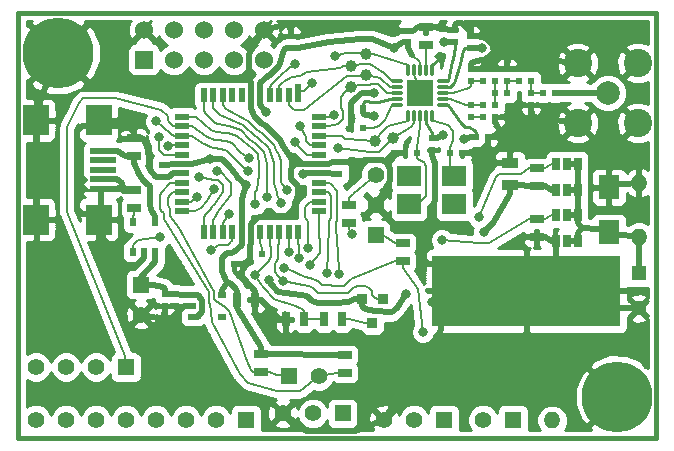
<source format=gtl>
G04 (created by PCBNEW-RS274X (2010-02-09)-RC2) date 15/03/2010 01:13:52*
G01*
G70*
G90*
%MOIN*%
G04 Gerber Fmt 3.4, Leading zero omitted, Abs format*
%FSLAX34Y34*%
G04 APERTURE LIST*
%ADD10C,0.001000*%
%ADD11C,0.015000*%
%ADD12R,0.078700X0.070900*%
%ADD13R,0.060000X0.060000*%
%ADD14C,0.060000*%
%ADD15R,0.070900X0.078700*%
%ADD16C,0.236200*%
%ADD17R,0.055000X0.055000*%
%ADD18C,0.055000*%
%ADD19R,0.051200X0.051200*%
%ADD20R,0.629900X0.236200*%
%ADD21C,0.051200*%
%ADD22C,0.078700*%
%ADD23C,0.094500*%
%ADD24O,0.055000X0.055000*%
%ADD25R,0.023600X0.023600*%
%ADD26R,0.025000X0.045000*%
%ADD27R,0.045000X0.025000*%
%ADD28R,0.055000X0.035000*%
%ADD29R,0.030000X0.020000*%
%ADD30R,0.020000X0.030000*%
%ADD31R,0.025000X0.042000*%
%ADD32C,0.039400*%
%ADD33R,0.019700X0.063000*%
%ADD34R,0.019700X0.047200*%
%ADD35R,0.047200X0.019700*%
%ADD36R,0.086600X0.098400*%
%ADD37R,0.086600X0.019700*%
%ADD38R,0.036000X0.036000*%
%ADD39R,0.086600X0.086600*%
%ADD40O,0.043300X0.011000*%
%ADD41O,0.011000X0.043300*%
%ADD42C,0.031500*%
%ADD43C,0.019700*%
%ADD44C,0.011000*%
%ADD45C,0.007900*%
%ADD46C,0.010000*%
G04 APERTURE END LIST*
G54D10*
G54D11*
X55512Y-22835D02*
X76772Y-22835D01*
X55512Y-37008D02*
X55512Y-22835D01*
X76772Y-37008D02*
X55512Y-37008D01*
X76772Y-22835D02*
X76772Y-37008D01*
G54D12*
X70051Y-28260D03*
X68531Y-28260D03*
X68531Y-29220D03*
X70051Y-29220D03*
G54D13*
X59700Y-24400D03*
G54D14*
X59700Y-23400D03*
X60700Y-24400D03*
X60700Y-23400D03*
X61700Y-24400D03*
X61700Y-23400D03*
X62700Y-24400D03*
X62700Y-23400D03*
X63700Y-24400D03*
X63700Y-23400D03*
G54D15*
X75200Y-30150D03*
X75200Y-28650D03*
G54D16*
X56850Y-24173D03*
X75472Y-35630D03*
G54D17*
X67421Y-30232D03*
G54D18*
X67421Y-29232D03*
X67421Y-28232D03*
G54D19*
X76191Y-31509D03*
G54D20*
X72450Y-32100D03*
G54D21*
X76191Y-32691D03*
G54D17*
X59600Y-31900D03*
G54D18*
X59600Y-32900D03*
G54D22*
X75157Y-25512D03*
G54D23*
X74157Y-24512D03*
X76157Y-24512D03*
X76157Y-26512D03*
X74157Y-26512D03*
G54D24*
X76200Y-30300D03*
X76200Y-28500D03*
G54D17*
X72000Y-36400D03*
G54D18*
X71000Y-36400D03*
G54D17*
X64522Y-34934D03*
G54D18*
X65522Y-34934D03*
G54D17*
X69700Y-36400D03*
G54D18*
X68700Y-36400D03*
X67700Y-36400D03*
G54D17*
X66325Y-36190D03*
G54D18*
X65325Y-36190D03*
X64325Y-36190D03*
G54D17*
X59100Y-34646D03*
G54D18*
X58100Y-34646D03*
X57100Y-34646D03*
X56100Y-34646D03*
G54D17*
X63100Y-36400D03*
G54D18*
X62100Y-36400D03*
X61100Y-36400D03*
X60100Y-36400D03*
X59100Y-36400D03*
X58100Y-36400D03*
X57100Y-36400D03*
X56100Y-36400D03*
G54D25*
X73397Y-25500D03*
X73003Y-25500D03*
X72600Y-25503D03*
X72600Y-25897D03*
X70571Y-23997D03*
X70571Y-23603D03*
X70079Y-23797D03*
X70079Y-23403D03*
X68504Y-23819D03*
X68504Y-23425D03*
X70600Y-25097D03*
X70600Y-24703D03*
X71003Y-25900D03*
X71397Y-25900D03*
X69300Y-27003D03*
X69300Y-27397D03*
X70297Y-27500D03*
X69903Y-27500D03*
X71800Y-25097D03*
X71800Y-24703D03*
X68403Y-27500D03*
X68797Y-27500D03*
X71397Y-26300D03*
X71003Y-26300D03*
X70768Y-26969D03*
X71162Y-26969D03*
X71397Y-25100D03*
X71003Y-25100D03*
X72597Y-25100D03*
X72203Y-25100D03*
X71797Y-25500D03*
X71403Y-25500D03*
X70600Y-26297D03*
X70600Y-25903D03*
G54D26*
X62800Y-32400D03*
X63400Y-32400D03*
G54D27*
X59369Y-29344D03*
X59369Y-28744D03*
G54D26*
X66312Y-33052D03*
X65712Y-33052D03*
G54D27*
X66402Y-34235D03*
X66402Y-34835D03*
X63607Y-34209D03*
X63607Y-34809D03*
X72800Y-29700D03*
X72800Y-30300D03*
X72800Y-28600D03*
X72800Y-28000D03*
X68339Y-30517D03*
X68339Y-31117D03*
X66535Y-29228D03*
X66535Y-29828D03*
X69100Y-23900D03*
X69100Y-23300D03*
X59353Y-27617D03*
X59353Y-27017D03*
G54D28*
X71900Y-28575D03*
X71900Y-27825D03*
G54D29*
X61300Y-32225D03*
X61300Y-32975D03*
X62300Y-32225D03*
X61300Y-32600D03*
X62300Y-32975D03*
G54D30*
X59325Y-30800D03*
X60075Y-30800D03*
X59325Y-29800D03*
X59700Y-30800D03*
X60075Y-29800D03*
G54D31*
X74174Y-29567D03*
X73800Y-29567D03*
X73426Y-29567D03*
X73426Y-30433D03*
X73800Y-30433D03*
X74174Y-30433D03*
X74174Y-27867D03*
X73800Y-27867D03*
X73426Y-27867D03*
X73426Y-28733D03*
X73800Y-28733D03*
X74174Y-28733D03*
G54D32*
X66600Y-25300D03*
X68000Y-27000D03*
X67400Y-27100D03*
X67100Y-24902D03*
X66600Y-24606D03*
X67100Y-24213D03*
G54D33*
X64843Y-25512D03*
G54D34*
X64527Y-25590D03*
X64212Y-25590D03*
X63897Y-25590D03*
X63582Y-25590D03*
X63267Y-25590D03*
X62952Y-25590D03*
X62637Y-25590D03*
X62322Y-25590D03*
X62007Y-25590D03*
X61692Y-25590D03*
G54D35*
X60984Y-26299D03*
X60984Y-26614D03*
X60984Y-26929D03*
X60984Y-27244D03*
X60984Y-27559D03*
X60984Y-27874D03*
X60984Y-28189D03*
X60984Y-28504D03*
X60984Y-28819D03*
X60984Y-29134D03*
X60984Y-29449D03*
G54D34*
X61693Y-30157D03*
X62008Y-30157D03*
X62323Y-30157D03*
X62638Y-30157D03*
X62953Y-30157D03*
X63268Y-30157D03*
X63583Y-30157D03*
X63898Y-30157D03*
X64213Y-30157D03*
X64528Y-30157D03*
X64843Y-30157D03*
G54D35*
X65551Y-29449D03*
X65551Y-29134D03*
X65551Y-28819D03*
X65551Y-28504D03*
X65551Y-28189D03*
X65551Y-27874D03*
X65551Y-27559D03*
X65551Y-27244D03*
X65551Y-26929D03*
X65551Y-26614D03*
X65551Y-26299D03*
G54D36*
X56102Y-26417D03*
X56102Y-29725D03*
X58189Y-26417D03*
X58189Y-29725D03*
G54D37*
X58327Y-27441D03*
X58327Y-27756D03*
X58327Y-28071D03*
X58327Y-28386D03*
X58327Y-28701D03*
G54D24*
X73307Y-36417D03*
G54D26*
X65031Y-33051D03*
X64431Y-33051D03*
G54D38*
X66967Y-32364D03*
X67667Y-32364D03*
X67317Y-33164D03*
G54D25*
X64600Y-24016D03*
X64600Y-23622D03*
X60300Y-27903D03*
X60300Y-28297D03*
X66200Y-28197D03*
X66200Y-27803D03*
X62303Y-31201D03*
X62697Y-31201D03*
X63636Y-30871D03*
X63242Y-30871D03*
X60400Y-32203D03*
X60400Y-32597D03*
X66997Y-26000D03*
X66603Y-26000D03*
X66997Y-26685D03*
X66603Y-26685D03*
G54D39*
X68900Y-25500D03*
G54D40*
X68132Y-25106D03*
X68132Y-25303D03*
X68132Y-25500D03*
X68132Y-25697D03*
X68132Y-25894D03*
G54D41*
X68506Y-26268D03*
X68703Y-26268D03*
X68900Y-26268D03*
X69097Y-26268D03*
X69294Y-26268D03*
G54D40*
X69668Y-25894D03*
X69668Y-25697D03*
X69668Y-25500D03*
X69668Y-25303D03*
X69668Y-25106D03*
G54D41*
X69294Y-24732D03*
X69097Y-24732D03*
X68900Y-24732D03*
X68703Y-24732D03*
X68506Y-24732D03*
G54D42*
X67378Y-26272D03*
X63091Y-28579D03*
X69681Y-26921D03*
X70953Y-24024D03*
X61902Y-27717D03*
X70354Y-27055D03*
X65004Y-28213D03*
X69689Y-23795D03*
X68035Y-23996D03*
X63756Y-26126D03*
X68425Y-32201D03*
X71043Y-30130D03*
X63854Y-31736D03*
X66031Y-26248D03*
X66157Y-27331D03*
X66067Y-24268D03*
X65299Y-25189D03*
X60232Y-30303D03*
X64902Y-26618D03*
X66197Y-31547D03*
X65795Y-31524D03*
X65181Y-30665D03*
X65236Y-31252D03*
X64882Y-31020D03*
X64531Y-30795D03*
X64323Y-31772D03*
X63406Y-31559D03*
X64724Y-27130D03*
X66622Y-30224D03*
X62547Y-29539D03*
X68996Y-33476D03*
X64370Y-31331D03*
X61945Y-30744D03*
X63189Y-27673D03*
X70866Y-29650D03*
X63181Y-28106D03*
X69630Y-30409D03*
X60110Y-26453D03*
X60488Y-27276D03*
X60205Y-26965D03*
X64748Y-24555D03*
X64457Y-28756D03*
X63791Y-28984D03*
X61469Y-28976D03*
X62142Y-28106D03*
X61547Y-28323D03*
X62035Y-28701D03*
X64268Y-29169D03*
X63398Y-29217D03*
X69291Y-32480D03*
X60630Y-31102D03*
X71653Y-34252D03*
X67370Y-25504D03*
X69612Y-24302D03*
X62894Y-31559D03*
X58988Y-26630D03*
G54D43*
X68337Y-23819D02*
X68035Y-23996D01*
X68386Y-23819D02*
X68337Y-23819D01*
X68484Y-23819D02*
X68386Y-23819D01*
X68504Y-23819D02*
X68484Y-23819D01*
X68580Y-24147D02*
X68646Y-24228D01*
X68504Y-23986D02*
X68580Y-24147D01*
X68504Y-23937D02*
X68504Y-23986D01*
X68504Y-23839D02*
X68504Y-23937D01*
X68504Y-23819D02*
X68504Y-23839D01*
X69467Y-27003D02*
X69681Y-26921D01*
X69418Y-27003D02*
X69467Y-27003D01*
X69320Y-27003D02*
X69418Y-27003D01*
X69300Y-27003D02*
X69320Y-27003D01*
X70601Y-26969D02*
X70354Y-27055D01*
X70650Y-26969D02*
X70601Y-26969D01*
X70748Y-26969D02*
X70650Y-26969D01*
X70768Y-26969D02*
X70748Y-26969D01*
X60846Y-27874D02*
X60984Y-27874D01*
X60748Y-27874D02*
X60846Y-27874D01*
X60658Y-27874D02*
X60748Y-27874D01*
X60467Y-27903D02*
X60658Y-27874D01*
X60418Y-27903D02*
X60467Y-27903D01*
X60320Y-27903D02*
X60418Y-27903D01*
X60300Y-27903D02*
X60320Y-27903D01*
X65689Y-28189D02*
X65551Y-28189D01*
X65787Y-28189D02*
X65689Y-28189D01*
X65828Y-28189D02*
X65787Y-28189D01*
X66033Y-28197D02*
X65828Y-28189D01*
X66082Y-28197D02*
X66033Y-28197D01*
X66180Y-28197D02*
X66082Y-28197D01*
X66200Y-28197D02*
X66180Y-28197D01*
X62303Y-31433D02*
X62469Y-31835D01*
X62303Y-31319D02*
X62303Y-31433D01*
X62303Y-31220D02*
X62303Y-31319D01*
X62303Y-31201D02*
X62303Y-31220D01*
X67066Y-26236D02*
X67378Y-26272D01*
X66997Y-26167D02*
X67066Y-26236D01*
X66997Y-26118D02*
X66997Y-26167D01*
X66997Y-26020D02*
X66997Y-26118D01*
X66997Y-26000D02*
X66997Y-26020D01*
X63734Y-34209D02*
X63607Y-34209D01*
X63832Y-34209D02*
X63734Y-34209D01*
X63884Y-34209D02*
X63832Y-34209D01*
X66125Y-34235D02*
X63884Y-34209D01*
X66177Y-34235D02*
X66125Y-34235D01*
X66275Y-34235D02*
X66177Y-34235D01*
X66402Y-34235D02*
X66275Y-34235D01*
X62800Y-32527D02*
X62800Y-32400D01*
X62800Y-32625D02*
X62800Y-32527D01*
X62800Y-32677D02*
X62800Y-32625D01*
X63607Y-33991D02*
X62800Y-32677D01*
X63607Y-34084D02*
X63607Y-33991D01*
X63607Y-34182D02*
X63607Y-34084D01*
X63607Y-34209D02*
X63607Y-34182D01*
X62300Y-32063D02*
X62469Y-31835D01*
X62300Y-32125D02*
X62300Y-32063D01*
X62300Y-32223D02*
X62300Y-32125D01*
X62300Y-32225D02*
X62300Y-32223D01*
X64580Y-24016D02*
X64600Y-24016D01*
X64482Y-24016D02*
X64580Y-24016D01*
X64433Y-24016D02*
X64482Y-24016D01*
X64364Y-24085D02*
X64433Y-24016D01*
X64211Y-24609D02*
X64364Y-24085D01*
X64209Y-24614D02*
X64211Y-24609D01*
X63914Y-24909D02*
X64209Y-24614D01*
X63909Y-24911D02*
X63914Y-24909D01*
X63824Y-24941D02*
X63909Y-24911D01*
X63582Y-25183D02*
X63824Y-24941D01*
X63582Y-25354D02*
X63582Y-25183D01*
X63582Y-25452D02*
X63582Y-25354D01*
X63582Y-25590D02*
X63582Y-25452D01*
X63602Y-25948D02*
X63756Y-26126D01*
X63582Y-25916D02*
X63602Y-25948D01*
X63582Y-25826D02*
X63582Y-25916D01*
X63582Y-25728D02*
X63582Y-25826D01*
X63582Y-25590D02*
X63582Y-25728D01*
X61310Y-27874D02*
X61902Y-27717D01*
X61220Y-27874D02*
X61310Y-27874D01*
X61122Y-27874D02*
X61220Y-27874D01*
X60984Y-27874D02*
X61122Y-27874D01*
X62972Y-29040D02*
X63091Y-28579D01*
X62953Y-29689D02*
X62972Y-29040D01*
X62953Y-29921D02*
X62953Y-29689D01*
X62953Y-30019D02*
X62953Y-29921D01*
X62953Y-30157D02*
X62953Y-30019D01*
X62303Y-31181D02*
X62303Y-31201D01*
X62303Y-31083D02*
X62303Y-31181D01*
X62303Y-31034D02*
X62303Y-31083D01*
X62343Y-30985D02*
X62303Y-31034D01*
X62481Y-30846D02*
X62343Y-30985D01*
X62609Y-30846D02*
X62481Y-30846D01*
X62711Y-30806D02*
X62609Y-30846D01*
X62953Y-30564D02*
X62711Y-30806D01*
X62953Y-30393D02*
X62953Y-30564D01*
X62953Y-30295D02*
X62953Y-30393D01*
X62953Y-30157D02*
X62953Y-30295D01*
X65225Y-28189D02*
X65004Y-28213D01*
X65315Y-28189D02*
X65225Y-28189D01*
X65413Y-28189D02*
X65315Y-28189D01*
X65551Y-28189D02*
X65413Y-28189D01*
G54D44*
X66997Y-25937D02*
X66997Y-26000D01*
X66997Y-25882D02*
X66997Y-25937D01*
X66997Y-25833D02*
X66997Y-25882D01*
X67066Y-25764D02*
X66997Y-25833D01*
X67164Y-25764D02*
X67066Y-25764D01*
X67245Y-25807D02*
X67164Y-25764D01*
X67495Y-25807D02*
X67245Y-25807D01*
X67889Y-25697D02*
X67495Y-25807D01*
X67971Y-25697D02*
X67889Y-25697D01*
X68132Y-25697D02*
X67971Y-25697D01*
X69300Y-26940D02*
X69300Y-27003D01*
X69300Y-26885D02*
X69300Y-26940D01*
X69300Y-26836D02*
X69300Y-26885D01*
X69097Y-26511D02*
X69300Y-26836D01*
X69097Y-26429D02*
X69097Y-26511D01*
X69097Y-26268D02*
X69097Y-26429D01*
X70768Y-26906D02*
X70768Y-26969D01*
X70768Y-26851D02*
X70768Y-26906D01*
X70768Y-26802D02*
X70768Y-26851D01*
X70699Y-26733D02*
X70768Y-26802D01*
X70520Y-26656D02*
X70699Y-26733D01*
X70392Y-26633D02*
X70520Y-26656D01*
X70264Y-26505D02*
X70392Y-26633D01*
X69829Y-25894D02*
X70264Y-26505D01*
X69668Y-25894D02*
X69829Y-25894D01*
X70508Y-23997D02*
X70571Y-23997D01*
X70453Y-23997D02*
X70508Y-23997D01*
X70404Y-23997D02*
X70453Y-23997D01*
X70335Y-24066D02*
X70404Y-23997D01*
X70243Y-24534D02*
X70335Y-24066D01*
X70026Y-25188D02*
X70243Y-24534D01*
X69911Y-25303D02*
X70026Y-25188D01*
X69829Y-25303D02*
X69911Y-25303D01*
X69668Y-25303D02*
X69829Y-25303D01*
X70079Y-23860D02*
X70079Y-23797D01*
X70079Y-23915D02*
X70079Y-23860D01*
X70079Y-23964D02*
X70079Y-23915D01*
X69989Y-24381D02*
X70079Y-23964D01*
X69979Y-24454D02*
X69989Y-24381D01*
X69923Y-24603D02*
X69979Y-24454D01*
X69829Y-25106D02*
X69923Y-24603D01*
X69668Y-25106D02*
X69829Y-25106D01*
G54D45*
X68900Y-24489D02*
X68646Y-24228D01*
X68900Y-24571D02*
X68900Y-24489D01*
X68900Y-24732D02*
X68900Y-24571D01*
G54D43*
X64620Y-24016D02*
X64600Y-24016D01*
X64718Y-24016D02*
X64620Y-24016D01*
X64832Y-24016D02*
X64718Y-24016D01*
X65879Y-23815D02*
X64832Y-24016D01*
X66896Y-23721D02*
X65879Y-23815D01*
X67304Y-23721D02*
X66896Y-23721D01*
X68035Y-23996D02*
X67304Y-23721D01*
X70059Y-23797D02*
X70079Y-23797D01*
X69961Y-23797D02*
X70059Y-23797D01*
X69912Y-23797D02*
X69961Y-23797D01*
X69689Y-23795D02*
X69912Y-23797D01*
X70591Y-23997D02*
X70571Y-23997D01*
X70689Y-23997D02*
X70591Y-23997D01*
X70738Y-23997D02*
X70689Y-23997D01*
X70953Y-24024D02*
X70738Y-23997D01*
X61973Y-27699D02*
X61902Y-27717D01*
X62310Y-27699D02*
X61973Y-27699D01*
X62549Y-27938D02*
X62310Y-27699D01*
X62785Y-28270D02*
X62549Y-27938D01*
X62818Y-28304D02*
X62785Y-28270D01*
X63091Y-28579D02*
X62818Y-28304D01*
X62800Y-32273D02*
X62800Y-32400D01*
X62800Y-32175D02*
X62800Y-32273D01*
X62800Y-32123D02*
X62800Y-32175D01*
X62740Y-32005D02*
X62800Y-32123D01*
X62570Y-31835D02*
X62740Y-32005D01*
X62469Y-31835D02*
X62570Y-31835D01*
X61248Y-32225D02*
X61300Y-32225D01*
X61150Y-32225D02*
X61248Y-32225D01*
X61109Y-32225D02*
X61150Y-32225D01*
X60632Y-32203D02*
X61109Y-32225D01*
X60518Y-32203D02*
X60632Y-32203D01*
X60420Y-32203D02*
X60518Y-32203D01*
X60400Y-32203D02*
X60420Y-32203D01*
X59777Y-31900D02*
X59600Y-31900D01*
X59875Y-31900D02*
X59777Y-31900D01*
X59989Y-31900D02*
X59875Y-31900D01*
X60331Y-31967D02*
X59989Y-31900D01*
X60400Y-32036D02*
X60331Y-31967D01*
X60400Y-32085D02*
X60400Y-32036D01*
X60400Y-32183D02*
X60400Y-32085D01*
X60400Y-32203D02*
X60400Y-32183D01*
X72077Y-28575D02*
X71900Y-28575D01*
X72175Y-28575D02*
X72077Y-28575D01*
X72247Y-28575D02*
X72175Y-28575D01*
X72523Y-28600D02*
X72247Y-28575D01*
X72575Y-28600D02*
X72523Y-28600D01*
X72673Y-28600D02*
X72575Y-28600D01*
X72800Y-28600D02*
X72673Y-28600D01*
X71319Y-29837D02*
X71043Y-30130D01*
X71900Y-28864D02*
X71319Y-29837D01*
X71900Y-28750D02*
X71900Y-28864D01*
X71900Y-28652D02*
X71900Y-28750D01*
X71900Y-28575D02*
X71900Y-28652D01*
X61352Y-32225D02*
X61300Y-32225D01*
X61450Y-32225D02*
X61352Y-32225D01*
X61491Y-32225D02*
X61450Y-32225D01*
X61550Y-32284D02*
X61491Y-32225D01*
X61575Y-32346D02*
X61550Y-32284D01*
X61587Y-32375D02*
X61575Y-32346D01*
X61635Y-32423D02*
X61587Y-32375D01*
X61635Y-32564D02*
X61635Y-32423D01*
X61650Y-32617D02*
X61635Y-32564D01*
X61650Y-32783D02*
X61650Y-32617D01*
X61600Y-32833D02*
X61650Y-32783D01*
X61550Y-32916D02*
X61600Y-32833D01*
X61491Y-32975D02*
X61550Y-32916D01*
X61450Y-32975D02*
X61491Y-32975D01*
X61352Y-32975D02*
X61450Y-32975D01*
X61300Y-32975D02*
X61352Y-32975D01*
X59600Y-31723D02*
X59600Y-31900D01*
X59600Y-31625D02*
X59600Y-31723D01*
X60075Y-31147D02*
X59600Y-31625D01*
X60075Y-30950D02*
X60075Y-31147D01*
X60075Y-30852D02*
X60075Y-30950D01*
X60075Y-30800D02*
X60075Y-30852D01*
X72927Y-28600D02*
X72800Y-28600D01*
X73025Y-28600D02*
X72927Y-28600D01*
X73077Y-28600D02*
X73025Y-28600D01*
X73231Y-28692D02*
X73077Y-28600D01*
X73301Y-28733D02*
X73231Y-28692D01*
X73399Y-28733D02*
X73301Y-28733D01*
X73426Y-28733D02*
X73399Y-28733D01*
X63933Y-31861D02*
X63854Y-31736D01*
X63962Y-31921D02*
X63933Y-31861D01*
X64174Y-32132D02*
X63962Y-31921D01*
X64930Y-32255D02*
X64174Y-32132D01*
X65124Y-32265D02*
X64930Y-32255D01*
X65148Y-32275D02*
X65124Y-32265D01*
X65311Y-32438D02*
X65148Y-32275D01*
X65492Y-32513D02*
X65311Y-32438D01*
X66099Y-32513D02*
X65492Y-32513D01*
X66491Y-32489D02*
X66099Y-32513D01*
X66655Y-32421D02*
X66491Y-32489D01*
X66712Y-32364D02*
X66655Y-32421D01*
X66787Y-32364D02*
X66712Y-32364D01*
X66885Y-32364D02*
X66787Y-32364D01*
X66967Y-32364D02*
X66885Y-32364D01*
X66967Y-32445D02*
X66967Y-32364D01*
X66967Y-32544D02*
X66967Y-32445D01*
X66967Y-32618D02*
X66967Y-32544D01*
X67072Y-32724D02*
X66967Y-32618D01*
X67396Y-32764D02*
X67072Y-32724D01*
X67588Y-32764D02*
X67396Y-32764D01*
X67731Y-32823D02*
X67588Y-32764D01*
X67962Y-32823D02*
X67731Y-32823D01*
X68126Y-32659D02*
X67962Y-32823D01*
X68425Y-32201D02*
X68126Y-32659D01*
G54D45*
X67249Y-27465D02*
X66157Y-27331D01*
X67551Y-27465D02*
X67249Y-27465D01*
X67765Y-27251D02*
X67551Y-27465D01*
X68000Y-27000D02*
X67765Y-27251D01*
X65828Y-26299D02*
X66031Y-26248D01*
X65787Y-26299D02*
X65828Y-26299D01*
X65748Y-26299D02*
X65787Y-26299D01*
X65551Y-26299D02*
X65748Y-26299D01*
X68588Y-26626D02*
X68000Y-27000D01*
X68703Y-26511D02*
X68588Y-26626D01*
X68703Y-26429D02*
X68703Y-26511D01*
X68703Y-26268D02*
X68703Y-26429D01*
X66906Y-27079D02*
X67400Y-27100D01*
X66505Y-27039D02*
X66906Y-27079D01*
X66392Y-27027D02*
X66505Y-27039D01*
X66315Y-26950D02*
X66392Y-27027D01*
X65877Y-26929D02*
X66315Y-26950D01*
X65787Y-26929D02*
X65877Y-26929D01*
X65748Y-26929D02*
X65787Y-26929D01*
X65551Y-26929D02*
X65748Y-26929D01*
X67616Y-26841D02*
X67400Y-27100D01*
X67841Y-26616D02*
X67616Y-26841D01*
X68506Y-26429D02*
X67841Y-26616D01*
X68506Y-26268D02*
X68506Y-26429D01*
X66382Y-25518D02*
X66600Y-25300D01*
X66291Y-25615D02*
X66382Y-25518D01*
X66274Y-25655D02*
X66291Y-25615D01*
X66274Y-25795D02*
X66274Y-25655D01*
X66274Y-25969D02*
X66274Y-25795D01*
X66316Y-26070D02*
X66274Y-25969D01*
X66337Y-26121D02*
X66316Y-26070D01*
X66337Y-26375D02*
X66337Y-26121D01*
X66158Y-26554D02*
X66337Y-26375D01*
X65877Y-26614D02*
X66158Y-26554D01*
X65787Y-26614D02*
X65877Y-26614D01*
X65748Y-26614D02*
X65787Y-26614D01*
X65551Y-26614D02*
X65748Y-26614D01*
X66880Y-25238D02*
X66600Y-25300D01*
X67236Y-25230D02*
X66880Y-25238D01*
X67251Y-25215D02*
X67236Y-25230D01*
X67490Y-25215D02*
X67251Y-25215D01*
X67807Y-25500D02*
X67490Y-25215D01*
X67971Y-25500D02*
X67807Y-25500D01*
X68132Y-25500D02*
X67971Y-25500D01*
X66744Y-24953D02*
X67100Y-24902D01*
X66456Y-24953D02*
X66744Y-24953D01*
X65039Y-26063D02*
X66456Y-24953D01*
X64844Y-26063D02*
X65039Y-26063D01*
X64745Y-26063D02*
X64844Y-26063D01*
X64654Y-26044D02*
X64745Y-26063D01*
X64527Y-25917D02*
X64654Y-26044D01*
X64527Y-25826D02*
X64527Y-25917D01*
X64527Y-25787D02*
X64527Y-25826D01*
X64527Y-25590D02*
X64527Y-25787D01*
X67576Y-25004D02*
X67100Y-24902D01*
X67578Y-25005D02*
X67576Y-25004D01*
X67889Y-25303D02*
X67578Y-25005D01*
X67971Y-25303D02*
X67889Y-25303D01*
X68132Y-25303D02*
X67971Y-25303D01*
X65039Y-25433D02*
X65299Y-25189D01*
X64941Y-25433D02*
X65039Y-25433D01*
X64902Y-25433D02*
X64941Y-25433D01*
X64843Y-25512D02*
X64902Y-25433D01*
X67344Y-24213D02*
X67100Y-24213D01*
X67872Y-24390D02*
X67344Y-24213D01*
X68506Y-24571D02*
X67872Y-24390D01*
X68506Y-24732D02*
X68506Y-24571D01*
X66779Y-24173D02*
X67100Y-24213D01*
X66421Y-24173D02*
X66779Y-24173D01*
X66067Y-24268D02*
X66421Y-24173D01*
X66355Y-24606D02*
X66600Y-24606D01*
X66282Y-24636D02*
X66355Y-24606D01*
X66230Y-24661D02*
X66282Y-24636D01*
X65136Y-24795D02*
X66230Y-24661D01*
X64911Y-24949D02*
X65136Y-24795D01*
X64647Y-24961D02*
X64911Y-24949D01*
X64339Y-25138D02*
X64647Y-24961D01*
X64212Y-25264D02*
X64339Y-25138D01*
X64212Y-25354D02*
X64212Y-25264D01*
X64212Y-25393D02*
X64212Y-25354D01*
X64212Y-25590D02*
X64212Y-25393D01*
X66957Y-24557D02*
X66600Y-24606D01*
X67243Y-24557D02*
X66957Y-24557D01*
X67693Y-24828D02*
X67243Y-24557D01*
X67971Y-25106D02*
X67693Y-24828D01*
X68132Y-25106D02*
X67971Y-25106D01*
X65098Y-26975D02*
X64902Y-26618D01*
X65099Y-27117D02*
X65098Y-26975D01*
X65225Y-27244D02*
X65099Y-27117D01*
X65315Y-27244D02*
X65225Y-27244D01*
X65354Y-27244D02*
X65315Y-27244D01*
X65551Y-27244D02*
X65354Y-27244D01*
X59325Y-30689D02*
X59325Y-30800D01*
X59325Y-30650D02*
X59325Y-30689D01*
X59325Y-30609D02*
X59325Y-30650D01*
X59364Y-30552D02*
X59325Y-30609D01*
X59502Y-30414D02*
X59364Y-30552D01*
X60232Y-30303D02*
X59502Y-30414D01*
G54D43*
X75677Y-30248D02*
X76200Y-30300D01*
X75554Y-30248D02*
X75677Y-30248D01*
X75456Y-30248D02*
X75554Y-30248D01*
X75200Y-30150D02*
X75456Y-30248D01*
X76191Y-31351D02*
X76191Y-31509D01*
X76191Y-31253D02*
X76191Y-31351D01*
X76191Y-31147D02*
X76191Y-31253D01*
X76200Y-30300D02*
X76191Y-31147D01*
X74174Y-29829D02*
X74303Y-30004D01*
X74174Y-29777D02*
X74174Y-29829D01*
X74174Y-29679D02*
X74174Y-29777D01*
X74174Y-29567D02*
X74174Y-29679D01*
X74147Y-29567D02*
X74174Y-29567D01*
X74049Y-29567D02*
X74147Y-29567D01*
X73925Y-29567D02*
X74049Y-29567D01*
X73827Y-29567D02*
X73925Y-29567D01*
X73800Y-29567D02*
X73827Y-29567D01*
X74147Y-30433D02*
X74174Y-30433D01*
X74049Y-30433D02*
X74147Y-30433D01*
X73925Y-30433D02*
X74049Y-30433D01*
X73827Y-30433D02*
X73925Y-30433D01*
X73800Y-30433D02*
X73827Y-30433D01*
X74174Y-28621D02*
X74174Y-28733D01*
X74174Y-28523D02*
X74174Y-28621D01*
X74174Y-28077D02*
X74174Y-28523D01*
X74174Y-27979D02*
X74174Y-28077D01*
X74174Y-27867D02*
X74174Y-27979D01*
X74147Y-27867D02*
X74174Y-27867D01*
X74049Y-27867D02*
X74147Y-27867D01*
X73925Y-27867D02*
X74049Y-27867D01*
X73827Y-27867D02*
X73925Y-27867D01*
X73800Y-27867D02*
X73827Y-27867D01*
X74147Y-28733D02*
X74174Y-28733D01*
X74049Y-28733D02*
X74147Y-28733D01*
X73925Y-28733D02*
X74049Y-28733D01*
X73827Y-28733D02*
X73925Y-28733D01*
X73800Y-28733D02*
X73827Y-28733D01*
X74174Y-29455D02*
X74174Y-29567D01*
X74174Y-29357D02*
X74174Y-29455D01*
X74174Y-28943D02*
X74174Y-29357D01*
X74174Y-28845D02*
X74174Y-28943D01*
X74174Y-28733D02*
X74174Y-28845D01*
X74944Y-30052D02*
X75200Y-30150D01*
X74846Y-30052D02*
X74944Y-30052D01*
X74723Y-30052D02*
X74846Y-30052D01*
X74390Y-30004D02*
X74723Y-30052D01*
X74303Y-30004D02*
X74390Y-30004D01*
X74174Y-30321D02*
X74174Y-30433D01*
X74174Y-30223D02*
X74174Y-30321D01*
X74174Y-30171D02*
X74174Y-30223D01*
X74303Y-30004D02*
X74174Y-30171D01*
G54D45*
X65748Y-28504D02*
X65551Y-28504D01*
X65787Y-28504D02*
X65748Y-28504D01*
X65877Y-28504D02*
X65787Y-28504D01*
X65937Y-28555D02*
X65877Y-28504D01*
X66149Y-28768D02*
X65937Y-28555D01*
X66149Y-29398D02*
X66149Y-28768D01*
X66149Y-29698D02*
X66149Y-29398D01*
X66105Y-29867D02*
X66149Y-29698D01*
X66105Y-30038D02*
X66105Y-29867D01*
X66126Y-30371D02*
X66105Y-30038D01*
X66189Y-31361D02*
X66126Y-30371D01*
X66197Y-31547D02*
X66189Y-31361D01*
X65748Y-28819D02*
X65551Y-28819D01*
X65787Y-28819D02*
X65748Y-28819D01*
X65828Y-28819D02*
X65787Y-28819D01*
X65885Y-28877D02*
X65828Y-28819D01*
X65948Y-28969D02*
X65885Y-28877D01*
X65948Y-29481D02*
X65948Y-28969D01*
X65948Y-29614D02*
X65948Y-29481D01*
X65919Y-29665D02*
X65948Y-29614D01*
X65860Y-29766D02*
X65919Y-29665D01*
X65850Y-30905D02*
X65860Y-29766D01*
X65803Y-31384D02*
X65850Y-30905D01*
X65795Y-31524D02*
X65803Y-31384D01*
X65181Y-30559D02*
X65181Y-30665D01*
X65178Y-29823D02*
X65181Y-30559D01*
X65079Y-29645D02*
X65178Y-29823D01*
X65079Y-29450D02*
X65079Y-29645D01*
X65079Y-29351D02*
X65079Y-29450D01*
X65099Y-29261D02*
X65079Y-29351D01*
X65225Y-29134D02*
X65099Y-29261D01*
X65315Y-29134D02*
X65225Y-29134D01*
X65354Y-29134D02*
X65315Y-29134D01*
X65551Y-29134D02*
X65354Y-29134D01*
X65575Y-30828D02*
X65236Y-31252D01*
X65575Y-30502D02*
X65575Y-30828D01*
X65544Y-30212D02*
X65575Y-30502D01*
X65544Y-29693D02*
X65544Y-30212D01*
X65551Y-29548D02*
X65544Y-29693D01*
X65551Y-29508D02*
X65551Y-29548D01*
X65551Y-29449D02*
X65551Y-29508D01*
X64856Y-30800D02*
X64882Y-31020D01*
X64856Y-30661D02*
X64856Y-30800D01*
X64843Y-30434D02*
X64856Y-30661D01*
X64843Y-30393D02*
X64843Y-30434D01*
X64843Y-30354D02*
X64843Y-30393D01*
X64843Y-30157D02*
X64843Y-30354D01*
X64528Y-30483D02*
X64531Y-30795D01*
X64528Y-30393D02*
X64528Y-30483D01*
X64528Y-30354D02*
X64528Y-30393D01*
X64528Y-30157D02*
X64528Y-30354D01*
X64996Y-31921D02*
X64323Y-31772D01*
X65189Y-31935D02*
X64996Y-31921D01*
X65334Y-31995D02*
X65189Y-31935D01*
X65497Y-32158D02*
X65334Y-31995D01*
X65557Y-32183D02*
X65497Y-32158D01*
X65962Y-32191D02*
X65557Y-32183D01*
X66432Y-32191D02*
X65962Y-32191D01*
X66486Y-32168D02*
X66432Y-32191D01*
X66694Y-31960D02*
X66486Y-32168D01*
X66869Y-31947D02*
X66694Y-31960D01*
X67065Y-31947D02*
X66869Y-31947D01*
X67217Y-32014D02*
X67065Y-31947D01*
X67317Y-32113D02*
X67217Y-32014D01*
X67317Y-32254D02*
X67317Y-32113D01*
X67416Y-32354D02*
X67317Y-32254D01*
X67487Y-32364D02*
X67416Y-32354D01*
X67526Y-32364D02*
X67487Y-32364D01*
X67667Y-32364D02*
X67526Y-32364D01*
X64213Y-30354D02*
X64213Y-30157D01*
X64213Y-30393D02*
X64213Y-30354D01*
X64213Y-30483D02*
X64213Y-30393D01*
X64181Y-30650D02*
X64213Y-30483D01*
X64181Y-31047D02*
X64181Y-30650D01*
X64114Y-31138D02*
X64181Y-31047D01*
X64052Y-31199D02*
X64114Y-31138D01*
X64052Y-31462D02*
X64052Y-31199D01*
X64180Y-31601D02*
X64052Y-31462D01*
X64323Y-31772D02*
X64180Y-31601D01*
X63562Y-31857D02*
X63406Y-31559D01*
X63702Y-31998D02*
X63562Y-31857D01*
X63702Y-32002D02*
X63702Y-31998D01*
X63721Y-32048D02*
X63702Y-32002D01*
X64047Y-32373D02*
X63721Y-32048D01*
X64093Y-32392D02*
X64047Y-32373D01*
X64653Y-32589D02*
X64093Y-32392D01*
X64957Y-32701D02*
X64653Y-32589D01*
X65031Y-32774D02*
X64957Y-32701D01*
X65031Y-32826D02*
X65031Y-32774D01*
X65031Y-32865D02*
X65031Y-32826D01*
X65031Y-33051D02*
X65031Y-32865D01*
X65627Y-33052D02*
X65712Y-33052D01*
X65587Y-33052D02*
X65627Y-33052D01*
X65494Y-33052D02*
X65587Y-33052D01*
X65249Y-33051D02*
X65494Y-33052D01*
X65156Y-33051D02*
X65249Y-33051D01*
X65116Y-33051D02*
X65156Y-33051D01*
X65031Y-33051D02*
X65116Y-33051D01*
X63898Y-30354D02*
X63898Y-30157D01*
X63898Y-30393D02*
X63898Y-30354D01*
X63898Y-30564D02*
X63898Y-30393D01*
X63948Y-30673D02*
X63898Y-30564D01*
X63948Y-30791D02*
X63948Y-30673D01*
X63948Y-30951D02*
X63948Y-30791D01*
X63914Y-31055D02*
X63948Y-30951D01*
X63821Y-31149D02*
X63914Y-31055D01*
X63406Y-31559D02*
X63821Y-31149D01*
X64806Y-27242D02*
X64724Y-27130D01*
X65101Y-27537D02*
X64806Y-27242D01*
X65144Y-27559D02*
X65101Y-27537D01*
X65315Y-27559D02*
X65144Y-27559D01*
X65354Y-27559D02*
X65315Y-27559D01*
X65551Y-27559D02*
X65354Y-27559D01*
X62323Y-29831D02*
X62547Y-29539D01*
X62323Y-29921D02*
X62323Y-29831D01*
X62323Y-29960D02*
X62323Y-29921D01*
X62323Y-30157D02*
X62323Y-29960D01*
X66535Y-29913D02*
X66535Y-29828D01*
X66535Y-29953D02*
X66535Y-29913D01*
X66535Y-30046D02*
X66535Y-29953D01*
X66622Y-30224D02*
X66535Y-30046D01*
X64486Y-31378D02*
X64370Y-31331D01*
X65073Y-31645D02*
X64486Y-31378D01*
X65243Y-31665D02*
X65073Y-31645D01*
X65488Y-31766D02*
X65243Y-31665D01*
X65634Y-31912D02*
X65488Y-31766D01*
X65874Y-31921D02*
X65634Y-31912D01*
X66039Y-31928D02*
X65874Y-31921D01*
X66355Y-31928D02*
X66039Y-31928D01*
X66585Y-31697D02*
X66355Y-31928D01*
X68062Y-31117D02*
X66585Y-31697D01*
X68114Y-31117D02*
X68062Y-31117D01*
X68153Y-31117D02*
X68114Y-31117D01*
X68339Y-31117D02*
X68153Y-31117D01*
X68819Y-32038D02*
X68996Y-33476D01*
X68339Y-31335D02*
X68819Y-32038D01*
X68339Y-31242D02*
X68339Y-31335D01*
X68339Y-31203D02*
X68339Y-31242D01*
X68339Y-31117D02*
X68339Y-31203D01*
X62638Y-30354D02*
X62638Y-30157D01*
X62638Y-30393D02*
X62638Y-30354D01*
X62638Y-30434D02*
X62638Y-30393D01*
X62580Y-30491D02*
X62638Y-30434D01*
X62557Y-30508D02*
X62580Y-30491D01*
X62495Y-30570D02*
X62557Y-30508D01*
X62212Y-30570D02*
X62495Y-30570D01*
X62206Y-30573D02*
X62212Y-30570D01*
X62188Y-30591D02*
X62206Y-30573D01*
X61945Y-30744D02*
X62188Y-30591D01*
X60787Y-26614D02*
X60984Y-26614D01*
X60748Y-26614D02*
X60787Y-26614D01*
X60658Y-26614D02*
X60748Y-26614D01*
X60531Y-26487D02*
X60658Y-26614D01*
X60512Y-26397D02*
X60531Y-26487D01*
X60504Y-26290D02*
X60512Y-26397D01*
X60273Y-26059D02*
X60504Y-26290D01*
X58720Y-25689D02*
X60273Y-26059D01*
X57854Y-25689D02*
X58720Y-25689D01*
X57658Y-25689D02*
X57854Y-25689D01*
X57520Y-25827D02*
X57658Y-25689D01*
X57146Y-26628D02*
X57520Y-25827D01*
X57126Y-26677D02*
X57146Y-26628D01*
X57126Y-29001D02*
X57126Y-26677D01*
X57126Y-29465D02*
X57126Y-29001D01*
X59061Y-34273D02*
X57126Y-29465D01*
X59061Y-34371D02*
X59061Y-34273D01*
X59061Y-34410D02*
X59061Y-34371D01*
X59100Y-34646D02*
X59061Y-34410D01*
X71425Y-28317D02*
X70866Y-29650D01*
X71542Y-28200D02*
X71425Y-28317D01*
X72258Y-28200D02*
X71542Y-28200D01*
X72523Y-28000D02*
X72258Y-28200D01*
X72575Y-28000D02*
X72523Y-28000D01*
X72614Y-28000D02*
X72575Y-28000D01*
X72800Y-28000D02*
X72614Y-28000D01*
X72986Y-28000D02*
X72800Y-28000D01*
X73025Y-28000D02*
X72986Y-28000D01*
X73077Y-28000D02*
X73025Y-28000D01*
X73231Y-27908D02*
X73077Y-28000D01*
X73301Y-27867D02*
X73231Y-27908D01*
X73340Y-27867D02*
X73301Y-27867D01*
X73426Y-27867D02*
X73340Y-27867D01*
X62951Y-27509D02*
X63189Y-27673D01*
X62629Y-27188D02*
X62951Y-27509D01*
X62446Y-27112D02*
X62629Y-27188D01*
X62135Y-27081D02*
X62446Y-27112D01*
X62064Y-27081D02*
X62135Y-27081D01*
X61785Y-26965D02*
X62064Y-27081D01*
X61310Y-26614D02*
X61785Y-26965D01*
X61220Y-26614D02*
X61310Y-26614D01*
X61181Y-26614D02*
X61220Y-26614D01*
X60984Y-26614D02*
X61181Y-26614D01*
X70880Y-30524D02*
X69630Y-30409D01*
X71206Y-30524D02*
X70880Y-30524D01*
X72523Y-29700D02*
X71206Y-30524D01*
X72575Y-29700D02*
X72523Y-29700D01*
X72614Y-29700D02*
X72575Y-29700D01*
X72800Y-29700D02*
X72614Y-29700D01*
X72986Y-29700D02*
X72800Y-29700D01*
X73025Y-29700D02*
X72986Y-29700D01*
X73077Y-29700D02*
X73025Y-29700D01*
X73231Y-29608D02*
X73077Y-29700D01*
X73301Y-29567D02*
X73231Y-29608D01*
X73340Y-29567D02*
X73301Y-29567D01*
X73426Y-29567D02*
X73340Y-29567D01*
X63044Y-28022D02*
X63181Y-28106D01*
X62761Y-27741D02*
X63044Y-28022D01*
X62461Y-27441D02*
X62761Y-27741D01*
X62387Y-27410D02*
X62461Y-27441D01*
X62058Y-27340D02*
X62387Y-27410D01*
X62015Y-27340D02*
X62058Y-27340D01*
X62010Y-27339D02*
X62015Y-27340D01*
X61641Y-27186D02*
X62010Y-27339D01*
X61637Y-27183D02*
X61641Y-27186D01*
X61310Y-26929D02*
X61637Y-27183D01*
X61220Y-26929D02*
X61310Y-26929D01*
X61181Y-26929D02*
X61220Y-26929D01*
X60984Y-26929D02*
X61181Y-26929D01*
X60787Y-26929D02*
X60984Y-26929D01*
X60748Y-26929D02*
X60787Y-26929D01*
X60707Y-26929D02*
X60748Y-26929D01*
X60664Y-26915D02*
X60707Y-26929D01*
X60645Y-26896D02*
X60664Y-26915D01*
X60592Y-26891D02*
X60645Y-26896D01*
X60340Y-26639D02*
X60592Y-26891D01*
X60110Y-26453D02*
X60340Y-26639D01*
X60577Y-27244D02*
X60488Y-27276D01*
X60748Y-27244D02*
X60577Y-27244D01*
X60787Y-27244D02*
X60748Y-27244D01*
X60984Y-27244D02*
X60787Y-27244D01*
X60203Y-27158D02*
X60205Y-26965D01*
X60203Y-27394D02*
X60203Y-27158D01*
X60370Y-27560D02*
X60203Y-27394D01*
X60606Y-27560D02*
X60370Y-27560D01*
X60658Y-27559D02*
X60606Y-27560D01*
X60748Y-27559D02*
X60658Y-27559D01*
X60787Y-27559D02*
X60748Y-27559D01*
X60984Y-27559D02*
X60787Y-27559D01*
X64530Y-24688D02*
X64748Y-24555D01*
X64251Y-24927D02*
X64530Y-24688D01*
X64168Y-25010D02*
X64251Y-24927D01*
X63966Y-25211D02*
X64168Y-25010D01*
X63897Y-25313D02*
X63966Y-25211D01*
X63897Y-25354D02*
X63897Y-25313D01*
X63897Y-25393D02*
X63897Y-25354D01*
X63897Y-25590D02*
X63897Y-25393D01*
G54D43*
X73515Y-25500D02*
X73564Y-25500D01*
X73417Y-25500D02*
X73515Y-25500D01*
X73397Y-25500D02*
X73417Y-25500D01*
X73564Y-25500D02*
X75157Y-25512D01*
G54D45*
X64457Y-28745D02*
X64457Y-28756D01*
X64431Y-28683D02*
X64457Y-28745D01*
X64315Y-28547D02*
X64431Y-28683D01*
X64281Y-28463D02*
X64315Y-28547D01*
X64281Y-28235D02*
X64281Y-28463D01*
X64278Y-27781D02*
X64281Y-28235D01*
X64187Y-27560D02*
X64278Y-27781D01*
X64115Y-27411D02*
X64187Y-27560D01*
X64032Y-27236D02*
X64115Y-27411D01*
X63626Y-26830D02*
X64032Y-27236D01*
X63472Y-26739D02*
X63626Y-26830D01*
X63177Y-26443D02*
X63472Y-26739D01*
X63108Y-26397D02*
X63177Y-26443D01*
X62449Y-26042D02*
X63108Y-26397D01*
X62322Y-25916D02*
X62449Y-26042D01*
X62322Y-25826D02*
X62322Y-25916D01*
X62322Y-25787D02*
X62322Y-25826D01*
X62322Y-25590D02*
X62322Y-25787D01*
X63789Y-27879D02*
X63791Y-28984D01*
X63701Y-27465D02*
X63789Y-27879D01*
X63698Y-27459D02*
X63701Y-27465D01*
X63403Y-27164D02*
X63698Y-27459D01*
X63247Y-27076D02*
X63403Y-27164D01*
X62923Y-26752D02*
X63247Y-27076D01*
X62920Y-26750D02*
X62923Y-26752D01*
X62551Y-26597D02*
X62920Y-26750D01*
X62547Y-26596D02*
X62551Y-26597D01*
X62169Y-26554D02*
X62547Y-26596D01*
X62083Y-26519D02*
X62169Y-26554D01*
X61727Y-26163D02*
X62083Y-26519D01*
X61692Y-26078D02*
X61727Y-26163D01*
X61692Y-25826D02*
X61692Y-26078D01*
X61692Y-25787D02*
X61692Y-25826D01*
X61692Y-25590D02*
X61692Y-25787D01*
X66125Y-34835D02*
X65522Y-34934D01*
X66177Y-34835D02*
X66125Y-34835D01*
X66216Y-34835D02*
X66177Y-34835D01*
X66402Y-34835D02*
X66216Y-34835D01*
X64895Y-35445D02*
X65522Y-34934D01*
X64699Y-35445D02*
X64895Y-35445D01*
X64149Y-35445D02*
X64699Y-35445D01*
X63181Y-35170D02*
X64149Y-35445D01*
X62896Y-34885D02*
X63181Y-35170D01*
X61969Y-33150D02*
X62896Y-34885D01*
X61889Y-32518D02*
X61969Y-33150D01*
X61873Y-32502D02*
X61889Y-32518D01*
X61859Y-32446D02*
X61873Y-32502D01*
X61859Y-32156D02*
X61859Y-32446D01*
X60624Y-30141D02*
X61859Y-32156D01*
X60353Y-29711D02*
X60624Y-30141D01*
X60353Y-29493D02*
X60353Y-29711D01*
X60284Y-29425D02*
X60353Y-29493D01*
X60239Y-29348D02*
X60284Y-29425D01*
X60236Y-29343D02*
X60239Y-29348D01*
X60236Y-28925D02*
X60236Y-29343D01*
X60259Y-28833D02*
X60236Y-28925D01*
X60580Y-28512D02*
X60259Y-28833D01*
X60658Y-28504D02*
X60580Y-28512D01*
X60748Y-28504D02*
X60658Y-28504D01*
X60787Y-28504D02*
X60748Y-28504D01*
X60984Y-28504D02*
X60787Y-28504D01*
X60787Y-28819D02*
X60984Y-28819D01*
X60748Y-28819D02*
X60787Y-28819D01*
X60658Y-28819D02*
X60748Y-28819D01*
X60531Y-28946D02*
X60658Y-28819D01*
X60512Y-29036D02*
X60531Y-28946D01*
X60512Y-29232D02*
X60512Y-29036D01*
X60528Y-29324D02*
X60512Y-29232D01*
X60555Y-29388D02*
X60528Y-29324D01*
X60570Y-29425D02*
X60555Y-29388D01*
X60570Y-29621D02*
X60570Y-29425D01*
X60871Y-30002D02*
X60570Y-29621D01*
X62012Y-32075D02*
X60871Y-30002D01*
X62024Y-32104D02*
X62012Y-32075D01*
X62024Y-32377D02*
X62024Y-32104D01*
X62098Y-32451D02*
X62024Y-32377D01*
X62396Y-32644D02*
X62098Y-32451D01*
X62531Y-32779D02*
X62396Y-32644D01*
X62531Y-32788D02*
X62531Y-32779D01*
X62568Y-32826D02*
X62531Y-32788D01*
X63146Y-34432D02*
X62568Y-32826D01*
X63257Y-34736D02*
X63146Y-34432D01*
X63330Y-34809D02*
X63257Y-34736D01*
X63382Y-34809D02*
X63330Y-34809D01*
X63421Y-34809D02*
X63382Y-34809D01*
X63607Y-34809D02*
X63421Y-34809D01*
X64286Y-34895D02*
X64522Y-34934D01*
X64247Y-34895D02*
X64286Y-34895D01*
X64149Y-34895D02*
X64247Y-34895D01*
X63884Y-34809D02*
X64149Y-34895D01*
X63832Y-34809D02*
X63884Y-34809D01*
X63793Y-34809D02*
X63832Y-34809D01*
X63607Y-34809D02*
X63793Y-34809D01*
X61261Y-29134D02*
X61469Y-28976D01*
X61220Y-29134D02*
X61261Y-29134D01*
X61181Y-29134D02*
X61220Y-29134D01*
X60984Y-29134D02*
X61181Y-29134D01*
X62253Y-28145D02*
X62142Y-28106D01*
X62275Y-28154D02*
X62253Y-28145D01*
X62582Y-28461D02*
X62275Y-28154D01*
X62592Y-28483D02*
X62582Y-28461D01*
X62592Y-28918D02*
X62592Y-28483D01*
X62582Y-28940D02*
X62592Y-28918D01*
X62232Y-29361D02*
X62582Y-28940D01*
X62198Y-29395D02*
X62232Y-29361D01*
X62030Y-29707D02*
X62198Y-29395D01*
X62008Y-29750D02*
X62030Y-29707D01*
X62008Y-29921D02*
X62008Y-29750D01*
X62008Y-29960D02*
X62008Y-29921D01*
X62008Y-30157D02*
X62008Y-29960D01*
X62019Y-28404D02*
X61547Y-28323D01*
X62159Y-28404D02*
X62019Y-28404D01*
X62333Y-28578D02*
X62159Y-28404D01*
X62333Y-28824D02*
X62333Y-28578D01*
X62036Y-29230D02*
X62333Y-28824D01*
X61980Y-29286D02*
X62036Y-29230D01*
X61929Y-29383D02*
X61980Y-29286D01*
X61728Y-29584D02*
X61929Y-29383D01*
X61693Y-29669D02*
X61728Y-29584D01*
X61693Y-29921D02*
X61693Y-29669D01*
X61693Y-29960D02*
X61693Y-29921D01*
X61693Y-30157D02*
X61693Y-29960D01*
X61818Y-29121D02*
X62035Y-28701D01*
X61613Y-29326D02*
X61818Y-29121D01*
X61391Y-29449D02*
X61613Y-29326D01*
X61220Y-29449D02*
X61391Y-29449D01*
X61181Y-29449D02*
X61220Y-29449D01*
X60984Y-29449D02*
X61181Y-29449D01*
X64124Y-28894D02*
X64268Y-29169D01*
X64124Y-28846D02*
X64124Y-28894D01*
X64037Y-28512D02*
X64124Y-28846D01*
X64033Y-27830D02*
X64037Y-28512D01*
X63898Y-27425D02*
X64033Y-27830D01*
X63865Y-27347D02*
X63898Y-27425D01*
X63515Y-26997D02*
X63865Y-27347D01*
X63360Y-26907D02*
X63515Y-26997D01*
X63050Y-26598D02*
X63360Y-26907D01*
X63014Y-26574D02*
X63050Y-26598D01*
X62249Y-26239D02*
X63014Y-26574D01*
X62007Y-25997D02*
X62249Y-26239D01*
X62007Y-25826D02*
X62007Y-25997D01*
X62007Y-25787D02*
X62007Y-25826D01*
X62007Y-25590D02*
X62007Y-25787D01*
X61181Y-26299D02*
X60984Y-26299D01*
X61220Y-26299D02*
X61181Y-26299D01*
X61391Y-26299D02*
X61220Y-26299D01*
X61434Y-26321D02*
X61391Y-26299D01*
X61932Y-26746D02*
X61434Y-26321D01*
X62116Y-26822D02*
X61932Y-26746D01*
X62186Y-26822D02*
X62116Y-26822D01*
X62331Y-26828D02*
X62186Y-26822D01*
X62502Y-26832D02*
X62331Y-26828D01*
X62788Y-26951D02*
X62502Y-26832D01*
X63006Y-27116D02*
X62788Y-26951D01*
X63319Y-27358D02*
X63006Y-27116D01*
X63504Y-27543D02*
X63319Y-27358D01*
X63544Y-27956D02*
X63504Y-27543D01*
X63544Y-28257D02*
X63544Y-27956D01*
X63512Y-28461D02*
X63544Y-28257D01*
X63482Y-28741D02*
X63512Y-28461D01*
X63400Y-28822D02*
X63482Y-28741D01*
X63398Y-29217D02*
X63400Y-28822D01*
G54D43*
X59353Y-27644D02*
X59353Y-27617D01*
X59353Y-27742D02*
X59353Y-27644D01*
X59353Y-27835D02*
X59353Y-27742D01*
X59522Y-28218D02*
X59353Y-27835D01*
X59668Y-28397D02*
X59522Y-28218D01*
X59803Y-28532D02*
X59668Y-28397D01*
X59889Y-28622D02*
X59803Y-28532D01*
X59902Y-29193D02*
X59889Y-28622D01*
X59937Y-29402D02*
X59902Y-29193D01*
X59985Y-29518D02*
X59937Y-29402D01*
X60075Y-29609D02*
X59985Y-29518D01*
X60075Y-29650D02*
X60075Y-29609D01*
X60075Y-29748D02*
X60075Y-29650D01*
X60075Y-29800D02*
X60075Y-29748D01*
X59226Y-27617D02*
X59353Y-27617D01*
X59128Y-27617D02*
X59226Y-27617D01*
X59076Y-27617D02*
X59128Y-27617D01*
X58879Y-27469D02*
X59076Y-27617D01*
X58801Y-27441D02*
X58879Y-27469D01*
X58760Y-27441D02*
X58801Y-27441D01*
X58662Y-27441D02*
X58760Y-27441D01*
X58327Y-27441D02*
X58662Y-27441D01*
X64376Y-23248D02*
X64539Y-23248D01*
X63700Y-23400D02*
X64376Y-23248D01*
X75677Y-28552D02*
X76200Y-28500D01*
X75554Y-28552D02*
X75677Y-28552D01*
X75456Y-28552D02*
X75554Y-28552D01*
X75200Y-28650D02*
X75456Y-28552D01*
X56240Y-26023D02*
X56102Y-26417D01*
X56240Y-25925D02*
X56240Y-26023D01*
X56240Y-25803D02*
X56240Y-25925D01*
X56850Y-24173D02*
X56240Y-25803D01*
X68017Y-29866D02*
X68807Y-30091D01*
X67846Y-29695D02*
X68017Y-29866D01*
X67421Y-29232D02*
X67846Y-29695D01*
X68859Y-30270D02*
X68807Y-30091D01*
X69005Y-31041D02*
X68859Y-30270D01*
X69178Y-31214D02*
X69005Y-31041D01*
X69301Y-31214D02*
X69178Y-31214D01*
X69399Y-31214D02*
X69301Y-31214D01*
X72450Y-32100D02*
X69399Y-31214D01*
X73426Y-30545D02*
X73426Y-30433D01*
X73426Y-30643D02*
X73426Y-30545D01*
X73426Y-30919D02*
X73426Y-30643D01*
X73426Y-31017D02*
X73426Y-30919D01*
X72450Y-32100D02*
X73426Y-31017D01*
X75501Y-32691D02*
X72450Y-32100D01*
X75599Y-32691D02*
X75501Y-32691D01*
X76191Y-32691D02*
X75599Y-32691D01*
X60161Y-33008D02*
X60343Y-33008D01*
X59600Y-32900D02*
X60161Y-33008D01*
X74157Y-26512D02*
X72661Y-26307D01*
X69596Y-33183D02*
X72450Y-32100D01*
X69596Y-33281D02*
X69596Y-33183D01*
X69596Y-33403D02*
X69596Y-33281D01*
X69449Y-33664D02*
X69596Y-33403D01*
X67700Y-36400D02*
X69449Y-33664D01*
X65078Y-36749D02*
X64325Y-36190D01*
X65105Y-36761D02*
X65078Y-36749D01*
X66478Y-36761D02*
X65105Y-36761D01*
X66722Y-36761D02*
X66478Y-36761D01*
X67700Y-36400D02*
X66722Y-36761D01*
X72600Y-26064D02*
X72661Y-26307D01*
X72600Y-26015D02*
X72600Y-26064D01*
X72600Y-25917D02*
X72600Y-26015D01*
X72600Y-25897D02*
X72600Y-25917D01*
X70079Y-23383D02*
X70079Y-23403D01*
X70079Y-23285D02*
X70079Y-23383D01*
X70079Y-23236D02*
X70079Y-23285D01*
X70148Y-23167D02*
X70079Y-23236D01*
X70246Y-23167D02*
X70148Y-23167D01*
X70295Y-23167D02*
X70246Y-23167D01*
X70502Y-23367D02*
X70295Y-23167D01*
X70571Y-23436D02*
X70502Y-23367D01*
X70571Y-23485D02*
X70571Y-23436D01*
X70571Y-23583D02*
X70571Y-23485D01*
X70571Y-23603D02*
X70571Y-23583D01*
X68973Y-23300D02*
X69100Y-23300D01*
X68875Y-23300D02*
X68973Y-23300D01*
X68823Y-23300D02*
X68875Y-23300D01*
X68671Y-23425D02*
X68823Y-23300D01*
X68622Y-23425D02*
X68671Y-23425D01*
X68524Y-23425D02*
X68622Y-23425D01*
X68504Y-23425D02*
X68524Y-23425D01*
X71102Y-24384D02*
X71378Y-24154D01*
X70669Y-24467D02*
X71102Y-24384D01*
X70600Y-24536D02*
X70669Y-24467D01*
X70600Y-24585D02*
X70600Y-24536D01*
X70600Y-24683D02*
X70600Y-24585D01*
X70600Y-24703D02*
X70600Y-24683D01*
X71800Y-24536D02*
X71854Y-24295D01*
X71800Y-24585D02*
X71800Y-24536D01*
X71800Y-24683D02*
X71800Y-24585D01*
X71800Y-24703D02*
X71800Y-24683D01*
X68015Y-27610D02*
X67756Y-27799D01*
X68236Y-27500D02*
X68015Y-27610D01*
X68285Y-27500D02*
X68236Y-27500D01*
X68383Y-27500D02*
X68285Y-27500D01*
X68403Y-27500D02*
X68383Y-27500D01*
X71397Y-26467D02*
X71559Y-26764D01*
X71397Y-26418D02*
X71397Y-26467D01*
X71397Y-26320D02*
X71397Y-26418D01*
X71397Y-26300D02*
X71397Y-26320D01*
X70317Y-27500D02*
X70297Y-27500D01*
X70415Y-27500D02*
X70317Y-27500D01*
X70464Y-27500D02*
X70415Y-27500D01*
X71000Y-27363D02*
X70464Y-27500D01*
X71162Y-27201D02*
X71000Y-27363D01*
X71162Y-27087D02*
X71162Y-27201D01*
X71162Y-26989D02*
X71162Y-27087D01*
X71162Y-26969D02*
X71162Y-26989D01*
X71329Y-26969D02*
X71559Y-26764D01*
X71280Y-26969D02*
X71329Y-26969D01*
X71182Y-26969D02*
X71280Y-26969D01*
X71162Y-26969D02*
X71182Y-26969D01*
X64600Y-23455D02*
X64539Y-23248D01*
X64600Y-23504D02*
X64600Y-23455D01*
X64600Y-23602D02*
X64600Y-23504D01*
X64600Y-23622D02*
X64600Y-23602D01*
X60846Y-28189D02*
X60984Y-28189D01*
X60748Y-28189D02*
X60846Y-28189D01*
X60707Y-28189D02*
X60748Y-28189D01*
X60626Y-28209D02*
X60707Y-28189D01*
X60532Y-28297D02*
X60626Y-28209D01*
X60418Y-28297D02*
X60532Y-28297D01*
X60320Y-28297D02*
X60418Y-28297D01*
X60300Y-28297D02*
X60320Y-28297D01*
X65689Y-27874D02*
X65551Y-27874D01*
X65787Y-27874D02*
X65689Y-27874D01*
X65877Y-27874D02*
X65787Y-27874D01*
X65968Y-27803D02*
X65877Y-27874D01*
X66082Y-27803D02*
X65968Y-27803D01*
X66180Y-27803D02*
X66082Y-27803D01*
X66200Y-27803D02*
X66180Y-27803D01*
X62864Y-31201D02*
X63008Y-31224D01*
X62815Y-31201D02*
X62864Y-31201D01*
X62717Y-31201D02*
X62815Y-31201D01*
X62697Y-31201D02*
X62717Y-31201D01*
X66603Y-26666D02*
X66603Y-26685D01*
X66603Y-26567D02*
X66603Y-26666D01*
X66603Y-26118D02*
X66603Y-26567D01*
X66603Y-26020D02*
X66603Y-26118D01*
X66603Y-26000D02*
X66603Y-26020D01*
X63019Y-31719D02*
X62894Y-31559D01*
X63400Y-32123D02*
X63019Y-31719D01*
X63400Y-32175D02*
X63400Y-32123D01*
X63400Y-32273D02*
X63400Y-32175D01*
X63400Y-32400D02*
X63400Y-32273D01*
X58972Y-28613D02*
X58953Y-28594D01*
X59019Y-28671D02*
X58972Y-28613D01*
X59092Y-28744D02*
X59019Y-28671D01*
X59144Y-28744D02*
X59092Y-28744D01*
X59242Y-28744D02*
X59144Y-28744D01*
X59369Y-28744D02*
X59242Y-28744D01*
X73399Y-30433D02*
X73426Y-30433D01*
X73301Y-30433D02*
X73399Y-30433D01*
X73231Y-30392D02*
X73301Y-30433D01*
X73077Y-30300D02*
X73231Y-30392D01*
X73025Y-30300D02*
X73077Y-30300D01*
X72927Y-30300D02*
X73025Y-30300D01*
X72800Y-30300D02*
X72927Y-30300D01*
X70059Y-23403D02*
X70079Y-23403D01*
X69961Y-23403D02*
X70059Y-23403D01*
X69912Y-23403D02*
X69961Y-23403D01*
X69377Y-23300D02*
X69912Y-23403D01*
X69325Y-23300D02*
X69377Y-23300D01*
X69227Y-23300D02*
X69325Y-23300D01*
X69100Y-23300D02*
X69227Y-23300D01*
X60280Y-28297D02*
X60300Y-28297D01*
X60182Y-28297D02*
X60280Y-28297D01*
X60133Y-28297D02*
X60182Y-28297D01*
X60080Y-28268D02*
X60133Y-28297D01*
X59935Y-28123D02*
X60080Y-28268D01*
X59887Y-28025D02*
X59935Y-28123D01*
X59873Y-27620D02*
X59887Y-28025D01*
X59835Y-27512D02*
X59873Y-27620D01*
X59835Y-27385D02*
X59835Y-27512D01*
X59703Y-27090D02*
X59835Y-27385D01*
X59630Y-27017D02*
X59703Y-27090D01*
X59578Y-27017D02*
X59630Y-27017D01*
X59480Y-27017D02*
X59578Y-27017D01*
X59353Y-27017D02*
X59480Y-27017D01*
X59221Y-26667D02*
X58988Y-26630D01*
X59353Y-26799D02*
X59221Y-26667D01*
X59353Y-26892D02*
X59353Y-26799D01*
X59353Y-26990D02*
X59353Y-26892D01*
X59353Y-27017D02*
X59353Y-26990D01*
X63427Y-32400D02*
X63400Y-32400D01*
X63525Y-32400D02*
X63427Y-32400D01*
X63618Y-32400D02*
X63525Y-32400D01*
X63750Y-32532D02*
X63618Y-32400D01*
X64081Y-32919D02*
X63750Y-32532D01*
X64212Y-33051D02*
X64081Y-32919D01*
X64306Y-33051D02*
X64212Y-33051D01*
X64404Y-33051D02*
X64306Y-33051D01*
X64431Y-33051D02*
X64404Y-33051D01*
X71900Y-27536D02*
X71913Y-26933D01*
X71900Y-27650D02*
X71900Y-27536D01*
X71900Y-27748D02*
X71900Y-27650D01*
X71900Y-27825D02*
X71900Y-27748D01*
X60396Y-33010D02*
X60343Y-33008D01*
X60640Y-33010D02*
X60396Y-33010D01*
X60813Y-32837D02*
X60640Y-33010D01*
X60875Y-32761D02*
X60813Y-32837D01*
X61036Y-32600D02*
X60875Y-32761D01*
X61150Y-32600D02*
X61036Y-32600D01*
X61248Y-32600D02*
X61150Y-32600D01*
X61300Y-32600D02*
X61248Y-32600D01*
X59447Y-31245D02*
X59224Y-31248D01*
X59521Y-31182D02*
X59447Y-31245D01*
X59657Y-31046D02*
X59521Y-31182D01*
X59700Y-30991D02*
X59657Y-31046D01*
X59700Y-30950D02*
X59700Y-30991D01*
X59700Y-30852D02*
X59700Y-30950D01*
X59700Y-30800D02*
X59700Y-30852D01*
X63201Y-24192D02*
X63700Y-23400D01*
X63200Y-24194D02*
X63201Y-24192D01*
X63200Y-24606D02*
X63200Y-24194D01*
X63267Y-25264D02*
X63200Y-24606D01*
X63267Y-25354D02*
X63267Y-25264D01*
X63267Y-25452D02*
X63267Y-25354D01*
X63267Y-25590D02*
X63267Y-25452D01*
X64350Y-27285D02*
X64736Y-27882D01*
X64249Y-27091D02*
X64350Y-27285D01*
X63771Y-26613D02*
X64249Y-27091D01*
X63600Y-26502D02*
X63771Y-26613D01*
X63380Y-26282D02*
X63600Y-26502D01*
X63267Y-25997D02*
X63380Y-26282D01*
X63267Y-25826D02*
X63267Y-25997D01*
X63267Y-25728D02*
X63267Y-25826D01*
X63267Y-25590D02*
X63267Y-25728D01*
X63242Y-30851D02*
X63242Y-30871D01*
X63242Y-30753D02*
X63242Y-30851D01*
X63242Y-30638D02*
X63242Y-30753D01*
X63268Y-30483D02*
X63242Y-30638D01*
X63268Y-30393D02*
X63268Y-30483D01*
X63268Y-30295D02*
X63268Y-30393D01*
X63268Y-30157D02*
X63268Y-30295D01*
X64862Y-27869D02*
X64736Y-27882D01*
X65146Y-27869D02*
X64862Y-27869D01*
X65274Y-27874D02*
X65146Y-27869D01*
X65315Y-27874D02*
X65274Y-27874D01*
X65413Y-27874D02*
X65315Y-27874D01*
X65551Y-27874D02*
X65413Y-27874D01*
X56102Y-26811D02*
X56102Y-26417D01*
X56102Y-26909D02*
X56102Y-26811D01*
X56102Y-29233D02*
X56102Y-26909D01*
X56102Y-29331D02*
X56102Y-29233D01*
X56102Y-29725D02*
X56102Y-29331D01*
X57854Y-29528D02*
X58189Y-29725D01*
X57756Y-29528D02*
X57854Y-29528D01*
X57634Y-29528D02*
X57756Y-29528D01*
X57461Y-29355D02*
X57634Y-29528D01*
X57461Y-29111D02*
X57461Y-29355D01*
X57461Y-26787D02*
X57461Y-29111D01*
X57634Y-26614D02*
X57461Y-26787D01*
X57756Y-26614D02*
X57634Y-26614D01*
X57854Y-26614D02*
X57756Y-26614D01*
X58189Y-26417D02*
X57854Y-26614D01*
X59103Y-31245D02*
X59224Y-31248D01*
X58930Y-31072D02*
X59103Y-31245D01*
X58327Y-30339D02*
X58930Y-31072D01*
X58327Y-30217D02*
X58327Y-30339D01*
X58327Y-30119D02*
X58327Y-30217D01*
X58189Y-29725D02*
X58327Y-30119D01*
X58801Y-28701D02*
X58953Y-28594D01*
X58760Y-28701D02*
X58801Y-28701D01*
X58662Y-28701D02*
X58760Y-28701D01*
X58327Y-28701D02*
X58662Y-28701D01*
X58258Y-29331D02*
X58189Y-29725D01*
X58258Y-29233D02*
X58258Y-29331D01*
X58258Y-28799D02*
X58258Y-29233D01*
X58258Y-28701D02*
X58258Y-28799D01*
X58327Y-28701D02*
X58258Y-28701D01*
G54D44*
X69294Y-24571D02*
X69612Y-24302D01*
X69294Y-24732D02*
X69294Y-24571D01*
G54D45*
X68762Y-25107D02*
X68900Y-25500D01*
X68762Y-25067D02*
X68762Y-25107D01*
X68726Y-24965D02*
X68762Y-25067D01*
X68703Y-24894D02*
X68726Y-24965D01*
X68703Y-24732D02*
X68703Y-24894D01*
G54D43*
X58524Y-26614D02*
X58189Y-26417D01*
X58622Y-26614D02*
X58524Y-26614D01*
X58744Y-26614D02*
X58622Y-26614D01*
X58988Y-26630D02*
X58744Y-26614D01*
X63018Y-31235D02*
X63008Y-31224D01*
X63018Y-31403D02*
X63018Y-31235D01*
X62894Y-31559D02*
X63018Y-31403D01*
X66603Y-25980D02*
X66603Y-26000D01*
X66603Y-25882D02*
X66603Y-25980D01*
X66603Y-25833D02*
X66603Y-25882D01*
X66672Y-25764D02*
X66603Y-25833D01*
X66760Y-25686D02*
X66672Y-25764D01*
X66954Y-25492D02*
X66760Y-25686D01*
X67276Y-25492D02*
X66954Y-25492D01*
X67323Y-25492D02*
X67276Y-25492D01*
X67370Y-25504D02*
X67323Y-25492D01*
X58662Y-28386D02*
X58327Y-28386D01*
X58760Y-28386D02*
X58662Y-28386D01*
X58801Y-28386D02*
X58760Y-28386D01*
X58840Y-28410D02*
X58801Y-28386D01*
X58953Y-28523D02*
X58840Y-28410D01*
X58953Y-28594D02*
X58953Y-28523D01*
X71913Y-26933D02*
X72661Y-26307D01*
X71559Y-26764D02*
X71913Y-26933D01*
X68484Y-23425D02*
X68504Y-23425D01*
X68386Y-23425D02*
X68484Y-23425D01*
X68337Y-23425D02*
X68386Y-23425D01*
X67383Y-23327D02*
X68337Y-23425D01*
X64840Y-23209D02*
X67383Y-23327D01*
X64596Y-23209D02*
X64840Y-23209D01*
X64539Y-23248D02*
X64596Y-23209D01*
X60400Y-32617D02*
X60400Y-32597D01*
X60400Y-32715D02*
X60400Y-32617D01*
X60400Y-32764D02*
X60400Y-32715D01*
X60343Y-33008D02*
X60400Y-32764D01*
X63268Y-30019D02*
X63268Y-30157D01*
X63268Y-29921D02*
X63268Y-30019D01*
X63268Y-29880D02*
X63268Y-29921D01*
X63323Y-29813D02*
X63268Y-29880D01*
X63475Y-29661D02*
X63323Y-29813D01*
X63576Y-29648D02*
X63475Y-29661D01*
X63677Y-29626D02*
X63576Y-29648D01*
X64455Y-29622D02*
X63677Y-29626D01*
X64720Y-29357D02*
X64455Y-29622D01*
X64744Y-29130D02*
X64720Y-29357D01*
X64756Y-29103D02*
X64744Y-29130D01*
X64842Y-28916D02*
X64756Y-29103D01*
X64842Y-28596D02*
X64842Y-28916D01*
X64618Y-28372D02*
X64842Y-28596D01*
X64618Y-28053D02*
X64618Y-28372D01*
X64736Y-27882D02*
X64618Y-28053D01*
X69300Y-27417D02*
X69300Y-27397D01*
X69300Y-27515D02*
X69300Y-27417D01*
X69300Y-27564D02*
X69300Y-27515D01*
X69407Y-27883D02*
X69300Y-27564D01*
X69407Y-28666D02*
X69407Y-27883D01*
X69407Y-29065D02*
X69407Y-28666D01*
X69220Y-29697D02*
X69407Y-29065D01*
X69047Y-29870D02*
X69220Y-29697D01*
X68807Y-30091D02*
X69047Y-29870D01*
X66220Y-27803D02*
X66200Y-27803D01*
X66318Y-27803D02*
X66220Y-27803D01*
X66367Y-27803D02*
X66318Y-27803D01*
X67215Y-27731D02*
X66367Y-27803D01*
X67628Y-27731D02*
X67215Y-27731D01*
X67630Y-27731D02*
X67628Y-27731D01*
X67756Y-27799D02*
X67630Y-27731D01*
X67917Y-28438D02*
X67421Y-29232D01*
X67917Y-28027D02*
X67917Y-28438D01*
X67756Y-27799D02*
X67917Y-28027D01*
X72038Y-24295D02*
X74157Y-24512D01*
X71854Y-24295D02*
X72038Y-24295D01*
X70591Y-23603D02*
X70571Y-23603D01*
X70689Y-23603D02*
X70591Y-23603D01*
X70803Y-23603D02*
X70689Y-23603D01*
X71103Y-23661D02*
X70803Y-23603D01*
X71315Y-23874D02*
X71103Y-23661D01*
X71378Y-24154D02*
X71315Y-23874D01*
X71378Y-24154D02*
X71854Y-24295D01*
X59030Y-32297D02*
X59600Y-32900D01*
X59030Y-32053D02*
X59030Y-32297D01*
X59030Y-31503D02*
X59030Y-32053D01*
X59224Y-31248D02*
X59030Y-31503D01*
X63242Y-30890D02*
X63242Y-30871D01*
X63242Y-30989D02*
X63242Y-30890D01*
X63242Y-31038D02*
X63242Y-30989D01*
X63173Y-31107D02*
X63242Y-31038D01*
X63008Y-31224D02*
X63173Y-31107D01*
G54D45*
X70885Y-26300D02*
X70924Y-26300D01*
X70836Y-26300D02*
X70885Y-26300D01*
X70767Y-26297D02*
X70836Y-26300D01*
X70718Y-26297D02*
X70767Y-26297D01*
X70679Y-26297D02*
X70718Y-26297D01*
X70600Y-26297D02*
X70679Y-26297D01*
X70924Y-26300D02*
X71003Y-26300D01*
X72924Y-25500D02*
X73003Y-25500D01*
X72885Y-25500D02*
X72924Y-25500D01*
X72836Y-25500D02*
X72885Y-25500D01*
X72767Y-25503D02*
X72836Y-25500D01*
X72718Y-25503D02*
X72767Y-25503D01*
X72679Y-25503D02*
X72718Y-25503D01*
X72600Y-25503D02*
X72679Y-25503D01*
X72600Y-25424D02*
X72600Y-25503D01*
X72600Y-25385D02*
X72600Y-25424D01*
X72600Y-25336D02*
X72600Y-25385D01*
X72597Y-25267D02*
X72600Y-25336D01*
X72597Y-25218D02*
X72597Y-25267D01*
X72597Y-25179D02*
X72597Y-25218D01*
X72597Y-25100D02*
X72597Y-25179D01*
X71879Y-25097D02*
X71800Y-25097D01*
X71918Y-25097D02*
X71879Y-25097D01*
X71967Y-25097D02*
X71918Y-25097D01*
X72036Y-25100D02*
X71967Y-25097D01*
X72085Y-25100D02*
X72036Y-25100D01*
X72124Y-25100D02*
X72085Y-25100D01*
X72203Y-25100D02*
X72124Y-25100D01*
X71800Y-25176D02*
X71800Y-25097D01*
X71800Y-25215D02*
X71800Y-25176D01*
X71800Y-25264D02*
X71800Y-25215D01*
X71797Y-25333D02*
X71800Y-25264D01*
X71797Y-25382D02*
X71797Y-25333D01*
X71797Y-25421D02*
X71797Y-25382D01*
X71797Y-25500D02*
X71797Y-25421D01*
X71403Y-25421D02*
X71403Y-25500D01*
X71403Y-25382D02*
X71403Y-25421D01*
X71403Y-25333D02*
X71403Y-25382D01*
X71397Y-25267D02*
X71403Y-25333D01*
X71397Y-25218D02*
X71397Y-25267D01*
X71397Y-25179D02*
X71397Y-25218D01*
X71397Y-25100D02*
X71397Y-25179D01*
X71397Y-25821D02*
X71397Y-25900D01*
X71397Y-25782D02*
X71397Y-25821D01*
X71397Y-25733D02*
X71397Y-25782D01*
X71403Y-25667D02*
X71397Y-25733D01*
X71403Y-25618D02*
X71403Y-25667D01*
X71403Y-25579D02*
X71403Y-25618D01*
X71403Y-25500D02*
X71403Y-25579D01*
X67076Y-26685D02*
X66997Y-26685D01*
X67115Y-26685D02*
X67076Y-26685D01*
X67335Y-26685D02*
X67115Y-26685D01*
X67521Y-26616D02*
X67335Y-26685D01*
X67722Y-26414D02*
X67521Y-26616D01*
X67971Y-25894D02*
X67722Y-26414D01*
X68132Y-25894D02*
X67971Y-25894D01*
X69100Y-24025D02*
X69100Y-23986D01*
X69100Y-24118D02*
X69100Y-24025D01*
X69097Y-24489D02*
X69100Y-24118D01*
X69097Y-24571D02*
X69097Y-24489D01*
X69097Y-24732D02*
X69097Y-24571D01*
X69100Y-23986D02*
X69100Y-23900D01*
X68885Y-29102D02*
X68531Y-29220D01*
X68924Y-29102D02*
X68885Y-29102D01*
X69004Y-29057D02*
X68924Y-29102D01*
X69116Y-28945D02*
X69004Y-29057D01*
X69116Y-28786D02*
X69116Y-28945D01*
X69116Y-28003D02*
X69116Y-28786D01*
X69068Y-27846D02*
X69116Y-28003D01*
X68984Y-27762D02*
X69068Y-27846D01*
X68866Y-27736D02*
X68984Y-27762D01*
X68797Y-27667D02*
X68866Y-27736D01*
X68797Y-27618D02*
X68797Y-27667D01*
X68797Y-27579D02*
X68797Y-27618D01*
X68797Y-27500D02*
X68797Y-27579D01*
X68797Y-27421D02*
X68797Y-27500D01*
X68797Y-27382D02*
X68797Y-27421D01*
X68797Y-27333D02*
X68797Y-27382D01*
X68900Y-26593D02*
X68797Y-27333D01*
X68900Y-26429D02*
X68900Y-26593D01*
X68900Y-26268D02*
X68900Y-26429D01*
X63636Y-30753D02*
X63636Y-30792D01*
X63636Y-30704D02*
X63636Y-30753D01*
X63583Y-30483D02*
X63636Y-30704D01*
X63583Y-30393D02*
X63583Y-30483D01*
X63583Y-30354D02*
X63583Y-30393D01*
X63583Y-30157D02*
X63583Y-30354D01*
X63636Y-30792D02*
X63636Y-30871D01*
X69903Y-27945D02*
X70051Y-28260D01*
X69903Y-27906D02*
X69903Y-27945D01*
X69903Y-27618D02*
X69903Y-27906D01*
X69903Y-27579D02*
X69903Y-27618D01*
X69903Y-27500D02*
X69903Y-27579D01*
X69903Y-27421D02*
X69903Y-27500D01*
X69903Y-27382D02*
X69903Y-27421D01*
X69903Y-27333D02*
X69903Y-27382D01*
X70018Y-27061D02*
X69903Y-27333D01*
X70018Y-26782D02*
X70018Y-27061D01*
X69821Y-26585D02*
X70018Y-26782D01*
X69371Y-26429D02*
X69821Y-26585D01*
X69294Y-26429D02*
X69371Y-26429D01*
X69294Y-26268D02*
X69294Y-26429D01*
X59369Y-29430D02*
X59369Y-29344D01*
X59369Y-29469D02*
X59369Y-29430D01*
X59369Y-29562D02*
X59369Y-29469D01*
X59325Y-29609D02*
X59369Y-29562D01*
X59325Y-29650D02*
X59325Y-29609D01*
X59325Y-29689D02*
X59325Y-29650D01*
X59325Y-29800D02*
X59325Y-29689D01*
X66535Y-29009D02*
X66667Y-28878D01*
X66535Y-29103D02*
X66535Y-29009D01*
X66535Y-29142D02*
X66535Y-29103D01*
X66535Y-29228D02*
X66535Y-29142D01*
X66667Y-28878D02*
X67421Y-28232D01*
X66398Y-33052D02*
X66312Y-33052D01*
X66437Y-33052D02*
X66398Y-33052D01*
X66530Y-33052D02*
X66437Y-33052D01*
X67062Y-33164D02*
X66530Y-33052D01*
X67137Y-33164D02*
X67062Y-33164D01*
X67176Y-33164D02*
X67137Y-33164D01*
X67317Y-33164D02*
X67176Y-33164D01*
X70679Y-25097D02*
X70600Y-25097D01*
X70718Y-25097D02*
X70679Y-25097D01*
X70767Y-25097D02*
X70718Y-25097D01*
X70836Y-25100D02*
X70767Y-25097D01*
X70885Y-25100D02*
X70836Y-25100D01*
X70924Y-25100D02*
X70885Y-25100D01*
X71003Y-25100D02*
X70924Y-25100D01*
X70600Y-25176D02*
X70600Y-25097D01*
X70600Y-25215D02*
X70600Y-25176D01*
X70600Y-25264D02*
X70600Y-25215D01*
X70531Y-25333D02*
X70600Y-25264D01*
X69993Y-25500D02*
X70531Y-25333D01*
X69829Y-25500D02*
X69993Y-25500D01*
X69668Y-25500D02*
X69829Y-25500D01*
X70924Y-25900D02*
X71003Y-25900D01*
X70885Y-25900D02*
X70924Y-25900D01*
X70836Y-25900D02*
X70885Y-25900D01*
X70767Y-25903D02*
X70836Y-25900D01*
X70718Y-25903D02*
X70767Y-25903D01*
X70679Y-25903D02*
X70718Y-25903D01*
X70600Y-25903D02*
X70679Y-25903D01*
X70521Y-25903D02*
X70600Y-25903D01*
X70482Y-25903D02*
X70521Y-25903D01*
X70433Y-25903D02*
X70482Y-25903D01*
X69911Y-25697D02*
X70433Y-25903D01*
X69829Y-25697D02*
X69911Y-25697D01*
X69668Y-25697D02*
X69829Y-25697D01*
X67696Y-30271D02*
X67657Y-30271D01*
X67783Y-30298D02*
X67696Y-30271D01*
X68062Y-30517D02*
X67783Y-30298D01*
X68114Y-30517D02*
X68062Y-30517D01*
X68153Y-30517D02*
X68114Y-30517D01*
X68339Y-30517D02*
X68153Y-30517D01*
X67657Y-30271D02*
X67421Y-30232D01*
G54D46*
X58923Y-28987D02*
X58923Y-28987D01*
X58808Y-29067D02*
X58944Y-29067D01*
X58856Y-29147D02*
X58905Y-29147D01*
X58872Y-29227D02*
X58895Y-29227D01*
X58872Y-29307D02*
X58895Y-29307D01*
X58872Y-29387D02*
X58895Y-29387D01*
X58872Y-29467D02*
X58895Y-29467D01*
X58872Y-29547D02*
X58906Y-29547D01*
X58858Y-29627D02*
X58950Y-29627D01*
X58139Y-29707D02*
X58976Y-29707D01*
X58139Y-29787D02*
X58239Y-29787D01*
X58822Y-29787D02*
X58976Y-29787D01*
X58139Y-29867D02*
X58239Y-29867D01*
X58871Y-29867D02*
X58976Y-29867D01*
X58139Y-29947D02*
X58239Y-29947D01*
X58871Y-29947D02*
X58976Y-29947D01*
X58139Y-30027D02*
X58239Y-30027D01*
X58871Y-30027D02*
X58987Y-30027D01*
X58139Y-30107D02*
X58239Y-30107D01*
X58871Y-30107D02*
X59030Y-30107D01*
X72750Y-30107D02*
X72850Y-30107D01*
X58139Y-30187D02*
X58239Y-30187D01*
X58871Y-30187D02*
X59146Y-30187D01*
X72288Y-30187D02*
X72325Y-30187D01*
X72750Y-30187D02*
X72850Y-30187D01*
X58139Y-30267D02*
X58239Y-30267D01*
X58870Y-30267D02*
X59241Y-30267D01*
X72160Y-30267D02*
X73052Y-30267D01*
X58139Y-30347D02*
X58239Y-30347D01*
X58837Y-30347D02*
X59161Y-30347D01*
X72032Y-30347D02*
X73077Y-30347D01*
X58117Y-30427D02*
X58261Y-30427D01*
X58764Y-30427D02*
X59099Y-30427D01*
X71904Y-30427D02*
X72325Y-30427D01*
X72750Y-30427D02*
X72850Y-30427D01*
X57856Y-30507D02*
X59016Y-30507D01*
X71776Y-30507D02*
X72339Y-30507D01*
X72750Y-30507D02*
X72850Y-30507D01*
X57888Y-30587D02*
X58982Y-30587D01*
X71649Y-30587D02*
X72385Y-30587D01*
X72750Y-30587D02*
X72850Y-30587D01*
X57920Y-30667D02*
X58976Y-30667D01*
X71521Y-30667D02*
X72508Y-30667D01*
X72695Y-30667D02*
X72904Y-30667D01*
X57953Y-30747D02*
X58976Y-30747D01*
X72400Y-30747D02*
X72500Y-30747D01*
X57985Y-30827D02*
X58976Y-30827D01*
X72400Y-30827D02*
X72500Y-30827D01*
X58017Y-30907D02*
X58976Y-30907D01*
X72400Y-30907D02*
X72500Y-30907D01*
X58049Y-30987D02*
X58976Y-30987D01*
X72400Y-30987D02*
X72500Y-30987D01*
X58082Y-31067D02*
X59004Y-31067D01*
X72400Y-31067D02*
X72500Y-31067D01*
X58114Y-31147D02*
X59070Y-31147D01*
X72400Y-31147D02*
X72500Y-31147D01*
X58146Y-31227D02*
X59504Y-31227D01*
X72400Y-31227D02*
X72500Y-31227D01*
X58178Y-31307D02*
X59425Y-31307D01*
X72400Y-31307D02*
X72500Y-31307D01*
X58210Y-31387D02*
X59250Y-31387D01*
X72400Y-31387D02*
X72500Y-31387D01*
X58243Y-31467D02*
X59131Y-31467D01*
X72400Y-31467D02*
X72500Y-31467D01*
X58275Y-31547D02*
X59088Y-31547D01*
X72400Y-31547D02*
X72500Y-31547D01*
X58307Y-31627D02*
X59076Y-31627D01*
X72400Y-31627D02*
X72500Y-31627D01*
X58339Y-31707D02*
X59076Y-31707D01*
X72400Y-31707D02*
X72500Y-31707D01*
X58371Y-31787D02*
X59076Y-31787D01*
X72400Y-31787D02*
X72500Y-31787D01*
X58404Y-31867D02*
X59076Y-31867D01*
X72400Y-31867D02*
X72500Y-31867D01*
X58436Y-31947D02*
X59076Y-31947D01*
X72400Y-31947D02*
X72500Y-31947D01*
X58468Y-32027D02*
X59076Y-32027D01*
X72400Y-32027D02*
X72500Y-32027D01*
X75809Y-32027D02*
X76497Y-32027D01*
X58500Y-32107D02*
X59076Y-32107D01*
X63350Y-32107D02*
X63403Y-32107D01*
X69118Y-32107D02*
X76497Y-32107D01*
X58532Y-32187D02*
X59076Y-32187D01*
X63350Y-32187D02*
X63450Y-32187D01*
X72400Y-32187D02*
X72500Y-32187D01*
X75824Y-32187D02*
X76497Y-32187D01*
X58564Y-32267D02*
X59093Y-32267D01*
X63350Y-32267D02*
X63450Y-32267D01*
X72400Y-32267D02*
X72500Y-32267D01*
X75848Y-32267D02*
X75934Y-32267D01*
X76449Y-32267D02*
X76497Y-32267D01*
X58596Y-32347D02*
X59145Y-32347D01*
X63350Y-32347D02*
X63450Y-32347D01*
X72400Y-32347D02*
X72500Y-32347D01*
X75848Y-32347D02*
X75918Y-32347D01*
X76464Y-32347D02*
X76465Y-32347D01*
X58629Y-32427D02*
X59384Y-32427D01*
X59806Y-32427D02*
X60035Y-32427D01*
X63174Y-32427D02*
X63691Y-32427D01*
X72400Y-32427D02*
X72500Y-32427D01*
X75856Y-32427D02*
X75998Y-32427D01*
X76384Y-32427D02*
X76385Y-32427D01*
X58661Y-32507D02*
X59319Y-32507D01*
X59882Y-32507D02*
X60054Y-32507D01*
X63350Y-32507D02*
X63450Y-32507D01*
X63770Y-32507D02*
X63772Y-32507D01*
X72400Y-32507D02*
X72500Y-32507D01*
X75936Y-32507D02*
X76078Y-32507D01*
X76304Y-32507D02*
X76305Y-32507D01*
X76445Y-32507D02*
X76446Y-32507D01*
X58693Y-32587D02*
X59358Y-32587D01*
X59842Y-32587D02*
X61290Y-32587D01*
X63350Y-32587D02*
X63450Y-32587D01*
X63774Y-32587D02*
X63856Y-32587D01*
X68588Y-32587D02*
X68595Y-32587D01*
X72400Y-32587D02*
X72500Y-32587D01*
X76016Y-32587D02*
X76158Y-32587D01*
X76224Y-32587D02*
X76225Y-32587D01*
X76365Y-32587D02*
X76366Y-32587D01*
X58725Y-32667D02*
X59137Y-32667D01*
X59296Y-32667D02*
X59438Y-32667D01*
X59762Y-32667D02*
X59904Y-32667D01*
X60066Y-32667D02*
X60074Y-32667D01*
X60350Y-32667D02*
X60450Y-32667D01*
X60726Y-32667D02*
X60945Y-32667D01*
X63350Y-32667D02*
X63450Y-32667D01*
X63774Y-32667D02*
X64002Y-32667D01*
X68536Y-32667D02*
X68604Y-32667D01*
X72400Y-32667D02*
X72500Y-32667D01*
X76096Y-32667D02*
X76238Y-32667D01*
X76285Y-32667D02*
X76286Y-32667D01*
X58757Y-32747D02*
X59109Y-32747D01*
X59376Y-32747D02*
X59518Y-32747D01*
X59682Y-32747D02*
X59824Y-32747D01*
X60350Y-32747D02*
X60450Y-32747D01*
X60767Y-32747D02*
X60900Y-32747D01*
X63350Y-32747D02*
X63450Y-32747D01*
X63743Y-32747D02*
X64069Y-32747D01*
X68484Y-32747D02*
X68614Y-32747D01*
X72400Y-32747D02*
X72500Y-32747D01*
X76063Y-32747D02*
X76206Y-32747D01*
X76318Y-32747D02*
X76318Y-32747D01*
X58789Y-32827D02*
X59081Y-32827D01*
X59456Y-32827D02*
X59598Y-32827D01*
X59602Y-32827D02*
X59744Y-32827D01*
X60350Y-32827D02*
X60450Y-32827D01*
X60740Y-32827D02*
X60901Y-32827D01*
X63335Y-32827D02*
X63464Y-32827D01*
X63675Y-32827D02*
X64057Y-32827D01*
X64381Y-32827D02*
X64458Y-32827D01*
X68432Y-32827D02*
X68624Y-32827D01*
X72400Y-32827D02*
X72500Y-32827D01*
X75983Y-32827D02*
X76126Y-32827D01*
X76256Y-32827D02*
X76256Y-32827D01*
X76398Y-32827D02*
X76398Y-32827D01*
X58822Y-32907D02*
X59085Y-32907D01*
X59522Y-32907D02*
X59678Y-32907D01*
X60116Y-32907D02*
X60122Y-32907D01*
X60346Y-32907D02*
X60454Y-32907D01*
X60678Y-32907D02*
X60901Y-32907D01*
X63351Y-32907D02*
X64057Y-32907D01*
X64381Y-32907D02*
X64481Y-32907D01*
X68370Y-32907D02*
X68634Y-32907D01*
X72400Y-32907D02*
X72500Y-32907D01*
X75903Y-32907D02*
X76046Y-32907D01*
X76336Y-32907D02*
X76336Y-32907D01*
X76478Y-32907D02*
X76478Y-32907D01*
X58854Y-32987D02*
X59089Y-32987D01*
X59442Y-32987D02*
X59584Y-32987D01*
X59616Y-32987D02*
X59758Y-32987D01*
X60114Y-32987D02*
X60901Y-32987D01*
X63400Y-32987D02*
X64104Y-32987D01*
X64381Y-32987D02*
X64481Y-32987D01*
X68290Y-32987D02*
X68644Y-32987D01*
X72400Y-32987D02*
X72500Y-32987D01*
X75848Y-32987D02*
X75966Y-32987D01*
X76416Y-32987D02*
X76416Y-32987D01*
X58886Y-33067D02*
X59107Y-33067D01*
X59362Y-33067D02*
X59504Y-33067D01*
X59696Y-33067D02*
X59838Y-33067D01*
X60086Y-33067D02*
X60901Y-33067D01*
X63449Y-33067D02*
X64657Y-33067D01*
X68210Y-33067D02*
X68653Y-33067D01*
X72400Y-33067D02*
X72500Y-33067D01*
X75848Y-33067D02*
X75921Y-33067D01*
X76460Y-33067D02*
X76497Y-33067D01*
X58918Y-33147D02*
X59139Y-33147D01*
X59282Y-33147D02*
X59424Y-33147D01*
X59776Y-33147D02*
X59918Y-33147D01*
X60058Y-33147D02*
X60910Y-33147D01*
X63498Y-33147D02*
X64072Y-33147D01*
X64381Y-33147D02*
X64481Y-33147D01*
X68085Y-33147D02*
X68663Y-33147D01*
X72400Y-33147D02*
X72500Y-33147D01*
X75848Y-33147D02*
X75993Y-33147D01*
X76397Y-33147D02*
X76497Y-33147D01*
X58950Y-33227D02*
X59344Y-33227D01*
X59856Y-33227D02*
X60950Y-33227D01*
X63548Y-33227D02*
X64057Y-33227D01*
X64381Y-33227D02*
X64481Y-33227D01*
X67746Y-33227D02*
X68670Y-33227D01*
X72400Y-33227D02*
X72500Y-33227D01*
X75848Y-33227D02*
X76497Y-33227D01*
X58982Y-33307D02*
X59321Y-33307D01*
X59878Y-33307D02*
X61059Y-33307D01*
X61572Y-33307D02*
X61724Y-33307D01*
X63597Y-33307D02*
X64057Y-33307D01*
X64381Y-33307D02*
X64481Y-33307D01*
X67746Y-33307D02*
X68627Y-33307D01*
X72400Y-33307D02*
X72500Y-33307D01*
X75848Y-33307D02*
X76497Y-33307D01*
X59014Y-33387D02*
X59433Y-33387D01*
X59781Y-33387D02*
X61767Y-33387D01*
X63646Y-33387D02*
X64082Y-33387D01*
X64381Y-33387D02*
X64481Y-33387D01*
X66660Y-33387D02*
X66717Y-33387D01*
X67746Y-33387D02*
X68594Y-33387D01*
X72400Y-33387D02*
X72500Y-33387D01*
X75824Y-33387D02*
X76497Y-33387D01*
X59047Y-33467D02*
X61810Y-33467D01*
X63695Y-33467D02*
X64145Y-33467D01*
X64378Y-33467D02*
X64484Y-33467D01*
X64716Y-33467D02*
X64744Y-33467D01*
X65317Y-33467D02*
X65425Y-33467D01*
X65999Y-33467D02*
X66025Y-33467D01*
X66599Y-33467D02*
X66918Y-33467D01*
X67715Y-33467D02*
X68590Y-33467D01*
X72400Y-33467D02*
X72500Y-33467D01*
X75765Y-33467D02*
X76497Y-33467D01*
X59079Y-33547D02*
X61853Y-33547D01*
X63744Y-33547D02*
X66988Y-33547D01*
X67646Y-33547D02*
X68590Y-33547D01*
X69402Y-33547D02*
X76497Y-33547D01*
X59111Y-33627D02*
X61895Y-33627D01*
X63793Y-33627D02*
X68619Y-33627D01*
X69373Y-33627D02*
X76497Y-33627D01*
X59143Y-33707D02*
X61938Y-33707D01*
X63842Y-33707D02*
X68653Y-33707D01*
X69340Y-33707D02*
X76497Y-33707D01*
X59175Y-33787D02*
X61981Y-33787D01*
X63892Y-33787D02*
X68732Y-33787D01*
X69258Y-33787D02*
X76497Y-33787D01*
X59207Y-33867D02*
X62024Y-33867D01*
X64478Y-33867D02*
X66114Y-33867D01*
X66692Y-33867D02*
X68878Y-33867D01*
X69112Y-33867D02*
X76497Y-33867D01*
X59239Y-33947D02*
X62066Y-33947D01*
X66816Y-33947D02*
X76497Y-33947D01*
X59271Y-34027D02*
X62109Y-34027D01*
X66862Y-34027D02*
X76497Y-34027D01*
X59303Y-34107D02*
X62152Y-34107D01*
X66876Y-34107D02*
X76497Y-34107D01*
X59543Y-34187D02*
X62195Y-34187D01*
X66876Y-34187D02*
X76497Y-34187D01*
X59602Y-34267D02*
X62238Y-34267D01*
X66876Y-34267D02*
X75095Y-34267D01*
X75854Y-34267D02*
X76497Y-34267D01*
X59624Y-34347D02*
X62280Y-34347D01*
X66876Y-34347D02*
X74900Y-34347D01*
X76046Y-34347D02*
X76497Y-34347D01*
X59624Y-34427D02*
X62323Y-34427D01*
X66868Y-34427D02*
X74704Y-34427D01*
X76235Y-34427D02*
X76497Y-34427D01*
X59624Y-34507D02*
X62366Y-34507D01*
X66831Y-34507D02*
X74627Y-34507D01*
X76318Y-34507D02*
X76497Y-34507D01*
X59624Y-34587D02*
X62409Y-34587D01*
X66846Y-34587D02*
X74569Y-34587D01*
X76376Y-34587D02*
X76497Y-34587D01*
X59624Y-34667D02*
X62451Y-34667D01*
X66876Y-34667D02*
X74580Y-34667D01*
X59624Y-34747D02*
X62494Y-34747D01*
X66876Y-34747D02*
X74401Y-34747D01*
X74518Y-34747D02*
X74660Y-34747D01*
X56593Y-34827D02*
X56607Y-34827D01*
X57593Y-34827D02*
X57607Y-34827D01*
X59624Y-34827D02*
X62537Y-34827D01*
X66876Y-34827D02*
X74290Y-34827D01*
X74598Y-34827D02*
X74740Y-34827D01*
X56560Y-34907D02*
X56640Y-34907D01*
X57560Y-34907D02*
X57640Y-34907D01*
X58560Y-34907D02*
X58576Y-34907D01*
X59624Y-34907D02*
X62580Y-34907D01*
X66876Y-34907D02*
X74253Y-34907D01*
X74678Y-34907D02*
X74820Y-34907D01*
X56501Y-34987D02*
X56698Y-34987D01*
X57501Y-34987D02*
X57698Y-34987D01*
X58501Y-34987D02*
X58583Y-34987D01*
X59617Y-34987D02*
X62622Y-34987D01*
X66876Y-34987D02*
X74220Y-34987D01*
X74758Y-34987D02*
X74900Y-34987D01*
X56421Y-35067D02*
X56778Y-35067D01*
X57421Y-35067D02*
X57778Y-35067D01*
X58421Y-35067D02*
X58619Y-35067D01*
X59581Y-35067D02*
X62677Y-35067D01*
X66852Y-35067D02*
X74186Y-35067D01*
X74838Y-35067D02*
X74980Y-35067D01*
X55787Y-35147D02*
X55937Y-35147D01*
X56261Y-35147D02*
X56937Y-35147D01*
X57261Y-35147D02*
X57937Y-35147D01*
X58261Y-35147D02*
X58719Y-35147D01*
X59479Y-35147D02*
X62750Y-35147D01*
X66001Y-35147D02*
X66012Y-35147D01*
X66792Y-35147D02*
X74152Y-35147D01*
X74918Y-35147D02*
X75060Y-35147D01*
X55787Y-35227D02*
X62830Y-35227D01*
X65969Y-35227D02*
X74119Y-35227D01*
X74998Y-35227D02*
X75140Y-35227D01*
X55787Y-35307D02*
X62910Y-35307D01*
X65891Y-35307D02*
X74085Y-35307D01*
X75078Y-35307D02*
X75220Y-35307D01*
X55787Y-35387D02*
X62993Y-35387D01*
X65799Y-35387D02*
X74069Y-35387D01*
X75158Y-35387D02*
X75300Y-35387D01*
X55787Y-35467D02*
X63168Y-35467D01*
X65324Y-35467D02*
X74069Y-35467D01*
X75238Y-35467D02*
X75380Y-35467D01*
X55787Y-35547D02*
X63448Y-35547D01*
X65226Y-35547D02*
X74068Y-35547D01*
X75318Y-35547D02*
X75460Y-35547D01*
X55787Y-35627D02*
X63729Y-35627D01*
X65129Y-35627D02*
X74068Y-35627D01*
X75398Y-35627D02*
X75540Y-35627D01*
X55787Y-35707D02*
X64009Y-35707D01*
X65012Y-35707D02*
X65120Y-35707D01*
X65532Y-35707D02*
X65906Y-35707D01*
X66744Y-35707D02*
X74068Y-35707D01*
X75324Y-35707D02*
X75466Y-35707D01*
X55787Y-35787D02*
X64046Y-35787D01*
X64605Y-35787D02*
X64986Y-35787D01*
X65665Y-35787D02*
X65834Y-35787D01*
X66817Y-35787D02*
X74067Y-35787D01*
X75244Y-35787D02*
X75386Y-35787D01*
X55787Y-35867D02*
X64073Y-35867D01*
X64577Y-35867D02*
X64906Y-35867D01*
X65745Y-35867D02*
X65801Y-35867D01*
X66849Y-35867D02*
X74067Y-35867D01*
X75164Y-35867D02*
X75306Y-35867D01*
X55787Y-35947D02*
X55823Y-35947D01*
X56379Y-35947D02*
X56823Y-35947D01*
X57379Y-35947D02*
X57823Y-35947D01*
X58379Y-35947D02*
X58823Y-35947D01*
X59379Y-35947D02*
X59823Y-35947D01*
X60379Y-35947D02*
X60823Y-35947D01*
X61379Y-35947D02*
X61823Y-35947D01*
X62379Y-35947D02*
X62651Y-35947D01*
X63549Y-35947D02*
X63865Y-35947D01*
X64011Y-35947D02*
X64153Y-35947D01*
X64497Y-35947D02*
X64639Y-35947D01*
X64787Y-35947D02*
X64857Y-35947D01*
X65793Y-35947D02*
X65801Y-35947D01*
X66849Y-35947D02*
X67436Y-35947D01*
X67965Y-35947D02*
X68423Y-35947D01*
X68979Y-35947D02*
X69251Y-35947D01*
X70149Y-35947D02*
X70723Y-35947D01*
X71279Y-35947D02*
X71551Y-35947D01*
X72449Y-35947D02*
X73086Y-35947D01*
X73528Y-35947D02*
X74084Y-35947D01*
X75084Y-35947D02*
X75226Y-35947D01*
X56470Y-36027D02*
X56731Y-36027D01*
X57470Y-36027D02*
X57731Y-36027D01*
X58470Y-36027D02*
X58731Y-36027D01*
X59470Y-36027D02*
X59731Y-36027D01*
X60470Y-36027D02*
X60731Y-36027D01*
X61470Y-36027D02*
X61731Y-36027D01*
X62470Y-36027D02*
X62597Y-36027D01*
X63604Y-36027D02*
X63837Y-36027D01*
X64091Y-36027D02*
X64233Y-36027D01*
X64417Y-36027D02*
X64559Y-36027D01*
X64819Y-36027D02*
X64824Y-36027D01*
X66849Y-36027D02*
X67414Y-36027D01*
X67987Y-36027D02*
X68331Y-36027D01*
X69070Y-36027D02*
X69197Y-36027D01*
X70204Y-36027D02*
X70631Y-36027D01*
X71370Y-36027D02*
X71497Y-36027D01*
X72504Y-36027D02*
X72959Y-36027D01*
X73655Y-36027D02*
X74116Y-36027D01*
X75004Y-36027D02*
X75146Y-36027D01*
X56547Y-36107D02*
X56653Y-36107D01*
X57547Y-36107D02*
X57653Y-36107D01*
X58547Y-36107D02*
X58653Y-36107D01*
X59547Y-36107D02*
X59653Y-36107D01*
X60547Y-36107D02*
X60653Y-36107D01*
X61547Y-36107D02*
X61653Y-36107D01*
X62547Y-36107D02*
X62576Y-36107D01*
X63624Y-36107D02*
X63810Y-36107D01*
X64171Y-36107D02*
X64313Y-36107D01*
X64337Y-36107D02*
X64479Y-36107D01*
X66849Y-36107D02*
X67478Y-36107D01*
X67922Y-36107D02*
X68253Y-36107D01*
X69147Y-36107D02*
X69176Y-36107D01*
X70224Y-36107D02*
X70553Y-36107D01*
X71447Y-36107D02*
X71476Y-36107D01*
X72524Y-36107D02*
X72879Y-36107D01*
X73735Y-36107D02*
X74149Y-36107D01*
X74924Y-36107D02*
X75066Y-36107D01*
X56580Y-36187D02*
X56620Y-36187D01*
X57580Y-36187D02*
X57620Y-36187D01*
X58580Y-36187D02*
X58620Y-36187D01*
X59580Y-36187D02*
X59620Y-36187D01*
X60580Y-36187D02*
X60620Y-36187D01*
X61580Y-36187D02*
X61620Y-36187D01*
X63624Y-36187D02*
X63809Y-36187D01*
X64251Y-36187D02*
X64399Y-36187D01*
X66849Y-36187D02*
X67230Y-36187D01*
X67416Y-36187D02*
X67558Y-36187D01*
X67842Y-36187D02*
X67984Y-36187D01*
X68174Y-36187D02*
X68220Y-36187D01*
X70224Y-36187D02*
X70520Y-36187D01*
X72524Y-36187D02*
X72836Y-36187D01*
X73780Y-36187D02*
X74182Y-36187D01*
X74844Y-36187D02*
X74986Y-36187D01*
X63624Y-36267D02*
X63814Y-36267D01*
X64177Y-36267D02*
X64319Y-36267D01*
X64331Y-36267D02*
X64473Y-36267D01*
X66849Y-36267D02*
X67202Y-36267D01*
X67496Y-36267D02*
X67638Y-36267D01*
X67762Y-36267D02*
X67904Y-36267D01*
X70224Y-36267D02*
X70487Y-36267D01*
X72524Y-36267D02*
X72802Y-36267D01*
X73813Y-36267D02*
X74215Y-36267D01*
X74764Y-36267D02*
X74906Y-36267D01*
X63624Y-36347D02*
X63828Y-36347D01*
X64097Y-36347D02*
X64239Y-36347D01*
X64411Y-36347D02*
X64553Y-36347D01*
X64814Y-36347D02*
X64821Y-36347D01*
X66849Y-36347D02*
X67182Y-36347D01*
X67576Y-36347D02*
X67824Y-36347D01*
X70224Y-36347D02*
X70475Y-36347D01*
X72524Y-36347D02*
X72782Y-36347D01*
X73832Y-36347D02*
X74248Y-36347D01*
X74684Y-36347D02*
X74826Y-36347D01*
X63624Y-36427D02*
X63860Y-36427D01*
X64017Y-36427D02*
X64159Y-36427D01*
X64491Y-36427D02*
X64633Y-36427D01*
X64787Y-36427D02*
X64855Y-36427D01*
X65795Y-36427D02*
X65801Y-36427D01*
X66849Y-36427D02*
X67186Y-36427D01*
X67656Y-36427D02*
X67744Y-36427D01*
X70224Y-36427D02*
X70475Y-36427D01*
X72524Y-36427D02*
X72782Y-36427D01*
X73832Y-36427D02*
X74282Y-36427D01*
X74604Y-36427D02*
X74746Y-36427D01*
X63624Y-36507D02*
X64079Y-36507D01*
X64571Y-36507D02*
X64899Y-36507D01*
X65750Y-36507D02*
X65801Y-36507D01*
X66849Y-36507D02*
X67190Y-36507D01*
X70224Y-36507D02*
X70476Y-36507D01*
X72524Y-36507D02*
X72782Y-36507D01*
X73832Y-36507D02*
X74392Y-36507D01*
X74524Y-36507D02*
X74666Y-36507D01*
X63624Y-36587D02*
X64044Y-36587D01*
X64605Y-36587D02*
X64979Y-36587D01*
X65670Y-36587D02*
X65831Y-36587D01*
X66818Y-36587D02*
X67215Y-36587D01*
X70224Y-36587D02*
X70509Y-36587D01*
X72524Y-36587D02*
X72810Y-36587D01*
X73803Y-36587D02*
X74586Y-36587D01*
X63624Y-36667D02*
X64130Y-36667D01*
X64530Y-36667D02*
X65104Y-36667D01*
X65544Y-36667D02*
X65900Y-36667D01*
X66750Y-36667D02*
X67248Y-36667D01*
X70224Y-36667D02*
X70542Y-36667D01*
X72524Y-36667D02*
X72843Y-36667D01*
X73770Y-36667D02*
X74564Y-36667D01*
X59919Y-23109D02*
X59919Y-23109D01*
X55787Y-23189D02*
X55937Y-23189D01*
X57763Y-23189D02*
X59204Y-23189D01*
X59840Y-23189D02*
X59840Y-23189D01*
X55787Y-23269D02*
X55808Y-23269D01*
X55875Y-23269D02*
X56017Y-23269D01*
X57683Y-23269D02*
X57825Y-23269D01*
X57893Y-23269D02*
X59176Y-23269D01*
X59760Y-23269D02*
X59760Y-23269D01*
X55955Y-23349D02*
X56097Y-23349D01*
X57603Y-23349D02*
X57745Y-23349D01*
X58004Y-23349D02*
X59158Y-23349D01*
X59680Y-23349D02*
X59720Y-23349D01*
X56035Y-23429D02*
X56177Y-23429D01*
X57523Y-23429D02*
X57665Y-23429D01*
X58063Y-23429D02*
X59162Y-23429D01*
X59600Y-23429D02*
X59799Y-23429D01*
X56115Y-23509D02*
X56257Y-23509D01*
X57443Y-23509D02*
X57585Y-23509D01*
X58096Y-23509D02*
X59166Y-23509D01*
X59520Y-23509D02*
X59662Y-23509D01*
X59739Y-23509D02*
X59879Y-23509D01*
X56195Y-23589D02*
X56337Y-23589D01*
X57363Y-23589D02*
X57505Y-23589D01*
X58129Y-23589D02*
X59190Y-23589D01*
X59440Y-23589D02*
X59582Y-23589D01*
X59819Y-23589D02*
X59959Y-23589D01*
X56275Y-23669D02*
X56417Y-23669D01*
X57283Y-23669D02*
X57425Y-23669D01*
X58162Y-23669D02*
X59223Y-23669D01*
X59360Y-23669D02*
X59502Y-23669D01*
X59899Y-23669D02*
X60039Y-23669D01*
X60176Y-23669D02*
X60217Y-23669D01*
X56355Y-23749D02*
X56497Y-23749D01*
X57203Y-23749D02*
X57345Y-23749D01*
X58195Y-23749D02*
X59422Y-23749D01*
X59979Y-23749D02*
X60273Y-23749D01*
X56435Y-23829D02*
X56577Y-23829D01*
X57123Y-23829D02*
X57265Y-23829D01*
X58227Y-23829D02*
X59405Y-23829D01*
X59993Y-23829D02*
X60353Y-23829D01*
X56515Y-23909D02*
X56657Y-23909D01*
X57043Y-23909D02*
X57185Y-23909D01*
X58255Y-23909D02*
X59239Y-23909D01*
X60161Y-23909D02*
X60452Y-23909D01*
X56595Y-23989D02*
X56737Y-23989D01*
X56963Y-23989D02*
X57105Y-23989D01*
X58255Y-23989D02*
X59177Y-23989D01*
X60224Y-23989D02*
X60335Y-23989D01*
X56675Y-24069D02*
X56817Y-24069D01*
X56883Y-24069D02*
X57025Y-24069D01*
X58255Y-24069D02*
X59151Y-24069D01*
X60249Y-24069D02*
X60255Y-24069D01*
X56755Y-24149D02*
X56945Y-24149D01*
X58254Y-24149D02*
X59151Y-24149D01*
X56723Y-24229D02*
X56977Y-24229D01*
X58254Y-24229D02*
X59151Y-24229D01*
X56643Y-24309D02*
X56785Y-24309D01*
X56915Y-24309D02*
X57057Y-24309D01*
X58253Y-24309D02*
X59151Y-24309D01*
X56563Y-24389D02*
X56705Y-24389D01*
X56995Y-24389D02*
X57137Y-24389D01*
X58253Y-24389D02*
X59151Y-24389D01*
X56483Y-24469D02*
X56625Y-24469D01*
X57075Y-24469D02*
X57217Y-24469D01*
X58248Y-24469D02*
X59151Y-24469D01*
X56403Y-24549D02*
X56545Y-24549D01*
X57155Y-24549D02*
X57297Y-24549D01*
X58215Y-24549D02*
X59151Y-24549D01*
X56323Y-24629D02*
X56465Y-24629D01*
X57235Y-24629D02*
X57377Y-24629D01*
X58181Y-24629D02*
X59151Y-24629D01*
X61198Y-24629D02*
X61201Y-24629D01*
X62198Y-24629D02*
X62201Y-24629D01*
X63198Y-24629D02*
X63201Y-24629D01*
X56243Y-24709D02*
X56385Y-24709D01*
X57315Y-24709D02*
X57457Y-24709D01*
X58147Y-24709D02*
X59151Y-24709D01*
X61165Y-24709D02*
X61234Y-24709D01*
X62165Y-24709D02*
X62234Y-24709D01*
X63165Y-24709D02*
X63234Y-24709D01*
X56163Y-24789D02*
X56305Y-24789D01*
X57395Y-24789D02*
X57537Y-24789D01*
X58114Y-24789D02*
X59167Y-24789D01*
X60232Y-24789D02*
X60313Y-24789D01*
X61087Y-24789D02*
X61313Y-24789D01*
X62087Y-24789D02*
X62313Y-24789D01*
X63087Y-24789D02*
X63313Y-24789D01*
X56083Y-24869D02*
X56225Y-24869D01*
X57475Y-24869D02*
X57617Y-24869D01*
X58080Y-24869D02*
X59217Y-24869D01*
X60183Y-24869D02*
X60398Y-24869D01*
X61001Y-24869D02*
X61398Y-24869D01*
X62001Y-24869D02*
X62398Y-24869D01*
X63001Y-24869D02*
X63399Y-24869D01*
X56003Y-24949D02*
X56145Y-24949D01*
X57555Y-24949D02*
X57697Y-24949D01*
X58047Y-24949D02*
X63328Y-24949D01*
X55923Y-25029D02*
X56065Y-25029D01*
X57635Y-25029D02*
X57777Y-25029D01*
X57958Y-25029D02*
X63274Y-25029D01*
X55787Y-25109D02*
X55985Y-25109D01*
X57715Y-25109D02*
X61536Y-25109D01*
X63162Y-25109D02*
X63248Y-25109D01*
X55787Y-25189D02*
X55927Y-25189D01*
X57772Y-25189D02*
X61407Y-25189D01*
X55787Y-25269D02*
X55984Y-25269D01*
X57715Y-25269D02*
X61360Y-25269D01*
X55787Y-25349D02*
X56042Y-25349D01*
X57657Y-25349D02*
X61345Y-25349D01*
X55787Y-25429D02*
X56214Y-25429D01*
X57488Y-25429D02*
X57537Y-25429D01*
X58876Y-25429D02*
X61345Y-25429D01*
X55787Y-25509D02*
X56404Y-25509D01*
X57293Y-25509D02*
X57430Y-25509D01*
X59211Y-25509D02*
X61345Y-25509D01*
X55787Y-25589D02*
X57350Y-25589D01*
X59547Y-25589D02*
X61345Y-25589D01*
X55787Y-25669D02*
X57284Y-25669D01*
X59883Y-25669D02*
X61345Y-25669D01*
X56052Y-25749D02*
X56152Y-25749D01*
X56711Y-25749D02*
X57238Y-25749D01*
X60219Y-25749D02*
X61345Y-25749D01*
X56052Y-25829D02*
X56152Y-25829D01*
X56765Y-25829D02*
X57201Y-25829D01*
X60446Y-25829D02*
X61345Y-25829D01*
X56052Y-25909D02*
X56152Y-25909D01*
X56785Y-25909D02*
X57163Y-25909D01*
X60531Y-25909D02*
X61359Y-25909D01*
X56052Y-25989D02*
X56152Y-25989D01*
X56785Y-25989D02*
X57126Y-25989D01*
X61359Y-25989D02*
X61403Y-25989D01*
X56052Y-26069D02*
X56152Y-26069D01*
X56785Y-26069D02*
X57088Y-26069D01*
X56052Y-26149D02*
X56152Y-26149D01*
X56785Y-26149D02*
X57051Y-26149D01*
X56052Y-26229D02*
X56152Y-26229D01*
X56785Y-26229D02*
X57014Y-26229D01*
X56052Y-26309D02*
X56152Y-26309D01*
X56781Y-26309D02*
X56976Y-26309D01*
X56052Y-26389D02*
X56939Y-26389D01*
X56052Y-26469D02*
X56152Y-26469D01*
X56725Y-26469D02*
X56902Y-26469D01*
X56052Y-26549D02*
X56152Y-26549D01*
X56784Y-26549D02*
X56866Y-26549D01*
X56052Y-26629D02*
X56152Y-26629D01*
X56784Y-26629D02*
X56847Y-26629D01*
X56052Y-26709D02*
X56152Y-26709D01*
X56784Y-26709D02*
X56837Y-26709D01*
X56052Y-26789D02*
X56152Y-26789D01*
X56784Y-26789D02*
X56837Y-26789D01*
X56052Y-26869D02*
X56152Y-26869D01*
X56784Y-26869D02*
X56837Y-26869D01*
X56052Y-26949D02*
X56152Y-26949D01*
X56784Y-26949D02*
X56837Y-26949D01*
X56052Y-27029D02*
X56152Y-27029D01*
X56754Y-27029D02*
X56837Y-27029D01*
X56040Y-27109D02*
X56164Y-27109D01*
X56687Y-27109D02*
X56837Y-27109D01*
X55787Y-27189D02*
X56837Y-27189D01*
X55787Y-27269D02*
X56837Y-27269D01*
X55787Y-27349D02*
X56837Y-27349D01*
X55787Y-27429D02*
X56837Y-27429D01*
X55787Y-27509D02*
X56837Y-27509D01*
X55787Y-27589D02*
X56837Y-27589D01*
X55787Y-27669D02*
X56837Y-27669D01*
X55787Y-27749D02*
X56837Y-27749D01*
X55787Y-27829D02*
X56837Y-27829D01*
X55787Y-27909D02*
X56837Y-27909D01*
X55787Y-27989D02*
X56837Y-27989D01*
X55787Y-28069D02*
X56837Y-28069D01*
X55787Y-28149D02*
X56837Y-28149D01*
X55787Y-28229D02*
X56837Y-28229D01*
X55787Y-28309D02*
X56837Y-28309D01*
X55787Y-28389D02*
X56837Y-28389D01*
X55787Y-28469D02*
X56837Y-28469D01*
X55787Y-28549D02*
X56837Y-28549D01*
X55787Y-28629D02*
X56837Y-28629D01*
X55787Y-28709D02*
X56837Y-28709D01*
X55787Y-28789D02*
X56837Y-28789D01*
X55787Y-28869D02*
X56837Y-28869D01*
X55787Y-28949D02*
X56837Y-28949D01*
X56036Y-29029D02*
X56168Y-29029D01*
X56683Y-29029D02*
X56837Y-29029D01*
X56052Y-29109D02*
X56152Y-29109D01*
X56754Y-29109D02*
X56837Y-29109D01*
X56052Y-29189D02*
X56152Y-29189D01*
X56785Y-29189D02*
X56837Y-29189D01*
X56052Y-29269D02*
X56152Y-29269D01*
X56785Y-29269D02*
X56837Y-29269D01*
X56052Y-29349D02*
X56152Y-29349D01*
X56785Y-29349D02*
X56837Y-29349D01*
X56052Y-29429D02*
X56152Y-29429D01*
X56785Y-29429D02*
X56837Y-29429D01*
X56052Y-29509D02*
X56152Y-29509D01*
X56785Y-29509D02*
X56845Y-29509D01*
X56052Y-29589D02*
X56152Y-29589D01*
X56785Y-29589D02*
X56864Y-29589D01*
X56052Y-29669D02*
X56152Y-29669D01*
X56729Y-29669D02*
X56896Y-29669D01*
X56052Y-29749D02*
X56928Y-29749D01*
X56052Y-29829D02*
X56152Y-29829D01*
X56777Y-29829D02*
X56960Y-29829D01*
X56052Y-29909D02*
X56152Y-29909D01*
X56784Y-29909D02*
X56992Y-29909D01*
X56052Y-29989D02*
X56152Y-29989D01*
X56784Y-29989D02*
X57025Y-29989D01*
X56052Y-30069D02*
X56152Y-30069D01*
X56784Y-30069D02*
X57057Y-30069D01*
X56052Y-30149D02*
X56152Y-30149D01*
X56784Y-30149D02*
X57089Y-30149D01*
X56052Y-30229D02*
X56152Y-30229D01*
X56784Y-30229D02*
X57121Y-30229D01*
X56052Y-30309D02*
X56152Y-30309D01*
X56766Y-30309D02*
X57153Y-30309D01*
X56052Y-30389D02*
X56152Y-30389D01*
X56715Y-30389D02*
X57185Y-30389D01*
X55787Y-30469D02*
X57217Y-30469D01*
X55787Y-30549D02*
X57250Y-30549D01*
X55787Y-30629D02*
X57282Y-30629D01*
X55787Y-30709D02*
X57314Y-30709D01*
X55787Y-30789D02*
X57346Y-30789D01*
X55787Y-30869D02*
X57378Y-30869D01*
X55787Y-30949D02*
X57410Y-30949D01*
X55787Y-31029D02*
X57443Y-31029D01*
X55787Y-31109D02*
X57475Y-31109D01*
X55787Y-31189D02*
X57507Y-31189D01*
X55787Y-31269D02*
X57539Y-31269D01*
X55787Y-31349D02*
X57571Y-31349D01*
X55787Y-31429D02*
X57603Y-31429D01*
X55787Y-31509D02*
X57636Y-31509D01*
X55787Y-31589D02*
X57668Y-31589D01*
X55787Y-31669D02*
X57700Y-31669D01*
X55787Y-31749D02*
X57732Y-31749D01*
X55787Y-31829D02*
X57764Y-31829D01*
X55787Y-31909D02*
X57796Y-31909D01*
X55787Y-31989D02*
X57829Y-31989D01*
X55787Y-32069D02*
X57861Y-32069D01*
X55787Y-32149D02*
X57893Y-32149D01*
X55787Y-32229D02*
X57925Y-32229D01*
X55787Y-32309D02*
X57957Y-32309D01*
X55787Y-32389D02*
X57989Y-32389D01*
X55787Y-32469D02*
X58022Y-32469D01*
X55787Y-32549D02*
X58054Y-32549D01*
X55787Y-32629D02*
X58086Y-32629D01*
X55787Y-32709D02*
X58118Y-32709D01*
X55787Y-32789D02*
X58150Y-32789D01*
X55787Y-32869D02*
X58182Y-32869D01*
X55787Y-32949D02*
X58214Y-32949D01*
X55787Y-33029D02*
X58247Y-33029D01*
X55787Y-33109D02*
X58279Y-33109D01*
X55787Y-33189D02*
X58311Y-33189D01*
X55787Y-33269D02*
X58343Y-33269D01*
X55787Y-33349D02*
X58375Y-33349D01*
X55787Y-33429D02*
X58407Y-33429D01*
X55787Y-33509D02*
X58440Y-33509D01*
X55787Y-33589D02*
X58472Y-33589D01*
X55787Y-33669D02*
X58504Y-33669D01*
X55787Y-33749D02*
X58536Y-33749D01*
X55787Y-33829D02*
X58568Y-33829D01*
X55787Y-33909D02*
X58600Y-33909D01*
X55787Y-33989D02*
X58633Y-33989D01*
X55787Y-34069D02*
X58665Y-34069D01*
X55787Y-34149D02*
X55929Y-34149D01*
X56274Y-34149D02*
X56929Y-34149D01*
X57273Y-34149D02*
X57929Y-34149D01*
X58273Y-34149D02*
X58697Y-34149D01*
X56426Y-34229D02*
X56775Y-34229D01*
X57426Y-34229D02*
X57775Y-34229D01*
X58426Y-34229D02*
X58615Y-34229D01*
X56506Y-34309D02*
X56695Y-34309D01*
X57506Y-34309D02*
X57695Y-34309D01*
X58506Y-34309D02*
X58582Y-34309D01*
X56562Y-34389D02*
X56638Y-34389D01*
X57562Y-34389D02*
X57638Y-34389D01*
X58562Y-34389D02*
X58576Y-34389D01*
X56595Y-34469D02*
X56605Y-34469D01*
X57595Y-34469D02*
X57605Y-34469D01*
X63192Y-30821D02*
X63269Y-30821D01*
X63192Y-30901D02*
X63269Y-30901D01*
X63192Y-30981D02*
X63269Y-30981D01*
X63192Y-31061D02*
X63278Y-31061D01*
X63192Y-31141D02*
X63292Y-31141D01*
X62670Y-31221D02*
X63033Y-31221D01*
X63148Y-31221D02*
X63171Y-31221D01*
X62670Y-31301D02*
X62747Y-31301D01*
X63053Y-31301D02*
X63064Y-31301D01*
X63065Y-31301D02*
X63090Y-31301D01*
X62664Y-31381D02*
X62747Y-31381D01*
X62691Y-31461D02*
X62747Y-31461D01*
X62746Y-31541D02*
X62781Y-31541D01*
X62929Y-31541D02*
X63000Y-31541D01*
X62848Y-31621D02*
X63000Y-31621D01*
X62928Y-31701D02*
X63025Y-31701D01*
X63001Y-31781D02*
X63059Y-31781D01*
X63058Y-31861D02*
X63133Y-31861D01*
X63098Y-31941D02*
X63190Y-31941D01*
X60544Y-30564D02*
X60544Y-30564D01*
X60464Y-30644D02*
X60593Y-30644D01*
X60424Y-30724D02*
X60642Y-30724D01*
X60424Y-30804D02*
X60691Y-30804D01*
X60424Y-30884D02*
X60740Y-30884D01*
X60424Y-30964D02*
X60789Y-30964D01*
X60423Y-31044D02*
X60838Y-31044D01*
X60423Y-31124D02*
X60887Y-31124D01*
X60411Y-31204D02*
X60936Y-31204D01*
X60394Y-31284D02*
X60985Y-31284D01*
X60340Y-31364D02*
X61034Y-31364D01*
X60270Y-31444D02*
X61083Y-31444D01*
X60190Y-31524D02*
X61132Y-31524D01*
X60286Y-31604D02*
X61181Y-31604D01*
X60530Y-31684D02*
X61230Y-31684D01*
X60620Y-31764D02*
X61279Y-31764D01*
X60683Y-31844D02*
X61328Y-31844D01*
X69521Y-27347D02*
X69536Y-27347D01*
X69164Y-27427D02*
X69536Y-27427D01*
X69250Y-27507D02*
X69350Y-27507D01*
X69250Y-27587D02*
X69350Y-27587D01*
X69294Y-27667D02*
X69350Y-27667D01*
X69337Y-27747D02*
X69394Y-27747D01*
X69364Y-27827D02*
X69421Y-27827D01*
X69389Y-27907D02*
X69409Y-27907D01*
X69402Y-27987D02*
X69409Y-27987D01*
X69405Y-28067D02*
X69409Y-28067D01*
X69405Y-28147D02*
X69409Y-28147D01*
X69405Y-28227D02*
X69409Y-28227D01*
X69405Y-28307D02*
X69409Y-28307D01*
X69405Y-28387D02*
X69409Y-28387D01*
X69405Y-28467D02*
X69409Y-28467D01*
X67848Y-28547D02*
X67889Y-28547D01*
X69405Y-28547D02*
X69409Y-28547D01*
X67768Y-28627D02*
X67889Y-28627D01*
X69405Y-28627D02*
X69409Y-28627D01*
X67644Y-28707D02*
X67906Y-28707D01*
X69405Y-28707D02*
X69426Y-28707D01*
X67690Y-28787D02*
X67901Y-28787D01*
X69405Y-28787D02*
X69421Y-28787D01*
X67121Y-28867D02*
X67132Y-28867D01*
X67710Y-28867D02*
X67889Y-28867D01*
X69405Y-28867D02*
X69409Y-28867D01*
X67028Y-28947D02*
X67040Y-28947D01*
X67065Y-28947D02*
X67207Y-28947D01*
X67635Y-28947D02*
X67777Y-28947D01*
X67802Y-28947D02*
X67889Y-28947D01*
X69404Y-28947D02*
X69409Y-28947D01*
X67145Y-29027D02*
X67287Y-29027D01*
X67555Y-29027D02*
X67697Y-29027D01*
X69388Y-29027D02*
X69409Y-29027D01*
X67225Y-29107D02*
X67367Y-29107D01*
X67475Y-29107D02*
X67617Y-29107D01*
X69348Y-29107D02*
X69409Y-29107D01*
X67305Y-29187D02*
X67537Y-29187D01*
X69282Y-29187D02*
X69409Y-29187D01*
X67315Y-29267D02*
X67527Y-29267D01*
X69198Y-29267D02*
X69409Y-29267D01*
X67235Y-29347D02*
X67377Y-29347D01*
X67465Y-29347D02*
X67607Y-29347D01*
X69173Y-29347D02*
X69409Y-29347D01*
X67155Y-29427D02*
X67297Y-29427D01*
X67545Y-29427D02*
X67687Y-29427D01*
X69173Y-29427D02*
X69409Y-29427D01*
X66957Y-29507D02*
X67000Y-29507D01*
X67075Y-29507D02*
X67217Y-29507D01*
X67625Y-29507D02*
X67767Y-29507D01*
X67841Y-29507D02*
X67889Y-29507D01*
X69173Y-29507D02*
X69409Y-29507D01*
X66982Y-29587D02*
X67137Y-29587D01*
X67705Y-29587D02*
X67889Y-29587D01*
X69173Y-29587D02*
X69409Y-29587D01*
X67009Y-29667D02*
X67149Y-29667D01*
X67692Y-29667D02*
X67907Y-29667D01*
X69155Y-29667D02*
X69427Y-29667D01*
X67838Y-29747D02*
X67959Y-29747D01*
X69103Y-29747D02*
X69479Y-29747D01*
X67912Y-29827D02*
X70499Y-29827D01*
X67945Y-29907D02*
X70549Y-29907D01*
X67945Y-29987D02*
X70628Y-29987D01*
X67954Y-30067D02*
X69399Y-30067D01*
X69863Y-30067D02*
X70637Y-30067D01*
X68624Y-30147D02*
X69318Y-30147D01*
X69942Y-30147D02*
X70637Y-30147D01*
X68751Y-30227D02*
X69266Y-30227D01*
X68799Y-30307D02*
X69233Y-30307D01*
X68813Y-30387D02*
X69224Y-30387D01*
X68813Y-30467D02*
X69224Y-30467D01*
X68813Y-30547D02*
X69248Y-30547D01*
X68813Y-30627D02*
X69281Y-30627D01*
X68806Y-30707D02*
X69163Y-30707D01*
X68770Y-30787D02*
X69087Y-30787D01*
X68782Y-30867D02*
X69053Y-30867D01*
X68813Y-30947D02*
X69052Y-30947D01*
X68813Y-31027D02*
X69052Y-31027D01*
X68813Y-31107D02*
X69052Y-31107D01*
X68813Y-31187D02*
X69052Y-31187D01*
X68813Y-31267D02*
X69052Y-31267D01*
X68790Y-31347D02*
X69052Y-31347D01*
X68752Y-31427D02*
X69052Y-31427D01*
X68807Y-31507D02*
X69052Y-31507D01*
X68861Y-31587D02*
X69052Y-31587D01*
X68916Y-31667D02*
X69052Y-31667D01*
X68970Y-31747D02*
X69052Y-31747D01*
X69025Y-31827D02*
X69052Y-31827D01*
X59674Y-30750D02*
X59726Y-30750D01*
X59674Y-30830D02*
X59726Y-30830D01*
X73367Y-30026D02*
X73485Y-30026D01*
X73376Y-30106D02*
X73454Y-30106D01*
X73376Y-30186D02*
X73426Y-30186D01*
X73376Y-30266D02*
X73426Y-30266D01*
X73376Y-30346D02*
X73426Y-30346D01*
X73274Y-30426D02*
X73426Y-30426D01*
X73376Y-30506D02*
X73426Y-30506D01*
X73376Y-30586D02*
X73426Y-30586D01*
X73376Y-30666D02*
X73426Y-30666D01*
X70374Y-23110D02*
X76497Y-23110D01*
X70427Y-23190D02*
X76497Y-23190D01*
X70494Y-23270D02*
X70648Y-23270D01*
X70821Y-23270D02*
X76497Y-23270D01*
X70521Y-23350D02*
X70621Y-23350D01*
X70903Y-23350D02*
X76497Y-23350D01*
X70521Y-23430D02*
X70621Y-23430D01*
X70936Y-23430D02*
X76497Y-23430D01*
X70521Y-23510D02*
X70621Y-23510D01*
X70920Y-23510D02*
X76497Y-23510D01*
X70521Y-23590D02*
X76497Y-23590D01*
X71160Y-23670D02*
X76497Y-23670D01*
X71253Y-23750D02*
X76497Y-23750D01*
X71312Y-23830D02*
X73944Y-23830D01*
X74354Y-23830D02*
X75944Y-23830D01*
X76355Y-23830D02*
X76497Y-23830D01*
X71345Y-23910D02*
X73770Y-23910D01*
X74545Y-23910D02*
X75770Y-23910D01*
X71359Y-23990D02*
X73736Y-23990D01*
X74579Y-23990D02*
X75736Y-23990D01*
X71359Y-24070D02*
X73786Y-24070D01*
X74528Y-24070D02*
X75786Y-24070D01*
X71340Y-24150D02*
X73538Y-24150D01*
X73724Y-24150D02*
X73866Y-24150D01*
X74448Y-24150D02*
X74590Y-24150D01*
X74778Y-24150D02*
X75538Y-24150D01*
X75724Y-24150D02*
X75866Y-24150D01*
X71307Y-24230D02*
X73508Y-24230D01*
X73804Y-24230D02*
X73946Y-24230D01*
X74368Y-24230D02*
X74510Y-24230D01*
X74811Y-24230D02*
X75508Y-24230D01*
X75804Y-24230D02*
X75946Y-24230D01*
X71241Y-24310D02*
X73478Y-24310D01*
X73884Y-24310D02*
X74026Y-24310D01*
X74288Y-24310D02*
X74430Y-24310D01*
X74844Y-24310D02*
X75478Y-24310D01*
X75884Y-24310D02*
X76026Y-24310D01*
X71129Y-24390D02*
X71525Y-24390D01*
X71743Y-24390D02*
X71857Y-24390D01*
X72075Y-24390D02*
X73448Y-24390D01*
X73964Y-24390D02*
X74106Y-24390D01*
X74208Y-24390D02*
X74350Y-24390D01*
X74862Y-24390D02*
X75448Y-24390D01*
X75964Y-24390D02*
X76106Y-24390D01*
X70940Y-24470D02*
X71461Y-24470D01*
X71750Y-24470D02*
X71850Y-24470D01*
X72140Y-24470D02*
X73448Y-24470D01*
X74044Y-24470D02*
X74270Y-24470D01*
X74864Y-24470D02*
X75448Y-24470D01*
X76044Y-24470D02*
X76186Y-24470D01*
X70968Y-24550D02*
X71433Y-24550D01*
X71750Y-24550D02*
X71850Y-24550D01*
X72168Y-24550D02*
X73450Y-24550D01*
X74048Y-24550D02*
X74266Y-24550D01*
X74866Y-24550D02*
X75450Y-24550D01*
X76048Y-24550D02*
X76190Y-24550D01*
X70929Y-24630D02*
X71471Y-24630D01*
X71750Y-24630D02*
X71850Y-24630D01*
X72129Y-24630D02*
X73452Y-24630D01*
X73968Y-24630D02*
X74110Y-24630D01*
X74204Y-24630D02*
X74346Y-24630D01*
X74868Y-24630D02*
X75452Y-24630D01*
X75968Y-24630D02*
X76110Y-24630D01*
X70550Y-24710D02*
X73468Y-24710D01*
X73888Y-24710D02*
X74030Y-24710D01*
X74284Y-24710D02*
X74426Y-24710D01*
X74838Y-24710D02*
X75468Y-24710D01*
X75888Y-24710D02*
X76030Y-24710D01*
X72875Y-24790D02*
X73501Y-24790D01*
X73808Y-24790D02*
X73950Y-24790D01*
X74364Y-24790D02*
X74506Y-24790D01*
X74808Y-24790D02*
X75501Y-24790D01*
X75808Y-24790D02*
X75950Y-24790D01*
X72938Y-24870D02*
X73534Y-24870D01*
X73728Y-24870D02*
X73870Y-24870D01*
X74444Y-24870D02*
X74586Y-24870D01*
X74778Y-24870D02*
X75028Y-24870D01*
X75289Y-24870D02*
X75534Y-24870D01*
X75728Y-24870D02*
X75870Y-24870D01*
X72964Y-24950D02*
X73790Y-24950D01*
X74524Y-24950D02*
X74835Y-24950D01*
X75480Y-24950D02*
X75790Y-24950D01*
X72964Y-25030D02*
X73734Y-25030D01*
X74579Y-25030D02*
X74731Y-25030D01*
X75584Y-25030D02*
X75734Y-25030D01*
X72964Y-25110D02*
X73768Y-25110D01*
X74545Y-25110D02*
X74650Y-25110D01*
X75664Y-25110D02*
X75768Y-25110D01*
X75720Y-25190D02*
X75950Y-25190D01*
X76379Y-25190D02*
X76497Y-25190D01*
X75753Y-25270D02*
X76497Y-25270D01*
X75786Y-25350D02*
X76497Y-25350D01*
X75800Y-25430D02*
X76497Y-25430D01*
X72164Y-25510D02*
X72233Y-25510D01*
X75800Y-25510D02*
X76497Y-25510D01*
X72164Y-25590D02*
X72233Y-25590D01*
X75800Y-25590D02*
X76497Y-25590D01*
X72163Y-25670D02*
X72233Y-25670D01*
X75787Y-25670D02*
X76497Y-25670D01*
X72129Y-25750D02*
X72233Y-25750D01*
X75754Y-25750D02*
X76497Y-25750D01*
X72053Y-25830D02*
X72277Y-25830D01*
X75720Y-25830D02*
X75944Y-25830D01*
X76355Y-25830D02*
X76497Y-25830D01*
X71764Y-25910D02*
X73770Y-25910D01*
X74545Y-25910D02*
X74646Y-25910D01*
X75667Y-25910D02*
X75770Y-25910D01*
X71764Y-25990D02*
X72251Y-25990D01*
X72550Y-25990D02*
X72650Y-25990D01*
X72949Y-25990D02*
X73736Y-25990D01*
X74579Y-25990D02*
X74726Y-25990D01*
X75587Y-25990D02*
X75736Y-25990D01*
X71763Y-26070D02*
X72235Y-26070D01*
X72550Y-26070D02*
X72650Y-26070D01*
X72964Y-26070D02*
X73786Y-26070D01*
X74528Y-26070D02*
X74825Y-26070D01*
X75488Y-26070D02*
X75786Y-26070D01*
X71764Y-26150D02*
X72268Y-26150D01*
X72550Y-26150D02*
X72650Y-26150D01*
X72931Y-26150D02*
X73538Y-26150D01*
X73724Y-26150D02*
X73866Y-26150D01*
X74448Y-26150D02*
X74590Y-26150D01*
X74778Y-26150D02*
X75016Y-26150D01*
X75296Y-26150D02*
X75538Y-26150D01*
X75724Y-26150D02*
X75866Y-26150D01*
X71723Y-26230D02*
X72350Y-26230D01*
X72522Y-26230D02*
X72677Y-26230D01*
X72849Y-26230D02*
X73508Y-26230D01*
X73804Y-26230D02*
X73946Y-26230D01*
X74368Y-26230D02*
X74510Y-26230D01*
X74811Y-26230D02*
X75508Y-26230D01*
X75804Y-26230D02*
X75946Y-26230D01*
X71370Y-26310D02*
X73478Y-26310D01*
X73884Y-26310D02*
X74026Y-26310D01*
X74288Y-26310D02*
X74430Y-26310D01*
X74844Y-26310D02*
X75478Y-26310D01*
X75884Y-26310D02*
X76026Y-26310D01*
X71743Y-26390D02*
X71764Y-26390D01*
X71765Y-26390D02*
X73448Y-26390D01*
X73964Y-26390D02*
X74106Y-26390D01*
X74208Y-26390D02*
X74350Y-26390D01*
X74862Y-26390D02*
X75448Y-26390D01*
X75964Y-26390D02*
X76106Y-26390D01*
X71763Y-26470D02*
X73448Y-26470D01*
X74044Y-26470D02*
X74270Y-26470D01*
X74864Y-26470D02*
X75448Y-26470D01*
X76044Y-26470D02*
X76186Y-26470D01*
X71729Y-26550D02*
X73450Y-26550D01*
X74048Y-26550D02*
X74266Y-26550D01*
X74866Y-26550D02*
X75450Y-26550D01*
X76048Y-26550D02*
X76190Y-26550D01*
X71397Y-26630D02*
X71471Y-26630D01*
X71653Y-26630D02*
X73452Y-26630D01*
X73968Y-26630D02*
X74110Y-26630D01*
X74204Y-26630D02*
X74346Y-26630D01*
X74868Y-26630D02*
X75452Y-26630D01*
X75968Y-26630D02*
X76110Y-26630D01*
X71491Y-26710D02*
X73468Y-26710D01*
X73888Y-26710D02*
X74030Y-26710D01*
X74284Y-26710D02*
X74426Y-26710D01*
X74838Y-26710D02*
X75468Y-26710D01*
X75888Y-26710D02*
X76030Y-26710D01*
X71525Y-26790D02*
X73501Y-26790D01*
X73808Y-26790D02*
X73950Y-26790D01*
X74364Y-26790D02*
X74506Y-26790D01*
X74808Y-26790D02*
X75501Y-26790D01*
X75808Y-26790D02*
X75950Y-26790D01*
X71517Y-26870D02*
X73534Y-26870D01*
X73728Y-26870D02*
X73870Y-26870D01*
X74444Y-26870D02*
X74586Y-26870D01*
X74778Y-26870D02*
X75534Y-26870D01*
X75728Y-26870D02*
X75870Y-26870D01*
X71135Y-26950D02*
X73790Y-26950D01*
X74524Y-26950D02*
X75790Y-26950D01*
X71135Y-27030D02*
X71212Y-27030D01*
X71479Y-27030D02*
X73734Y-27030D01*
X74579Y-27030D02*
X75734Y-27030D01*
X71135Y-27110D02*
X71212Y-27110D01*
X71529Y-27110D02*
X73768Y-27110D01*
X74545Y-27110D02*
X75768Y-27110D01*
X71112Y-27190D02*
X71212Y-27190D01*
X71506Y-27190D02*
X73950Y-27190D01*
X74380Y-27190D02*
X75950Y-27190D01*
X76379Y-27190D02*
X76497Y-27190D01*
X71112Y-27270D02*
X71212Y-27270D01*
X71449Y-27270D02*
X76497Y-27270D01*
X70664Y-27350D02*
X76497Y-27350D01*
X70623Y-27430D02*
X70664Y-27430D01*
X70664Y-27430D02*
X71506Y-27430D01*
X71818Y-27430D02*
X71982Y-27430D01*
X72295Y-27430D02*
X73199Y-27430D01*
X74402Y-27430D02*
X76497Y-27430D01*
X70270Y-27510D02*
X71414Y-27510D01*
X71850Y-27510D02*
X71950Y-27510D01*
X72387Y-27510D02*
X73096Y-27510D01*
X74504Y-27510D02*
X76497Y-27510D01*
X70270Y-27590D02*
X70347Y-27590D01*
X70643Y-27590D02*
X70664Y-27590D01*
X70665Y-27590D02*
X71381Y-27590D01*
X71850Y-27590D02*
X71950Y-27590D01*
X72420Y-27590D02*
X73060Y-27590D01*
X74541Y-27590D02*
X76497Y-27590D01*
X70663Y-27670D02*
X71376Y-27670D01*
X71850Y-27670D02*
X71950Y-27670D01*
X72424Y-27670D02*
X72428Y-27670D01*
X74548Y-27670D02*
X76497Y-27670D01*
X70640Y-27750D02*
X71412Y-27750D01*
X71850Y-27750D02*
X71950Y-27750D01*
X74548Y-27750D02*
X76497Y-27750D01*
X70682Y-27830D02*
X71950Y-27830D01*
X74548Y-27830D02*
X76497Y-27830D01*
X70693Y-27910D02*
X71402Y-27910D01*
X74548Y-27910D02*
X76497Y-27910D01*
X70693Y-27990D02*
X71346Y-27990D01*
X74548Y-27990D02*
X76049Y-27990D01*
X76083Y-27990D02*
X76318Y-27990D01*
X76352Y-27990D02*
X76497Y-27990D01*
X70693Y-28070D02*
X71264Y-28070D01*
X74548Y-28070D02*
X74681Y-28070D01*
X75150Y-28070D02*
X75250Y-28070D01*
X75719Y-28070D02*
X75882Y-28070D01*
X76150Y-28070D02*
X76250Y-28070D01*
X70693Y-28150D02*
X71197Y-28150D01*
X74538Y-28150D02*
X74621Y-28150D01*
X75150Y-28150D02*
X75250Y-28150D01*
X75780Y-28150D02*
X75808Y-28150D01*
X76150Y-28150D02*
X76250Y-28150D01*
X70693Y-28230D02*
X71149Y-28230D01*
X74522Y-28230D02*
X74597Y-28230D01*
X75150Y-28230D02*
X75250Y-28230D01*
X76150Y-28230D02*
X76250Y-28230D01*
X70693Y-28310D02*
X71116Y-28310D01*
X74522Y-28310D02*
X74597Y-28310D01*
X75150Y-28310D02*
X75250Y-28310D01*
X76150Y-28310D02*
X76250Y-28310D01*
X70693Y-28390D02*
X71082Y-28390D01*
X74522Y-28390D02*
X74597Y-28390D01*
X75150Y-28390D02*
X75250Y-28390D01*
X76150Y-28390D02*
X76250Y-28390D01*
X70693Y-28470D02*
X71049Y-28470D01*
X74547Y-28470D02*
X74597Y-28470D01*
X75150Y-28470D02*
X75250Y-28470D01*
X76150Y-28470D02*
X76250Y-28470D01*
X70693Y-28550D02*
X71015Y-28550D01*
X74548Y-28550D02*
X74608Y-28550D01*
X75150Y-28550D02*
X75250Y-28550D01*
X76150Y-28550D02*
X76250Y-28550D01*
X70693Y-28630D02*
X70981Y-28630D01*
X74548Y-28630D02*
X75250Y-28630D01*
X76150Y-28630D02*
X76250Y-28630D01*
X70673Y-28710D02*
X70948Y-28710D01*
X74548Y-28710D02*
X74648Y-28710D01*
X75150Y-28710D02*
X75250Y-28710D01*
X76150Y-28710D02*
X76250Y-28710D01*
X70682Y-28790D02*
X70914Y-28790D01*
X74548Y-28790D02*
X74596Y-28790D01*
X75150Y-28790D02*
X75250Y-28790D01*
X76150Y-28790D02*
X76250Y-28790D01*
X70693Y-28870D02*
X70881Y-28870D01*
X74548Y-28870D02*
X74596Y-28870D01*
X75150Y-28870D02*
X75250Y-28870D01*
X75803Y-28870D02*
X75825Y-28870D01*
X76150Y-28870D02*
X76250Y-28870D01*
X70693Y-28950D02*
X70847Y-28950D01*
X74548Y-28950D02*
X74596Y-28950D01*
X75150Y-28950D02*
X75250Y-28950D01*
X75803Y-28950D02*
X75922Y-28950D01*
X76150Y-28950D02*
X76250Y-28950D01*
X76476Y-28950D02*
X76497Y-28950D01*
X70693Y-29030D02*
X70813Y-29030D01*
X74532Y-29030D02*
X74596Y-29030D01*
X75150Y-29030D02*
X75250Y-29030D01*
X75803Y-29030D02*
X76497Y-29030D01*
X70693Y-29110D02*
X70780Y-29110D01*
X74522Y-29110D02*
X74604Y-29110D01*
X75150Y-29110D02*
X75250Y-29110D01*
X75795Y-29110D02*
X76497Y-29110D01*
X70693Y-29190D02*
X70746Y-29190D01*
X74522Y-29190D02*
X74641Y-29190D01*
X75150Y-29190D02*
X75250Y-29190D01*
X75759Y-29190D02*
X76497Y-29190D01*
X70693Y-29270D02*
X70713Y-29270D01*
X74533Y-29270D02*
X74743Y-29270D01*
X75111Y-29270D02*
X75289Y-29270D01*
X75656Y-29270D02*
X76497Y-29270D01*
X74548Y-29350D02*
X76497Y-29350D01*
X74548Y-29430D02*
X76497Y-29430D01*
X74548Y-29510D02*
X74793Y-29510D01*
X75609Y-29510D02*
X76497Y-29510D01*
X74548Y-29590D02*
X74661Y-29590D01*
X75739Y-29590D02*
X76497Y-29590D01*
X74548Y-29670D02*
X74612Y-29670D01*
X75788Y-29670D02*
X76497Y-29670D01*
X75803Y-29750D02*
X76497Y-29750D01*
X75803Y-29830D02*
X75979Y-29830D01*
X76422Y-29830D02*
X76497Y-29830D01*
X75803Y-29910D02*
X75852Y-29910D01*
X57506Y-26539D02*
X57506Y-26539D01*
X57468Y-26619D02*
X57506Y-26619D01*
X57431Y-26699D02*
X57506Y-26699D01*
X57415Y-26779D02*
X57506Y-26779D01*
X57415Y-26859D02*
X57506Y-26859D01*
X57415Y-26939D02*
X57506Y-26939D01*
X57415Y-27019D02*
X57532Y-27019D01*
X57415Y-27099D02*
X57594Y-27099D01*
X57415Y-27179D02*
X57706Y-27179D01*
X57415Y-27259D02*
X57660Y-27259D01*
X57415Y-27339D02*
X57645Y-27339D01*
X57415Y-27419D02*
X57645Y-27419D01*
X57415Y-27499D02*
X57645Y-27499D01*
X57415Y-27579D02*
X57645Y-27579D01*
X57415Y-27659D02*
X57645Y-27659D01*
X57415Y-27739D02*
X57645Y-27739D01*
X57415Y-27819D02*
X57645Y-27819D01*
X57415Y-27899D02*
X57645Y-27899D01*
X57415Y-27979D02*
X57645Y-27979D01*
X57415Y-28059D02*
X57645Y-28059D01*
X57415Y-28139D02*
X57645Y-28139D01*
X57415Y-28219D02*
X57645Y-28219D01*
X57415Y-28299D02*
X57668Y-28299D01*
X57415Y-28379D02*
X57751Y-28379D01*
X57415Y-28459D02*
X57682Y-28459D01*
X57415Y-28539D02*
X57647Y-28539D01*
X57415Y-28619D02*
X57673Y-28619D01*
X57415Y-28699D02*
X57762Y-28699D01*
X58250Y-28699D02*
X58404Y-28699D01*
X58891Y-28699D02*
X59419Y-28699D01*
X57415Y-28779D02*
X57677Y-28779D01*
X58977Y-28779D02*
X59419Y-28779D01*
X57415Y-28859D02*
X57649Y-28859D01*
X57415Y-28939D02*
X57682Y-28939D01*
X57415Y-29019D02*
X57623Y-29019D01*
X57415Y-29099D02*
X57543Y-29099D01*
X57415Y-29179D02*
X57510Y-29179D01*
X57415Y-29259D02*
X57507Y-29259D01*
X57415Y-29339D02*
X57507Y-29339D01*
X57420Y-29419D02*
X57507Y-29419D01*
X57452Y-29499D02*
X57507Y-29499D01*
X57484Y-29579D02*
X57507Y-29579D01*
X57516Y-29659D02*
X57552Y-29659D01*
X57548Y-29739D02*
X57556Y-29739D01*
X64821Y-28577D02*
X64821Y-28577D01*
X64855Y-28657D02*
X65068Y-28657D01*
X64863Y-28737D02*
X65066Y-28737D01*
X64863Y-28817D02*
X65066Y-28817D01*
X64838Y-28897D02*
X65066Y-28897D01*
X64805Y-28977D02*
X64974Y-28977D01*
X64729Y-29057D02*
X64894Y-29057D01*
X64674Y-29137D02*
X64841Y-29137D01*
X64674Y-29217D02*
X64813Y-29217D01*
X64654Y-29297D02*
X64797Y-29297D01*
X63901Y-29377D02*
X63915Y-29377D01*
X64621Y-29377D02*
X64790Y-29377D01*
X63732Y-29457D02*
X63981Y-29457D01*
X64553Y-29457D02*
X64790Y-29457D01*
X63651Y-29537D02*
X64095Y-29537D01*
X64439Y-29537D02*
X64790Y-29537D01*
X63303Y-29617D02*
X63303Y-29617D01*
X63492Y-29617D02*
X64790Y-29617D01*
X63301Y-29697D02*
X63353Y-29697D01*
X66567Y-27672D02*
X66567Y-27672D01*
X66507Y-27752D02*
X67207Y-27752D01*
X66373Y-27832D02*
X67079Y-27832D01*
X66565Y-27912D02*
X66999Y-27912D01*
X66557Y-27992D02*
X66952Y-27992D01*
X66567Y-28072D02*
X66919Y-28072D01*
X66567Y-28152D02*
X66896Y-28152D01*
X66567Y-28232D02*
X66896Y-28232D01*
X66567Y-28312D02*
X66884Y-28312D01*
X66555Y-28392D02*
X66791Y-28392D01*
X66513Y-28472D02*
X66697Y-28472D01*
X66396Y-28552D02*
X66604Y-28552D01*
X66400Y-28632D02*
X66511Y-28632D01*
X64440Y-27420D02*
X64440Y-27420D01*
X64475Y-27500D02*
X64555Y-27500D01*
X64508Y-27580D02*
X64736Y-27580D01*
X64541Y-27660D02*
X64816Y-27660D01*
X64559Y-27740D02*
X64896Y-27740D01*
X64568Y-27820D02*
X64893Y-27820D01*
X64568Y-27900D02*
X64744Y-27900D01*
X64569Y-27980D02*
X64663Y-27980D01*
X64569Y-28060D02*
X64628Y-28060D01*
X64570Y-28140D02*
X64598Y-28140D01*
X64570Y-28220D02*
X64598Y-28220D01*
X64570Y-28300D02*
X64600Y-28300D01*
X64612Y-28380D02*
X64634Y-28380D01*
X60250Y-28270D02*
X60427Y-28270D01*
X59799Y-26934D02*
X59799Y-26934D01*
X59778Y-27014D02*
X59799Y-27014D01*
X59793Y-27094D02*
X59819Y-27094D01*
X59827Y-27174D02*
X59852Y-27174D01*
X59800Y-27254D02*
X59914Y-27254D01*
X59773Y-27334D02*
X59914Y-27334D01*
X59816Y-27414D02*
X59917Y-27414D01*
X59827Y-27494D02*
X59933Y-27494D01*
X59827Y-27574D02*
X59982Y-27574D01*
X59827Y-27654D02*
X59967Y-27654D01*
X59827Y-27734D02*
X59934Y-27734D01*
X59817Y-27814D02*
X59933Y-27814D01*
X59777Y-27894D02*
X59933Y-27894D01*
X59794Y-27974D02*
X59933Y-27974D01*
X59838Y-28054D02*
X59933Y-28054D01*
X59903Y-28134D02*
X59933Y-28134D01*
X68552Y-26990D02*
X68552Y-26990D01*
X68446Y-27070D02*
X68541Y-27070D01*
X68420Y-27150D02*
X68497Y-27150D01*
X68387Y-27230D02*
X68453Y-27230D01*
X68353Y-27310D02*
X68440Y-27310D01*
X68353Y-27390D02*
X68430Y-27390D01*
X67954Y-27470D02*
X68430Y-27470D01*
X67874Y-27550D02*
X68097Y-27550D01*
X68353Y-27550D02*
X68430Y-27550D01*
X67794Y-27630D02*
X68036Y-27630D01*
X68353Y-27630D02*
X68430Y-27630D01*
X67694Y-27710D02*
X67982Y-27710D01*
X67722Y-27790D02*
X67917Y-27790D01*
X67802Y-27870D02*
X67889Y-27870D01*
X67873Y-27950D02*
X67889Y-27950D01*
X58871Y-26021D02*
X58871Y-26021D01*
X58872Y-26101D02*
X59206Y-26101D01*
X58872Y-26181D02*
X59542Y-26181D01*
X58872Y-26261D02*
X59750Y-26261D01*
X58836Y-26341D02*
X59717Y-26341D01*
X58139Y-26421D02*
X59704Y-26421D01*
X58844Y-26501D02*
X59704Y-26501D01*
X58871Y-26581D02*
X59723Y-26581D01*
X58871Y-26661D02*
X59035Y-26661D01*
X59260Y-26661D02*
X59446Y-26661D01*
X59672Y-26661D02*
X59757Y-26661D01*
X58871Y-26741D02*
X58927Y-26741D01*
X59303Y-26741D02*
X59403Y-26741D01*
X59779Y-26741D02*
X59824Y-26741D01*
X58871Y-26821D02*
X58889Y-26821D01*
X59303Y-26821D02*
X59403Y-26821D01*
X59818Y-26821D02*
X59825Y-26821D01*
X58871Y-26901D02*
X58879Y-26901D01*
X59303Y-26901D02*
X59403Y-26901D01*
X58861Y-26981D02*
X59403Y-26981D01*
X58822Y-27061D02*
X59403Y-27061D01*
X66564Y-25746D02*
X66653Y-25746D01*
X66563Y-25826D02*
X66633Y-25826D01*
X66563Y-25906D02*
X66630Y-25906D01*
X66594Y-25986D02*
X66630Y-25986D01*
X66616Y-26066D02*
X66630Y-26066D01*
X66626Y-26146D02*
X66630Y-26146D01*
X66626Y-26226D02*
X66653Y-26226D01*
X66626Y-26306D02*
X66653Y-26306D01*
X66623Y-26386D02*
X66653Y-26386D01*
X66607Y-26466D02*
X66651Y-26466D01*
X66563Y-26546D02*
X66630Y-26546D01*
X66553Y-26626D02*
X66630Y-26626D01*
X66463Y-26706D02*
X66630Y-26706D01*
X68850Y-25201D02*
X68950Y-25201D01*
X68850Y-25281D02*
X68950Y-25281D01*
X68850Y-25361D02*
X68950Y-25361D01*
X68850Y-25441D02*
X68950Y-25441D01*
X68601Y-25521D02*
X69199Y-25521D01*
X68850Y-25601D02*
X68950Y-25601D01*
X68850Y-25681D02*
X68950Y-25681D01*
X68850Y-25761D02*
X68950Y-25761D01*
X69532Y-24169D02*
X69532Y-24169D01*
X69433Y-24249D02*
X69706Y-24249D01*
X69477Y-24329D02*
X69690Y-24329D01*
X69550Y-24409D02*
X69670Y-24409D01*
X69584Y-24489D02*
X69641Y-24489D01*
X69599Y-24569D02*
X69619Y-24569D01*
X69599Y-24649D02*
X69604Y-24649D01*
X63919Y-23109D02*
X63919Y-23109D01*
X63840Y-23189D02*
X63840Y-23189D01*
X64201Y-23189D02*
X68166Y-23189D01*
X63760Y-23269D02*
X63760Y-23269D01*
X64233Y-23269D02*
X64399Y-23269D01*
X64503Y-23269D02*
X64697Y-23269D01*
X64802Y-23269D02*
X68137Y-23269D01*
X63680Y-23349D02*
X63720Y-23349D01*
X64236Y-23349D02*
X64285Y-23349D01*
X64550Y-23349D02*
X64650Y-23349D01*
X64915Y-23349D02*
X68172Y-23349D01*
X63600Y-23429D02*
X63799Y-23429D01*
X64240Y-23429D02*
X64243Y-23429D01*
X64550Y-23429D02*
X64650Y-23429D01*
X64957Y-23429D02*
X66269Y-23429D01*
X67518Y-23429D02*
X68554Y-23429D01*
X63520Y-23509D02*
X63662Y-23509D01*
X63739Y-23509D02*
X63879Y-23509D01*
X64550Y-23509D02*
X64650Y-23509D01*
X64968Y-23509D02*
X65625Y-23509D01*
X67731Y-23509D02*
X68164Y-23509D01*
X63440Y-23589D02*
X63582Y-23589D01*
X63819Y-23589D02*
X63959Y-23589D01*
X64204Y-23589D02*
X65206Y-23589D01*
X67945Y-23589D02*
X68041Y-23589D01*
X63181Y-23669D02*
X63222Y-23669D01*
X63360Y-23669D02*
X63502Y-23669D01*
X63899Y-23669D02*
X64039Y-23669D01*
X64176Y-23669D02*
X64384Y-23669D01*
X63127Y-23749D02*
X63422Y-23749D01*
X63979Y-23749D02*
X64218Y-23749D01*
X63047Y-23829D02*
X63406Y-23829D01*
X63993Y-23829D02*
X64128Y-23829D01*
X62948Y-23909D02*
X63451Y-23909D01*
X63949Y-23909D02*
X64070Y-23909D01*
X63065Y-23989D02*
X63335Y-23989D01*
X63145Y-24069D02*
X63255Y-24069D01*
X63190Y-24149D02*
X63210Y-24149D01*
X69567Y-23110D02*
X69784Y-23110D01*
X69573Y-23190D02*
X69731Y-23190D01*
X69050Y-23270D02*
X69712Y-23270D01*
X69050Y-23350D02*
X69150Y-23350D01*
X69513Y-23350D02*
X69770Y-23350D01*
X69050Y-23430D02*
X69150Y-23430D01*
X69050Y-23510D02*
X69150Y-23510D01*
X70029Y-23353D02*
X70129Y-23353D01*
X74611Y-36733D02*
X74540Y-36633D01*
X75472Y-35701D01*
X75543Y-35630D01*
X75472Y-35559D01*
X74540Y-34627D01*
X74672Y-34443D01*
X74682Y-34436D01*
X75199Y-34224D01*
X75758Y-34227D01*
X76122Y-34379D01*
X76122Y-33192D01*
X75936Y-33127D01*
X75915Y-33038D01*
X76191Y-32762D01*
X76467Y-33038D01*
X76446Y-33127D01*
X76318Y-33180D01*
X76122Y-33192D01*
X76122Y-34379D01*
X76272Y-34443D01*
X76404Y-34627D01*
X76432Y-34599D01*
X76497Y-34664D01*
X76497Y-33041D01*
X76484Y-33054D01*
X76191Y-32762D01*
X76262Y-32691D01*
X76497Y-32926D01*
X76497Y-32926D01*
X76262Y-32691D01*
X76497Y-32456D01*
X76497Y-32455D01*
X76262Y-32691D01*
X76191Y-32620D01*
X75915Y-32344D01*
X75936Y-32255D01*
X76064Y-32202D01*
X76260Y-32190D01*
X76446Y-32255D01*
X76467Y-32344D01*
X76191Y-32620D01*
X76484Y-32328D01*
X76497Y-32341D01*
X76497Y-32013D01*
X76496Y-32014D01*
X75885Y-32014D01*
X75841Y-31995D01*
X75787Y-32050D01*
X72500Y-32050D01*
X72500Y-30731D01*
X72557Y-30674D01*
X72525Y-30674D01*
X72434Y-30636D01*
X72364Y-30566D01*
X72326Y-30474D01*
X72325Y-30412D01*
X72387Y-30350D01*
X72750Y-30350D01*
X72750Y-30613D01*
X72693Y-30669D01*
X72906Y-30669D01*
X72850Y-30613D01*
X72850Y-30350D01*
X73080Y-30350D01*
X73051Y-30321D01*
X73052Y-30272D01*
X73052Y-30250D01*
X72850Y-30250D01*
X72850Y-30074D01*
X72750Y-30074D01*
X72750Y-30250D01*
X72387Y-30250D01*
X72325Y-30188D01*
X72325Y-30164D01*
X71518Y-30669D01*
X72338Y-30669D01*
X72400Y-30731D01*
X72400Y-32050D01*
X69113Y-32050D01*
X69111Y-32048D01*
X69123Y-32150D01*
X72400Y-32150D01*
X72400Y-33469D01*
X72338Y-33531D01*
X69402Y-33530D01*
X69402Y-33557D01*
X69340Y-33707D01*
X69225Y-33820D01*
X69076Y-33882D01*
X68915Y-33882D01*
X68765Y-33820D01*
X68652Y-33705D01*
X68590Y-33556D01*
X68590Y-33395D01*
X68652Y-33245D01*
X68673Y-33223D01*
X68594Y-32578D01*
X68418Y-32849D01*
X68390Y-32877D01*
X68371Y-32906D01*
X68208Y-33069D01*
X68096Y-33145D01*
X67962Y-33171D01*
X67746Y-33171D01*
X67746Y-33394D01*
X67708Y-33485D01*
X67638Y-33555D01*
X67546Y-33593D01*
X67087Y-33593D01*
X66996Y-33555D01*
X66926Y-33485D01*
X66901Y-33425D01*
X66665Y-33376D01*
X66648Y-33418D01*
X66578Y-33488D01*
X66486Y-33526D01*
X66137Y-33526D01*
X66046Y-33488D01*
X66012Y-33454D01*
X65978Y-33488D01*
X65886Y-33526D01*
X65537Y-33526D01*
X65446Y-33488D01*
X65376Y-33418D01*
X65371Y-33406D01*
X65367Y-33417D01*
X65297Y-33487D01*
X65205Y-33525D01*
X64856Y-33525D01*
X64765Y-33487D01*
X64730Y-33453D01*
X64697Y-33487D01*
X64605Y-33525D01*
X64543Y-33526D01*
X64481Y-33464D01*
X64481Y-33101D01*
X64657Y-33101D01*
X64657Y-33001D01*
X64481Y-33001D01*
X64481Y-32835D01*
X64381Y-32800D01*
X64381Y-33001D01*
X64118Y-33001D01*
X64056Y-32939D01*
X64057Y-32875D01*
X64057Y-32776D01*
X64089Y-32697D01*
X63997Y-32665D01*
X63989Y-32660D01*
X63982Y-32659D01*
X63937Y-32640D01*
X63843Y-32578D01*
X63841Y-32575D01*
X63614Y-32350D01*
X63450Y-32350D01*
X63450Y-32154D01*
X63357Y-32061D01*
X63350Y-32050D01*
X63350Y-32350D01*
X63174Y-32350D01*
X63174Y-32450D01*
X63350Y-32450D01*
X63350Y-32813D01*
X63314Y-32848D01*
X63512Y-33170D01*
X63512Y-32875D01*
X63450Y-32813D01*
X63450Y-32450D01*
X63713Y-32450D01*
X63775Y-32512D01*
X63774Y-32576D01*
X63774Y-32675D01*
X63736Y-32766D01*
X63666Y-32836D01*
X63574Y-32874D01*
X63512Y-32875D01*
X63512Y-33170D01*
X63904Y-33808D01*
X63915Y-33837D01*
X63925Y-33853D01*
X63945Y-33861D01*
X64319Y-33865D01*
X64319Y-33526D01*
X64257Y-33525D01*
X64165Y-33487D01*
X64095Y-33417D01*
X64057Y-33326D01*
X64057Y-33227D01*
X64056Y-33163D01*
X64118Y-33101D01*
X64381Y-33101D01*
X64381Y-33464D01*
X64319Y-33526D01*
X64319Y-33865D01*
X66064Y-33887D01*
X66128Y-33861D01*
X66677Y-33861D01*
X66768Y-33899D01*
X66838Y-33969D01*
X66876Y-34061D01*
X66876Y-34410D01*
X66838Y-34501D01*
X66804Y-34534D01*
X66838Y-34569D01*
X66876Y-34661D01*
X66876Y-35010D01*
X66838Y-35101D01*
X66768Y-35171D01*
X66676Y-35209D01*
X66127Y-35209D01*
X66036Y-35171D01*
X66011Y-35146D01*
X66001Y-35147D01*
X65967Y-35232D01*
X65819Y-35379D01*
X65626Y-35459D01*
X65417Y-35459D01*
X65362Y-35436D01*
X65078Y-35669D01*
X65038Y-35689D01*
X65006Y-35712D01*
X64991Y-35714D01*
X64978Y-35722D01*
X64937Y-35725D01*
X64895Y-35734D01*
X64580Y-35734D01*
X64592Y-35738D01*
X64615Y-35829D01*
X64325Y-36119D01*
X64035Y-35829D01*
X64058Y-35738D01*
X64089Y-35725D01*
X64069Y-35724D01*
X63102Y-35448D01*
X63086Y-35439D01*
X63071Y-35437D01*
X63039Y-35415D01*
X63001Y-35396D01*
X62989Y-35382D01*
X62977Y-35374D01*
X62692Y-35089D01*
X62673Y-35060D01*
X62641Y-35021D01*
X61718Y-33294D01*
X61714Y-33286D01*
X61701Y-33245D01*
X61625Y-33297D01*
X61510Y-33319D01*
X61499Y-33324D01*
X61100Y-33324D01*
X61009Y-33286D01*
X60939Y-33216D01*
X60901Y-33124D01*
X60901Y-32825D01*
X60916Y-32787D01*
X60901Y-32749D01*
X60900Y-32712D01*
X60962Y-32650D01*
X61042Y-32650D01*
X61101Y-32626D01*
X61297Y-32626D01*
X61296Y-32610D01*
X61288Y-32574D01*
X61100Y-32574D01*
X61094Y-32571D01*
X61093Y-32572D01*
X60616Y-32551D01*
X60613Y-32551D01*
X60567Y-32570D01*
X60232Y-32570D01*
X60176Y-32547D01*
X60094Y-32547D01*
X60032Y-32485D01*
X60033Y-32430D01*
X60045Y-32400D01*
X60033Y-32370D01*
X60033Y-32369D01*
X60016Y-32386D01*
X59924Y-32424D01*
X59797Y-32424D01*
X59867Y-32448D01*
X59890Y-32539D01*
X59600Y-32829D01*
X59310Y-32539D01*
X59333Y-32448D01*
X59391Y-32424D01*
X59275Y-32424D01*
X59184Y-32386D01*
X59114Y-32316D01*
X59076Y-32224D01*
X59076Y-31575D01*
X59114Y-31484D01*
X59184Y-31414D01*
X59276Y-31376D01*
X59356Y-31376D01*
X59537Y-31193D01*
X59512Y-31183D01*
X59474Y-31199D01*
X59175Y-31199D01*
X59084Y-31161D01*
X59014Y-31091D01*
X58976Y-30999D01*
X58976Y-30600D01*
X59014Y-30509D01*
X59084Y-30439D01*
X59094Y-30434D01*
X59126Y-30389D01*
X59145Y-30369D01*
X59160Y-30348D01*
X59298Y-30210D01*
X59314Y-30199D01*
X59175Y-30199D01*
X59084Y-30161D01*
X59014Y-30091D01*
X58976Y-29999D01*
X58976Y-29653D01*
X58933Y-29610D01*
X58895Y-29518D01*
X58895Y-29169D01*
X58933Y-29078D01*
X58966Y-29043D01*
X58933Y-29010D01*
X58923Y-28987D01*
X58901Y-29010D01*
X58810Y-29048D01*
X58789Y-29048D01*
X58833Y-29092D01*
X58871Y-29184D01*
X58872Y-29613D01*
X58810Y-29675D01*
X58239Y-29675D01*
X58139Y-29675D01*
X58139Y-29775D01*
X58139Y-30405D01*
X58077Y-30467D01*
X57839Y-30466D01*
X58301Y-31613D01*
X58301Y-30467D01*
X58239Y-30405D01*
X58239Y-29775D01*
X58810Y-29775D01*
X58872Y-29837D01*
X58871Y-30266D01*
X58833Y-30358D01*
X58763Y-30428D01*
X58672Y-30466D01*
X58573Y-30466D01*
X58301Y-30467D01*
X58301Y-31613D01*
X59239Y-33947D01*
X59239Y-33190D01*
X59148Y-33167D01*
X59092Y-33030D01*
X59081Y-32826D01*
X59148Y-32633D01*
X59239Y-32610D01*
X59529Y-32900D01*
X59239Y-33190D01*
X59239Y-33947D01*
X59309Y-34122D01*
X59425Y-34122D01*
X59516Y-34160D01*
X59526Y-34170D01*
X59526Y-33419D01*
X59333Y-33352D01*
X59310Y-33261D01*
X59600Y-32971D01*
X59890Y-33261D01*
X59867Y-33352D01*
X59730Y-33408D01*
X59526Y-33419D01*
X59526Y-34170D01*
X59586Y-34230D01*
X59624Y-34322D01*
X59624Y-34971D01*
X59586Y-35062D01*
X59516Y-35132D01*
X59424Y-35170D01*
X58775Y-35170D01*
X58684Y-35132D01*
X58614Y-35062D01*
X58576Y-34970D01*
X58576Y-34869D01*
X58545Y-34944D01*
X58397Y-35091D01*
X58204Y-35171D01*
X57995Y-35171D01*
X57802Y-35091D01*
X57655Y-34943D01*
X57600Y-34810D01*
X57545Y-34944D01*
X57397Y-35091D01*
X57204Y-35171D01*
X56995Y-35171D01*
X56802Y-35091D01*
X56655Y-34943D01*
X56600Y-34810D01*
X56545Y-34944D01*
X56397Y-35091D01*
X56204Y-35171D01*
X55995Y-35171D01*
X55802Y-35091D01*
X55787Y-35075D01*
X55787Y-35970D01*
X55803Y-35955D01*
X55996Y-35875D01*
X56205Y-35875D01*
X56398Y-35955D01*
X56545Y-36103D01*
X56599Y-36235D01*
X56655Y-36102D01*
X56803Y-35955D01*
X56996Y-35875D01*
X57205Y-35875D01*
X57398Y-35955D01*
X57545Y-36103D01*
X57599Y-36235D01*
X57655Y-36102D01*
X57803Y-35955D01*
X57996Y-35875D01*
X58205Y-35875D01*
X58398Y-35955D01*
X58545Y-36103D01*
X58599Y-36235D01*
X58655Y-36102D01*
X58803Y-35955D01*
X58996Y-35875D01*
X59205Y-35875D01*
X59398Y-35955D01*
X59545Y-36103D01*
X59599Y-36235D01*
X59655Y-36102D01*
X59803Y-35955D01*
X59961Y-35889D01*
X59961Y-33190D01*
X59671Y-32900D01*
X59961Y-32610D01*
X60052Y-32633D01*
X60068Y-32672D01*
X60094Y-32647D01*
X60350Y-32647D01*
X60350Y-32903D01*
X60289Y-32964D01*
X60331Y-32964D01*
X60288Y-32965D01*
X60289Y-32964D01*
X60232Y-32964D01*
X60141Y-32926D01*
X60115Y-32900D01*
X60119Y-32974D01*
X60052Y-33167D01*
X59961Y-33190D01*
X59961Y-35889D01*
X59996Y-35875D01*
X60205Y-35875D01*
X60398Y-35955D01*
X60512Y-36069D01*
X60512Y-32965D01*
X60469Y-32964D01*
X60511Y-32964D01*
X60450Y-32903D01*
X60450Y-32647D01*
X60706Y-32647D01*
X60768Y-32709D01*
X60767Y-32764D01*
X60729Y-32856D01*
X60659Y-32926D01*
X60568Y-32964D01*
X60511Y-32964D01*
X60512Y-32965D01*
X60512Y-36069D01*
X60545Y-36103D01*
X60599Y-36235D01*
X60655Y-36102D01*
X60803Y-35955D01*
X60996Y-35875D01*
X61205Y-35875D01*
X61398Y-35955D01*
X61545Y-36103D01*
X61599Y-36235D01*
X61655Y-36102D01*
X61803Y-35955D01*
X61996Y-35875D01*
X62205Y-35875D01*
X62398Y-35955D01*
X62545Y-36103D01*
X62576Y-36177D01*
X62576Y-36075D01*
X62614Y-35984D01*
X62684Y-35914D01*
X62776Y-35876D01*
X63425Y-35876D01*
X63516Y-35914D01*
X63586Y-35984D01*
X63624Y-36076D01*
X63624Y-36725D01*
X63620Y-36733D01*
X63964Y-36733D01*
X63964Y-36480D01*
X63873Y-36457D01*
X63817Y-36320D01*
X63806Y-36116D01*
X63873Y-35923D01*
X63964Y-35900D01*
X64254Y-36190D01*
X63964Y-36480D01*
X63964Y-36733D01*
X64251Y-36733D01*
X64251Y-36709D01*
X64058Y-36642D01*
X64035Y-36551D01*
X64325Y-36261D01*
X64615Y-36551D01*
X64592Y-36642D01*
X64455Y-36698D01*
X64251Y-36709D01*
X64251Y-36733D01*
X65220Y-36733D01*
X65220Y-36715D01*
X65027Y-36635D01*
X64880Y-36487D01*
X64818Y-36338D01*
X64777Y-36457D01*
X64686Y-36480D01*
X64396Y-36190D01*
X64686Y-35900D01*
X64777Y-35923D01*
X64821Y-36032D01*
X64880Y-35892D01*
X65028Y-35745D01*
X65221Y-35665D01*
X65430Y-35665D01*
X65623Y-35745D01*
X65770Y-35893D01*
X65801Y-35967D01*
X65801Y-35865D01*
X65839Y-35774D01*
X65909Y-35704D01*
X66001Y-35666D01*
X66650Y-35666D01*
X66741Y-35704D01*
X66811Y-35774D01*
X66849Y-35866D01*
X66849Y-36515D01*
X66811Y-36606D01*
X66741Y-36676D01*
X66649Y-36714D01*
X66000Y-36714D01*
X65909Y-36676D01*
X65839Y-36606D01*
X65801Y-36514D01*
X65801Y-36413D01*
X65770Y-36488D01*
X65622Y-36635D01*
X65429Y-36715D01*
X65220Y-36715D01*
X65220Y-36733D01*
X67339Y-36733D01*
X67348Y-36733D01*
X67339Y-36724D01*
X67322Y-36707D01*
X67339Y-36690D01*
X67248Y-36667D01*
X67192Y-36530D01*
X67181Y-36326D01*
X67248Y-36133D01*
X67339Y-36110D01*
X67629Y-36400D01*
X67700Y-36471D01*
X67700Y-36329D01*
X67410Y-36039D01*
X67433Y-35948D01*
X67570Y-35892D01*
X67774Y-35881D01*
X67967Y-35948D01*
X67990Y-36039D01*
X67700Y-36329D01*
X67700Y-36471D01*
X67771Y-36400D01*
X68061Y-36110D01*
X68152Y-36133D01*
X68196Y-36242D01*
X68255Y-36102D01*
X68403Y-35955D01*
X68596Y-35875D01*
X68805Y-35875D01*
X68998Y-35955D01*
X69145Y-36103D01*
X69176Y-36177D01*
X69176Y-36075D01*
X69214Y-35984D01*
X69284Y-35914D01*
X69376Y-35876D01*
X70025Y-35876D01*
X70116Y-35914D01*
X70186Y-35984D01*
X70224Y-36076D01*
X70224Y-36725D01*
X70220Y-36733D01*
X70590Y-36733D01*
X70555Y-36697D01*
X70475Y-36504D01*
X70475Y-36295D01*
X70555Y-36102D01*
X70703Y-35955D01*
X70896Y-35875D01*
X71105Y-35875D01*
X71298Y-35955D01*
X71445Y-36103D01*
X71476Y-36177D01*
X71476Y-36075D01*
X71514Y-35984D01*
X71584Y-35914D01*
X71676Y-35876D01*
X72325Y-35876D01*
X72416Y-35914D01*
X72486Y-35984D01*
X72524Y-36076D01*
X72524Y-36725D01*
X72520Y-36733D01*
X72562Y-36733D01*
X72562Y-33531D01*
X72500Y-33469D01*
X72500Y-32150D01*
X75787Y-32150D01*
X75849Y-32212D01*
X75848Y-32419D01*
X76120Y-32691D01*
X75848Y-32962D01*
X75848Y-33331D01*
X75810Y-33422D01*
X75740Y-33492D01*
X75648Y-33530D01*
X72562Y-33531D01*
X72562Y-36733D01*
X72885Y-36733D01*
X72860Y-36708D01*
X72782Y-36519D01*
X72782Y-36314D01*
X72861Y-36125D01*
X73006Y-35980D01*
X73195Y-35902D01*
X73420Y-35902D01*
X73609Y-35981D01*
X73754Y-36126D01*
X73832Y-36315D01*
X73832Y-36520D01*
X73753Y-36709D01*
X73729Y-36733D01*
X74469Y-36733D01*
X74469Y-36562D01*
X74285Y-36430D01*
X74278Y-36420D01*
X74066Y-35903D01*
X74069Y-35344D01*
X74285Y-34830D01*
X74469Y-34698D01*
X75401Y-35630D01*
X74469Y-36562D01*
X74469Y-36733D01*
X74611Y-36733D01*
X58923Y-28987D02*
X58923Y-28987D01*
X58808Y-29067D02*
X58944Y-29067D01*
X58856Y-29147D02*
X58905Y-29147D01*
X58872Y-29227D02*
X58895Y-29227D01*
X58872Y-29307D02*
X58895Y-29307D01*
X58872Y-29387D02*
X58895Y-29387D01*
X58872Y-29467D02*
X58895Y-29467D01*
X58872Y-29547D02*
X58906Y-29547D01*
X58858Y-29627D02*
X58950Y-29627D01*
X58139Y-29707D02*
X58976Y-29707D01*
X58139Y-29787D02*
X58239Y-29787D01*
X58822Y-29787D02*
X58976Y-29787D01*
X58139Y-29867D02*
X58239Y-29867D01*
X58871Y-29867D02*
X58976Y-29867D01*
X58139Y-29947D02*
X58239Y-29947D01*
X58871Y-29947D02*
X58976Y-29947D01*
X58139Y-30027D02*
X58239Y-30027D01*
X58871Y-30027D02*
X58987Y-30027D01*
X58139Y-30107D02*
X58239Y-30107D01*
X58871Y-30107D02*
X59030Y-30107D01*
X72750Y-30107D02*
X72850Y-30107D01*
X58139Y-30187D02*
X58239Y-30187D01*
X58871Y-30187D02*
X59146Y-30187D01*
X72288Y-30187D02*
X72325Y-30187D01*
X72750Y-30187D02*
X72850Y-30187D01*
X58139Y-30267D02*
X58239Y-30267D01*
X58870Y-30267D02*
X59241Y-30267D01*
X72160Y-30267D02*
X73052Y-30267D01*
X58139Y-30347D02*
X58239Y-30347D01*
X58837Y-30347D02*
X59161Y-30347D01*
X72032Y-30347D02*
X73077Y-30347D01*
X58117Y-30427D02*
X58261Y-30427D01*
X58764Y-30427D02*
X59099Y-30427D01*
X71904Y-30427D02*
X72325Y-30427D01*
X72750Y-30427D02*
X72850Y-30427D01*
X57856Y-30507D02*
X59016Y-30507D01*
X71776Y-30507D02*
X72339Y-30507D01*
X72750Y-30507D02*
X72850Y-30507D01*
X57888Y-30587D02*
X58982Y-30587D01*
X71649Y-30587D02*
X72385Y-30587D01*
X72750Y-30587D02*
X72850Y-30587D01*
X57920Y-30667D02*
X58976Y-30667D01*
X71521Y-30667D02*
X72508Y-30667D01*
X72695Y-30667D02*
X72904Y-30667D01*
X57953Y-30747D02*
X58976Y-30747D01*
X72400Y-30747D02*
X72500Y-30747D01*
X57985Y-30827D02*
X58976Y-30827D01*
X72400Y-30827D02*
X72500Y-30827D01*
X58017Y-30907D02*
X58976Y-30907D01*
X72400Y-30907D02*
X72500Y-30907D01*
X58049Y-30987D02*
X58976Y-30987D01*
X72400Y-30987D02*
X72500Y-30987D01*
X58082Y-31067D02*
X59004Y-31067D01*
X72400Y-31067D02*
X72500Y-31067D01*
X58114Y-31147D02*
X59070Y-31147D01*
X72400Y-31147D02*
X72500Y-31147D01*
X58146Y-31227D02*
X59504Y-31227D01*
X72400Y-31227D02*
X72500Y-31227D01*
X58178Y-31307D02*
X59425Y-31307D01*
X72400Y-31307D02*
X72500Y-31307D01*
X58210Y-31387D02*
X59250Y-31387D01*
X72400Y-31387D02*
X72500Y-31387D01*
X58243Y-31467D02*
X59131Y-31467D01*
X72400Y-31467D02*
X72500Y-31467D01*
X58275Y-31547D02*
X59088Y-31547D01*
X72400Y-31547D02*
X72500Y-31547D01*
X58307Y-31627D02*
X59076Y-31627D01*
X72400Y-31627D02*
X72500Y-31627D01*
X58339Y-31707D02*
X59076Y-31707D01*
X72400Y-31707D02*
X72500Y-31707D01*
X58371Y-31787D02*
X59076Y-31787D01*
X72400Y-31787D02*
X72500Y-31787D01*
X58404Y-31867D02*
X59076Y-31867D01*
X72400Y-31867D02*
X72500Y-31867D01*
X58436Y-31947D02*
X59076Y-31947D01*
X72400Y-31947D02*
X72500Y-31947D01*
X58468Y-32027D02*
X59076Y-32027D01*
X72400Y-32027D02*
X72500Y-32027D01*
X75809Y-32027D02*
X76497Y-32027D01*
X58500Y-32107D02*
X59076Y-32107D01*
X63350Y-32107D02*
X63403Y-32107D01*
X69118Y-32107D02*
X76497Y-32107D01*
X58532Y-32187D02*
X59076Y-32187D01*
X63350Y-32187D02*
X63450Y-32187D01*
X72400Y-32187D02*
X72500Y-32187D01*
X75824Y-32187D02*
X76497Y-32187D01*
X58564Y-32267D02*
X59093Y-32267D01*
X63350Y-32267D02*
X63450Y-32267D01*
X72400Y-32267D02*
X72500Y-32267D01*
X75848Y-32267D02*
X75934Y-32267D01*
X76449Y-32267D02*
X76497Y-32267D01*
X58596Y-32347D02*
X59145Y-32347D01*
X63350Y-32347D02*
X63450Y-32347D01*
X72400Y-32347D02*
X72500Y-32347D01*
X75848Y-32347D02*
X75918Y-32347D01*
X76464Y-32347D02*
X76465Y-32347D01*
X58629Y-32427D02*
X59384Y-32427D01*
X59806Y-32427D02*
X60035Y-32427D01*
X63174Y-32427D02*
X63691Y-32427D01*
X72400Y-32427D02*
X72500Y-32427D01*
X75856Y-32427D02*
X75998Y-32427D01*
X76384Y-32427D02*
X76385Y-32427D01*
X58661Y-32507D02*
X59319Y-32507D01*
X59882Y-32507D02*
X60054Y-32507D01*
X63350Y-32507D02*
X63450Y-32507D01*
X63770Y-32507D02*
X63772Y-32507D01*
X72400Y-32507D02*
X72500Y-32507D01*
X75936Y-32507D02*
X76078Y-32507D01*
X76304Y-32507D02*
X76305Y-32507D01*
X76445Y-32507D02*
X76446Y-32507D01*
X58693Y-32587D02*
X59358Y-32587D01*
X59842Y-32587D02*
X61290Y-32587D01*
X63350Y-32587D02*
X63450Y-32587D01*
X63774Y-32587D02*
X63856Y-32587D01*
X68588Y-32587D02*
X68595Y-32587D01*
X72400Y-32587D02*
X72500Y-32587D01*
X76016Y-32587D02*
X76158Y-32587D01*
X76224Y-32587D02*
X76225Y-32587D01*
X76365Y-32587D02*
X76366Y-32587D01*
X58725Y-32667D02*
X59137Y-32667D01*
X59296Y-32667D02*
X59438Y-32667D01*
X59762Y-32667D02*
X59904Y-32667D01*
X60066Y-32667D02*
X60074Y-32667D01*
X60350Y-32667D02*
X60450Y-32667D01*
X60726Y-32667D02*
X60945Y-32667D01*
X63350Y-32667D02*
X63450Y-32667D01*
X63774Y-32667D02*
X64002Y-32667D01*
X68536Y-32667D02*
X68604Y-32667D01*
X72400Y-32667D02*
X72500Y-32667D01*
X76096Y-32667D02*
X76238Y-32667D01*
X76285Y-32667D02*
X76286Y-32667D01*
X58757Y-32747D02*
X59109Y-32747D01*
X59376Y-32747D02*
X59518Y-32747D01*
X59682Y-32747D02*
X59824Y-32747D01*
X60350Y-32747D02*
X60450Y-32747D01*
X60767Y-32747D02*
X60900Y-32747D01*
X63350Y-32747D02*
X63450Y-32747D01*
X63743Y-32747D02*
X64069Y-32747D01*
X68484Y-32747D02*
X68614Y-32747D01*
X72400Y-32747D02*
X72500Y-32747D01*
X76063Y-32747D02*
X76206Y-32747D01*
X76318Y-32747D02*
X76318Y-32747D01*
X58789Y-32827D02*
X59081Y-32827D01*
X59456Y-32827D02*
X59598Y-32827D01*
X59602Y-32827D02*
X59744Y-32827D01*
X60350Y-32827D02*
X60450Y-32827D01*
X60740Y-32827D02*
X60901Y-32827D01*
X63335Y-32827D02*
X63464Y-32827D01*
X63675Y-32827D02*
X64057Y-32827D01*
X64381Y-32827D02*
X64458Y-32827D01*
X68432Y-32827D02*
X68624Y-32827D01*
X72400Y-32827D02*
X72500Y-32827D01*
X75983Y-32827D02*
X76126Y-32827D01*
X76256Y-32827D02*
X76256Y-32827D01*
X76398Y-32827D02*
X76398Y-32827D01*
X58822Y-32907D02*
X59085Y-32907D01*
X59522Y-32907D02*
X59678Y-32907D01*
X60116Y-32907D02*
X60122Y-32907D01*
X60346Y-32907D02*
X60454Y-32907D01*
X60678Y-32907D02*
X60901Y-32907D01*
X63351Y-32907D02*
X64057Y-32907D01*
X64381Y-32907D02*
X64481Y-32907D01*
X68370Y-32907D02*
X68634Y-32907D01*
X72400Y-32907D02*
X72500Y-32907D01*
X75903Y-32907D02*
X76046Y-32907D01*
X76336Y-32907D02*
X76336Y-32907D01*
X76478Y-32907D02*
X76478Y-32907D01*
X58854Y-32987D02*
X59089Y-32987D01*
X59442Y-32987D02*
X59584Y-32987D01*
X59616Y-32987D02*
X59758Y-32987D01*
X60114Y-32987D02*
X60901Y-32987D01*
X63400Y-32987D02*
X64104Y-32987D01*
X64381Y-32987D02*
X64481Y-32987D01*
X68290Y-32987D02*
X68644Y-32987D01*
X72400Y-32987D02*
X72500Y-32987D01*
X75848Y-32987D02*
X75966Y-32987D01*
X76416Y-32987D02*
X76416Y-32987D01*
X58886Y-33067D02*
X59107Y-33067D01*
X59362Y-33067D02*
X59504Y-33067D01*
X59696Y-33067D02*
X59838Y-33067D01*
X60086Y-33067D02*
X60901Y-33067D01*
X63449Y-33067D02*
X64657Y-33067D01*
X68210Y-33067D02*
X68653Y-33067D01*
X72400Y-33067D02*
X72500Y-33067D01*
X75848Y-33067D02*
X75921Y-33067D01*
X76460Y-33067D02*
X76497Y-33067D01*
X58918Y-33147D02*
X59139Y-33147D01*
X59282Y-33147D02*
X59424Y-33147D01*
X59776Y-33147D02*
X59918Y-33147D01*
X60058Y-33147D02*
X60910Y-33147D01*
X63498Y-33147D02*
X64072Y-33147D01*
X64381Y-33147D02*
X64481Y-33147D01*
X68085Y-33147D02*
X68663Y-33147D01*
X72400Y-33147D02*
X72500Y-33147D01*
X75848Y-33147D02*
X75993Y-33147D01*
X76397Y-33147D02*
X76497Y-33147D01*
X58950Y-33227D02*
X59344Y-33227D01*
X59856Y-33227D02*
X60950Y-33227D01*
X63548Y-33227D02*
X64057Y-33227D01*
X64381Y-33227D02*
X64481Y-33227D01*
X67746Y-33227D02*
X68670Y-33227D01*
X72400Y-33227D02*
X72500Y-33227D01*
X75848Y-33227D02*
X76497Y-33227D01*
X58982Y-33307D02*
X59321Y-33307D01*
X59878Y-33307D02*
X61059Y-33307D01*
X61572Y-33307D02*
X61724Y-33307D01*
X63597Y-33307D02*
X64057Y-33307D01*
X64381Y-33307D02*
X64481Y-33307D01*
X67746Y-33307D02*
X68627Y-33307D01*
X72400Y-33307D02*
X72500Y-33307D01*
X75848Y-33307D02*
X76497Y-33307D01*
X59014Y-33387D02*
X59433Y-33387D01*
X59781Y-33387D02*
X61767Y-33387D01*
X63646Y-33387D02*
X64082Y-33387D01*
X64381Y-33387D02*
X64481Y-33387D01*
X66660Y-33387D02*
X66717Y-33387D01*
X67746Y-33387D02*
X68594Y-33387D01*
X72400Y-33387D02*
X72500Y-33387D01*
X75824Y-33387D02*
X76497Y-33387D01*
X59047Y-33467D02*
X61810Y-33467D01*
X63695Y-33467D02*
X64145Y-33467D01*
X64378Y-33467D02*
X64484Y-33467D01*
X64716Y-33467D02*
X64744Y-33467D01*
X65317Y-33467D02*
X65425Y-33467D01*
X65999Y-33467D02*
X66025Y-33467D01*
X66599Y-33467D02*
X66918Y-33467D01*
X67715Y-33467D02*
X68590Y-33467D01*
X72400Y-33467D02*
X72500Y-33467D01*
X75765Y-33467D02*
X76497Y-33467D01*
X59079Y-33547D02*
X61853Y-33547D01*
X63744Y-33547D02*
X66988Y-33547D01*
X67646Y-33547D02*
X68590Y-33547D01*
X69402Y-33547D02*
X76497Y-33547D01*
X59111Y-33627D02*
X61895Y-33627D01*
X63793Y-33627D02*
X68619Y-33627D01*
X69373Y-33627D02*
X76497Y-33627D01*
X59143Y-33707D02*
X61938Y-33707D01*
X63842Y-33707D02*
X68653Y-33707D01*
X69340Y-33707D02*
X76497Y-33707D01*
X59175Y-33787D02*
X61981Y-33787D01*
X63892Y-33787D02*
X68732Y-33787D01*
X69258Y-33787D02*
X76497Y-33787D01*
X59207Y-33867D02*
X62024Y-33867D01*
X64478Y-33867D02*
X66114Y-33867D01*
X66692Y-33867D02*
X68878Y-33867D01*
X69112Y-33867D02*
X76497Y-33867D01*
X59239Y-33947D02*
X62066Y-33947D01*
X66816Y-33947D02*
X76497Y-33947D01*
X59271Y-34027D02*
X62109Y-34027D01*
X66862Y-34027D02*
X76497Y-34027D01*
X59303Y-34107D02*
X62152Y-34107D01*
X66876Y-34107D02*
X76497Y-34107D01*
X59543Y-34187D02*
X62195Y-34187D01*
X66876Y-34187D02*
X76497Y-34187D01*
X59602Y-34267D02*
X62238Y-34267D01*
X66876Y-34267D02*
X75095Y-34267D01*
X75854Y-34267D02*
X76497Y-34267D01*
X59624Y-34347D02*
X62280Y-34347D01*
X66876Y-34347D02*
X74900Y-34347D01*
X76046Y-34347D02*
X76497Y-34347D01*
X59624Y-34427D02*
X62323Y-34427D01*
X66868Y-34427D02*
X74704Y-34427D01*
X76235Y-34427D02*
X76497Y-34427D01*
X59624Y-34507D02*
X62366Y-34507D01*
X66831Y-34507D02*
X74627Y-34507D01*
X76318Y-34507D02*
X76497Y-34507D01*
X59624Y-34587D02*
X62409Y-34587D01*
X66846Y-34587D02*
X74569Y-34587D01*
X76376Y-34587D02*
X76497Y-34587D01*
X59624Y-34667D02*
X62451Y-34667D01*
X66876Y-34667D02*
X74580Y-34667D01*
X59624Y-34747D02*
X62494Y-34747D01*
X66876Y-34747D02*
X74401Y-34747D01*
X74518Y-34747D02*
X74660Y-34747D01*
X56593Y-34827D02*
X56607Y-34827D01*
X57593Y-34827D02*
X57607Y-34827D01*
X59624Y-34827D02*
X62537Y-34827D01*
X66876Y-34827D02*
X74290Y-34827D01*
X74598Y-34827D02*
X74740Y-34827D01*
X56560Y-34907D02*
X56640Y-34907D01*
X57560Y-34907D02*
X57640Y-34907D01*
X58560Y-34907D02*
X58576Y-34907D01*
X59624Y-34907D02*
X62580Y-34907D01*
X66876Y-34907D02*
X74253Y-34907D01*
X74678Y-34907D02*
X74820Y-34907D01*
X56501Y-34987D02*
X56698Y-34987D01*
X57501Y-34987D02*
X57698Y-34987D01*
X58501Y-34987D02*
X58583Y-34987D01*
X59617Y-34987D02*
X62622Y-34987D01*
X66876Y-34987D02*
X74220Y-34987D01*
X74758Y-34987D02*
X74900Y-34987D01*
X56421Y-35067D02*
X56778Y-35067D01*
X57421Y-35067D02*
X57778Y-35067D01*
X58421Y-35067D02*
X58619Y-35067D01*
X59581Y-35067D02*
X62677Y-35067D01*
X66852Y-35067D02*
X74186Y-35067D01*
X74838Y-35067D02*
X74980Y-35067D01*
X55787Y-35147D02*
X55937Y-35147D01*
X56261Y-35147D02*
X56937Y-35147D01*
X57261Y-35147D02*
X57937Y-35147D01*
X58261Y-35147D02*
X58719Y-35147D01*
X59479Y-35147D02*
X62750Y-35147D01*
X66001Y-35147D02*
X66012Y-35147D01*
X66792Y-35147D02*
X74152Y-35147D01*
X74918Y-35147D02*
X75060Y-35147D01*
X55787Y-35227D02*
X62830Y-35227D01*
X65969Y-35227D02*
X74119Y-35227D01*
X74998Y-35227D02*
X75140Y-35227D01*
X55787Y-35307D02*
X62910Y-35307D01*
X65891Y-35307D02*
X74085Y-35307D01*
X75078Y-35307D02*
X75220Y-35307D01*
X55787Y-35387D02*
X62993Y-35387D01*
X65799Y-35387D02*
X74069Y-35387D01*
X75158Y-35387D02*
X75300Y-35387D01*
X55787Y-35467D02*
X63168Y-35467D01*
X65324Y-35467D02*
X74069Y-35467D01*
X75238Y-35467D02*
X75380Y-35467D01*
X55787Y-35547D02*
X63448Y-35547D01*
X65226Y-35547D02*
X74068Y-35547D01*
X75318Y-35547D02*
X75460Y-35547D01*
X55787Y-35627D02*
X63729Y-35627D01*
X65129Y-35627D02*
X74068Y-35627D01*
X75398Y-35627D02*
X75540Y-35627D01*
X55787Y-35707D02*
X64009Y-35707D01*
X65012Y-35707D02*
X65120Y-35707D01*
X65532Y-35707D02*
X65906Y-35707D01*
X66744Y-35707D02*
X74068Y-35707D01*
X75324Y-35707D02*
X75466Y-35707D01*
X55787Y-35787D02*
X64046Y-35787D01*
X64605Y-35787D02*
X64986Y-35787D01*
X65665Y-35787D02*
X65834Y-35787D01*
X66817Y-35787D02*
X74067Y-35787D01*
X75244Y-35787D02*
X75386Y-35787D01*
X55787Y-35867D02*
X64073Y-35867D01*
X64577Y-35867D02*
X64906Y-35867D01*
X65745Y-35867D02*
X65801Y-35867D01*
X66849Y-35867D02*
X74067Y-35867D01*
X75164Y-35867D02*
X75306Y-35867D01*
X55787Y-35947D02*
X55823Y-35947D01*
X56379Y-35947D02*
X56823Y-35947D01*
X57379Y-35947D02*
X57823Y-35947D01*
X58379Y-35947D02*
X58823Y-35947D01*
X59379Y-35947D02*
X59823Y-35947D01*
X60379Y-35947D02*
X60823Y-35947D01*
X61379Y-35947D02*
X61823Y-35947D01*
X62379Y-35947D02*
X62651Y-35947D01*
X63549Y-35947D02*
X63865Y-35947D01*
X64011Y-35947D02*
X64153Y-35947D01*
X64497Y-35947D02*
X64639Y-35947D01*
X64787Y-35947D02*
X64857Y-35947D01*
X65793Y-35947D02*
X65801Y-35947D01*
X66849Y-35947D02*
X67436Y-35947D01*
X67965Y-35947D02*
X68423Y-35947D01*
X68979Y-35947D02*
X69251Y-35947D01*
X70149Y-35947D02*
X70723Y-35947D01*
X71279Y-35947D02*
X71551Y-35947D01*
X72449Y-35947D02*
X73086Y-35947D01*
X73528Y-35947D02*
X74084Y-35947D01*
X75084Y-35947D02*
X75226Y-35947D01*
X56470Y-36027D02*
X56731Y-36027D01*
X57470Y-36027D02*
X57731Y-36027D01*
X58470Y-36027D02*
X58731Y-36027D01*
X59470Y-36027D02*
X59731Y-36027D01*
X60470Y-36027D02*
X60731Y-36027D01*
X61470Y-36027D02*
X61731Y-36027D01*
X62470Y-36027D02*
X62597Y-36027D01*
X63604Y-36027D02*
X63837Y-36027D01*
X64091Y-36027D02*
X64233Y-36027D01*
X64417Y-36027D02*
X64559Y-36027D01*
X64819Y-36027D02*
X64824Y-36027D01*
X66849Y-36027D02*
X67414Y-36027D01*
X67987Y-36027D02*
X68331Y-36027D01*
X69070Y-36027D02*
X69197Y-36027D01*
X70204Y-36027D02*
X70631Y-36027D01*
X71370Y-36027D02*
X71497Y-36027D01*
X72504Y-36027D02*
X72959Y-36027D01*
X73655Y-36027D02*
X74116Y-36027D01*
X75004Y-36027D02*
X75146Y-36027D01*
X56547Y-36107D02*
X56653Y-36107D01*
X57547Y-36107D02*
X57653Y-36107D01*
X58547Y-36107D02*
X58653Y-36107D01*
X59547Y-36107D02*
X59653Y-36107D01*
X60547Y-36107D02*
X60653Y-36107D01*
X61547Y-36107D02*
X61653Y-36107D01*
X62547Y-36107D02*
X62576Y-36107D01*
X63624Y-36107D02*
X63810Y-36107D01*
X64171Y-36107D02*
X64313Y-36107D01*
X64337Y-36107D02*
X64479Y-36107D01*
X66849Y-36107D02*
X67478Y-36107D01*
X67922Y-36107D02*
X68253Y-36107D01*
X69147Y-36107D02*
X69176Y-36107D01*
X70224Y-36107D02*
X70553Y-36107D01*
X71447Y-36107D02*
X71476Y-36107D01*
X72524Y-36107D02*
X72879Y-36107D01*
X73735Y-36107D02*
X74149Y-36107D01*
X74924Y-36107D02*
X75066Y-36107D01*
X56580Y-36187D02*
X56620Y-36187D01*
X57580Y-36187D02*
X57620Y-36187D01*
X58580Y-36187D02*
X58620Y-36187D01*
X59580Y-36187D02*
X59620Y-36187D01*
X60580Y-36187D02*
X60620Y-36187D01*
X61580Y-36187D02*
X61620Y-36187D01*
X63624Y-36187D02*
X63809Y-36187D01*
X64251Y-36187D02*
X64399Y-36187D01*
X66849Y-36187D02*
X67230Y-36187D01*
X67416Y-36187D02*
X67558Y-36187D01*
X67842Y-36187D02*
X67984Y-36187D01*
X68174Y-36187D02*
X68220Y-36187D01*
X70224Y-36187D02*
X70520Y-36187D01*
X72524Y-36187D02*
X72836Y-36187D01*
X73780Y-36187D02*
X74182Y-36187D01*
X74844Y-36187D02*
X74986Y-36187D01*
X63624Y-36267D02*
X63814Y-36267D01*
X64177Y-36267D02*
X64319Y-36267D01*
X64331Y-36267D02*
X64473Y-36267D01*
X66849Y-36267D02*
X67202Y-36267D01*
X67496Y-36267D02*
X67638Y-36267D01*
X67762Y-36267D02*
X67904Y-36267D01*
X70224Y-36267D02*
X70487Y-36267D01*
X72524Y-36267D02*
X72802Y-36267D01*
X73813Y-36267D02*
X74215Y-36267D01*
X74764Y-36267D02*
X74906Y-36267D01*
X63624Y-36347D02*
X63828Y-36347D01*
X64097Y-36347D02*
X64239Y-36347D01*
X64411Y-36347D02*
X64553Y-36347D01*
X64814Y-36347D02*
X64821Y-36347D01*
X66849Y-36347D02*
X67182Y-36347D01*
X67576Y-36347D02*
X67824Y-36347D01*
X70224Y-36347D02*
X70475Y-36347D01*
X72524Y-36347D02*
X72782Y-36347D01*
X73832Y-36347D02*
X74248Y-36347D01*
X74684Y-36347D02*
X74826Y-36347D01*
X63624Y-36427D02*
X63860Y-36427D01*
X64017Y-36427D02*
X64159Y-36427D01*
X64491Y-36427D02*
X64633Y-36427D01*
X64787Y-36427D02*
X64855Y-36427D01*
X65795Y-36427D02*
X65801Y-36427D01*
X66849Y-36427D02*
X67186Y-36427D01*
X67656Y-36427D02*
X67744Y-36427D01*
X70224Y-36427D02*
X70475Y-36427D01*
X72524Y-36427D02*
X72782Y-36427D01*
X73832Y-36427D02*
X74282Y-36427D01*
X74604Y-36427D02*
X74746Y-36427D01*
X63624Y-36507D02*
X64079Y-36507D01*
X64571Y-36507D02*
X64899Y-36507D01*
X65750Y-36507D02*
X65801Y-36507D01*
X66849Y-36507D02*
X67190Y-36507D01*
X70224Y-36507D02*
X70476Y-36507D01*
X72524Y-36507D02*
X72782Y-36507D01*
X73832Y-36507D02*
X74392Y-36507D01*
X74524Y-36507D02*
X74666Y-36507D01*
X63624Y-36587D02*
X64044Y-36587D01*
X64605Y-36587D02*
X64979Y-36587D01*
X65670Y-36587D02*
X65831Y-36587D01*
X66818Y-36587D02*
X67215Y-36587D01*
X70224Y-36587D02*
X70509Y-36587D01*
X72524Y-36587D02*
X72810Y-36587D01*
X73803Y-36587D02*
X74586Y-36587D01*
X63624Y-36667D02*
X64130Y-36667D01*
X64530Y-36667D02*
X65104Y-36667D01*
X65544Y-36667D02*
X65900Y-36667D01*
X66750Y-36667D02*
X67248Y-36667D01*
X70224Y-36667D02*
X70542Y-36667D01*
X72524Y-36667D02*
X72843Y-36667D01*
X73770Y-36667D02*
X74564Y-36667D01*
X59919Y-23109D02*
X59919Y-23109D01*
X55787Y-23189D02*
X55937Y-23189D01*
X57763Y-23189D02*
X59204Y-23189D01*
X59840Y-23189D02*
X59840Y-23189D01*
X55787Y-23269D02*
X55808Y-23269D01*
X55875Y-23269D02*
X56017Y-23269D01*
X57683Y-23269D02*
X57825Y-23269D01*
X57893Y-23269D02*
X59176Y-23269D01*
X59760Y-23269D02*
X59760Y-23269D01*
X55955Y-23349D02*
X56097Y-23349D01*
X57603Y-23349D02*
X57745Y-23349D01*
X58004Y-23349D02*
X59158Y-23349D01*
X59680Y-23349D02*
X59720Y-23349D01*
X56035Y-23429D02*
X56177Y-23429D01*
X57523Y-23429D02*
X57665Y-23429D01*
X58063Y-23429D02*
X59162Y-23429D01*
X59600Y-23429D02*
X59799Y-23429D01*
X56115Y-23509D02*
X56257Y-23509D01*
X57443Y-23509D02*
X57585Y-23509D01*
X58096Y-23509D02*
X59166Y-23509D01*
X59520Y-23509D02*
X59662Y-23509D01*
X59739Y-23509D02*
X59879Y-23509D01*
X56195Y-23589D02*
X56337Y-23589D01*
X57363Y-23589D02*
X57505Y-23589D01*
X58129Y-23589D02*
X59190Y-23589D01*
X59440Y-23589D02*
X59582Y-23589D01*
X59819Y-23589D02*
X59959Y-23589D01*
X56275Y-23669D02*
X56417Y-23669D01*
X57283Y-23669D02*
X57425Y-23669D01*
X58162Y-23669D02*
X59223Y-23669D01*
X59360Y-23669D02*
X59502Y-23669D01*
X59899Y-23669D02*
X60039Y-23669D01*
X60176Y-23669D02*
X60217Y-23669D01*
X56355Y-23749D02*
X56497Y-23749D01*
X57203Y-23749D02*
X57345Y-23749D01*
X58195Y-23749D02*
X59422Y-23749D01*
X59979Y-23749D02*
X60273Y-23749D01*
X56435Y-23829D02*
X56577Y-23829D01*
X57123Y-23829D02*
X57265Y-23829D01*
X58227Y-23829D02*
X59405Y-23829D01*
X59993Y-23829D02*
X60353Y-23829D01*
X56515Y-23909D02*
X56657Y-23909D01*
X57043Y-23909D02*
X57185Y-23909D01*
X58255Y-23909D02*
X59239Y-23909D01*
X60161Y-23909D02*
X60452Y-23909D01*
X56595Y-23989D02*
X56737Y-23989D01*
X56963Y-23989D02*
X57105Y-23989D01*
X58255Y-23989D02*
X59177Y-23989D01*
X60224Y-23989D02*
X60335Y-23989D01*
X56675Y-24069D02*
X56817Y-24069D01*
X56883Y-24069D02*
X57025Y-24069D01*
X58255Y-24069D02*
X59151Y-24069D01*
X60249Y-24069D02*
X60255Y-24069D01*
X56755Y-24149D02*
X56945Y-24149D01*
X58254Y-24149D02*
X59151Y-24149D01*
X56723Y-24229D02*
X56977Y-24229D01*
X58254Y-24229D02*
X59151Y-24229D01*
X56643Y-24309D02*
X56785Y-24309D01*
X56915Y-24309D02*
X57057Y-24309D01*
X58253Y-24309D02*
X59151Y-24309D01*
X56563Y-24389D02*
X56705Y-24389D01*
X56995Y-24389D02*
X57137Y-24389D01*
X58253Y-24389D02*
X59151Y-24389D01*
X56483Y-24469D02*
X56625Y-24469D01*
X57075Y-24469D02*
X57217Y-24469D01*
X58248Y-24469D02*
X59151Y-24469D01*
X56403Y-24549D02*
X56545Y-24549D01*
X57155Y-24549D02*
X57297Y-24549D01*
X58215Y-24549D02*
X59151Y-24549D01*
X56323Y-24629D02*
X56465Y-24629D01*
X57235Y-24629D02*
X57377Y-24629D01*
X58181Y-24629D02*
X59151Y-24629D01*
X61198Y-24629D02*
X61201Y-24629D01*
X62198Y-24629D02*
X62201Y-24629D01*
X63198Y-24629D02*
X63201Y-24629D01*
X56243Y-24709D02*
X56385Y-24709D01*
X57315Y-24709D02*
X57457Y-24709D01*
X58147Y-24709D02*
X59151Y-24709D01*
X61165Y-24709D02*
X61234Y-24709D01*
X62165Y-24709D02*
X62234Y-24709D01*
X63165Y-24709D02*
X63234Y-24709D01*
X56163Y-24789D02*
X56305Y-24789D01*
X57395Y-24789D02*
X57537Y-24789D01*
X58114Y-24789D02*
X59167Y-24789D01*
X60232Y-24789D02*
X60313Y-24789D01*
X61087Y-24789D02*
X61313Y-24789D01*
X62087Y-24789D02*
X62313Y-24789D01*
X63087Y-24789D02*
X63313Y-24789D01*
X56083Y-24869D02*
X56225Y-24869D01*
X57475Y-24869D02*
X57617Y-24869D01*
X58080Y-24869D02*
X59217Y-24869D01*
X60183Y-24869D02*
X60398Y-24869D01*
X61001Y-24869D02*
X61398Y-24869D01*
X62001Y-24869D02*
X62398Y-24869D01*
X63001Y-24869D02*
X63399Y-24869D01*
X56003Y-24949D02*
X56145Y-24949D01*
X57555Y-24949D02*
X57697Y-24949D01*
X58047Y-24949D02*
X63328Y-24949D01*
X55923Y-25029D02*
X56065Y-25029D01*
X57635Y-25029D02*
X57777Y-25029D01*
X57958Y-25029D02*
X63274Y-25029D01*
X55787Y-25109D02*
X55985Y-25109D01*
X57715Y-25109D02*
X61536Y-25109D01*
X63162Y-25109D02*
X63248Y-25109D01*
X55787Y-25189D02*
X55927Y-25189D01*
X57772Y-25189D02*
X61407Y-25189D01*
X55787Y-25269D02*
X55984Y-25269D01*
X57715Y-25269D02*
X61360Y-25269D01*
X55787Y-25349D02*
X56042Y-25349D01*
X57657Y-25349D02*
X61345Y-25349D01*
X55787Y-25429D02*
X56214Y-25429D01*
X57488Y-25429D02*
X57537Y-25429D01*
X58876Y-25429D02*
X61345Y-25429D01*
X55787Y-25509D02*
X56404Y-25509D01*
X57293Y-25509D02*
X57430Y-25509D01*
X59211Y-25509D02*
X61345Y-25509D01*
X55787Y-25589D02*
X57350Y-25589D01*
X59547Y-25589D02*
X61345Y-25589D01*
X55787Y-25669D02*
X57284Y-25669D01*
X59883Y-25669D02*
X61345Y-25669D01*
X56052Y-25749D02*
X56152Y-25749D01*
X56711Y-25749D02*
X57238Y-25749D01*
X60219Y-25749D02*
X61345Y-25749D01*
X56052Y-25829D02*
X56152Y-25829D01*
X56765Y-25829D02*
X57201Y-25829D01*
X60446Y-25829D02*
X61345Y-25829D01*
X56052Y-25909D02*
X56152Y-25909D01*
X56785Y-25909D02*
X57163Y-25909D01*
X60531Y-25909D02*
X61359Y-25909D01*
X56052Y-25989D02*
X56152Y-25989D01*
X56785Y-25989D02*
X57126Y-25989D01*
X61359Y-25989D02*
X61403Y-25989D01*
X56052Y-26069D02*
X56152Y-26069D01*
X56785Y-26069D02*
X57088Y-26069D01*
X56052Y-26149D02*
X56152Y-26149D01*
X56785Y-26149D02*
X57051Y-26149D01*
X56052Y-26229D02*
X56152Y-26229D01*
X56785Y-26229D02*
X57014Y-26229D01*
X56052Y-26309D02*
X56152Y-26309D01*
X56781Y-26309D02*
X56976Y-26309D01*
X56052Y-26389D02*
X56939Y-26389D01*
X56052Y-26469D02*
X56152Y-26469D01*
X56725Y-26469D02*
X56902Y-26469D01*
X56052Y-26549D02*
X56152Y-26549D01*
X56784Y-26549D02*
X56866Y-26549D01*
X56052Y-26629D02*
X56152Y-26629D01*
X56784Y-26629D02*
X56847Y-26629D01*
X56052Y-26709D02*
X56152Y-26709D01*
X56784Y-26709D02*
X56837Y-26709D01*
X56052Y-26789D02*
X56152Y-26789D01*
X56784Y-26789D02*
X56837Y-26789D01*
X56052Y-26869D02*
X56152Y-26869D01*
X56784Y-26869D02*
X56837Y-26869D01*
X56052Y-26949D02*
X56152Y-26949D01*
X56784Y-26949D02*
X56837Y-26949D01*
X56052Y-27029D02*
X56152Y-27029D01*
X56754Y-27029D02*
X56837Y-27029D01*
X56040Y-27109D02*
X56164Y-27109D01*
X56687Y-27109D02*
X56837Y-27109D01*
X55787Y-27189D02*
X56837Y-27189D01*
X55787Y-27269D02*
X56837Y-27269D01*
X55787Y-27349D02*
X56837Y-27349D01*
X55787Y-27429D02*
X56837Y-27429D01*
X55787Y-27509D02*
X56837Y-27509D01*
X55787Y-27589D02*
X56837Y-27589D01*
X55787Y-27669D02*
X56837Y-27669D01*
X55787Y-27749D02*
X56837Y-27749D01*
X55787Y-27829D02*
X56837Y-27829D01*
X55787Y-27909D02*
X56837Y-27909D01*
X55787Y-27989D02*
X56837Y-27989D01*
X55787Y-28069D02*
X56837Y-28069D01*
X55787Y-28149D02*
X56837Y-28149D01*
X55787Y-28229D02*
X56837Y-28229D01*
X55787Y-28309D02*
X56837Y-28309D01*
X55787Y-28389D02*
X56837Y-28389D01*
X55787Y-28469D02*
X56837Y-28469D01*
X55787Y-28549D02*
X56837Y-28549D01*
X55787Y-28629D02*
X56837Y-28629D01*
X55787Y-28709D02*
X56837Y-28709D01*
X55787Y-28789D02*
X56837Y-28789D01*
X55787Y-28869D02*
X56837Y-28869D01*
X55787Y-28949D02*
X56837Y-28949D01*
X56036Y-29029D02*
X56168Y-29029D01*
X56683Y-29029D02*
X56837Y-29029D01*
X56052Y-29109D02*
X56152Y-29109D01*
X56754Y-29109D02*
X56837Y-29109D01*
X56052Y-29189D02*
X56152Y-29189D01*
X56785Y-29189D02*
X56837Y-29189D01*
X56052Y-29269D02*
X56152Y-29269D01*
X56785Y-29269D02*
X56837Y-29269D01*
X56052Y-29349D02*
X56152Y-29349D01*
X56785Y-29349D02*
X56837Y-29349D01*
X56052Y-29429D02*
X56152Y-29429D01*
X56785Y-29429D02*
X56837Y-29429D01*
X56052Y-29509D02*
X56152Y-29509D01*
X56785Y-29509D02*
X56845Y-29509D01*
X56052Y-29589D02*
X56152Y-29589D01*
X56785Y-29589D02*
X56864Y-29589D01*
X56052Y-29669D02*
X56152Y-29669D01*
X56729Y-29669D02*
X56896Y-29669D01*
X56052Y-29749D02*
X56928Y-29749D01*
X56052Y-29829D02*
X56152Y-29829D01*
X56777Y-29829D02*
X56960Y-29829D01*
X56052Y-29909D02*
X56152Y-29909D01*
X56784Y-29909D02*
X56992Y-29909D01*
X56052Y-29989D02*
X56152Y-29989D01*
X56784Y-29989D02*
X57025Y-29989D01*
X56052Y-30069D02*
X56152Y-30069D01*
X56784Y-30069D02*
X57057Y-30069D01*
X56052Y-30149D02*
X56152Y-30149D01*
X56784Y-30149D02*
X57089Y-30149D01*
X56052Y-30229D02*
X56152Y-30229D01*
X56784Y-30229D02*
X57121Y-30229D01*
X56052Y-30309D02*
X56152Y-30309D01*
X56766Y-30309D02*
X57153Y-30309D01*
X56052Y-30389D02*
X56152Y-30389D01*
X56715Y-30389D02*
X57185Y-30389D01*
X55787Y-30469D02*
X57217Y-30469D01*
X55787Y-30549D02*
X57250Y-30549D01*
X55787Y-30629D02*
X57282Y-30629D01*
X55787Y-30709D02*
X57314Y-30709D01*
X55787Y-30789D02*
X57346Y-30789D01*
X55787Y-30869D02*
X57378Y-30869D01*
X55787Y-30949D02*
X57410Y-30949D01*
X55787Y-31029D02*
X57443Y-31029D01*
X55787Y-31109D02*
X57475Y-31109D01*
X55787Y-31189D02*
X57507Y-31189D01*
X55787Y-31269D02*
X57539Y-31269D01*
X55787Y-31349D02*
X57571Y-31349D01*
X55787Y-31429D02*
X57603Y-31429D01*
X55787Y-31509D02*
X57636Y-31509D01*
X55787Y-31589D02*
X57668Y-31589D01*
X55787Y-31669D02*
X57700Y-31669D01*
X55787Y-31749D02*
X57732Y-31749D01*
X55787Y-31829D02*
X57764Y-31829D01*
X55787Y-31909D02*
X57796Y-31909D01*
X55787Y-31989D02*
X57829Y-31989D01*
X55787Y-32069D02*
X57861Y-32069D01*
X55787Y-32149D02*
X57893Y-32149D01*
X55787Y-32229D02*
X57925Y-32229D01*
X55787Y-32309D02*
X57957Y-32309D01*
X55787Y-32389D02*
X57989Y-32389D01*
X55787Y-32469D02*
X58022Y-32469D01*
X55787Y-32549D02*
X58054Y-32549D01*
X55787Y-32629D02*
X58086Y-32629D01*
X55787Y-32709D02*
X58118Y-32709D01*
X55787Y-32789D02*
X58150Y-32789D01*
X55787Y-32869D02*
X58182Y-32869D01*
X55787Y-32949D02*
X58214Y-32949D01*
X55787Y-33029D02*
X58247Y-33029D01*
X55787Y-33109D02*
X58279Y-33109D01*
X55787Y-33189D02*
X58311Y-33189D01*
X55787Y-33269D02*
X58343Y-33269D01*
X55787Y-33349D02*
X58375Y-33349D01*
X55787Y-33429D02*
X58407Y-33429D01*
X55787Y-33509D02*
X58440Y-33509D01*
X55787Y-33589D02*
X58472Y-33589D01*
X55787Y-33669D02*
X58504Y-33669D01*
X55787Y-33749D02*
X58536Y-33749D01*
X55787Y-33829D02*
X58568Y-33829D01*
X55787Y-33909D02*
X58600Y-33909D01*
X55787Y-33989D02*
X58633Y-33989D01*
X55787Y-34069D02*
X58665Y-34069D01*
X55787Y-34149D02*
X55929Y-34149D01*
X56274Y-34149D02*
X56929Y-34149D01*
X57273Y-34149D02*
X57929Y-34149D01*
X58273Y-34149D02*
X58697Y-34149D01*
X56426Y-34229D02*
X56775Y-34229D01*
X57426Y-34229D02*
X57775Y-34229D01*
X58426Y-34229D02*
X58615Y-34229D01*
X56506Y-34309D02*
X56695Y-34309D01*
X57506Y-34309D02*
X57695Y-34309D01*
X58506Y-34309D02*
X58582Y-34309D01*
X56562Y-34389D02*
X56638Y-34389D01*
X57562Y-34389D02*
X57638Y-34389D01*
X58562Y-34389D02*
X58576Y-34389D01*
X56595Y-34469D02*
X56605Y-34469D01*
X57595Y-34469D02*
X57605Y-34469D01*
X63192Y-30821D02*
X63269Y-30821D01*
X63192Y-30901D02*
X63269Y-30901D01*
X63192Y-30981D02*
X63269Y-30981D01*
X63192Y-31061D02*
X63278Y-31061D01*
X63192Y-31141D02*
X63292Y-31141D01*
X62670Y-31221D02*
X63033Y-31221D01*
X63148Y-31221D02*
X63171Y-31221D01*
X62670Y-31301D02*
X62747Y-31301D01*
X63053Y-31301D02*
X63064Y-31301D01*
X63065Y-31301D02*
X63090Y-31301D01*
X62664Y-31381D02*
X62747Y-31381D01*
X62691Y-31461D02*
X62747Y-31461D01*
X62746Y-31541D02*
X62781Y-31541D01*
X62929Y-31541D02*
X63000Y-31541D01*
X62848Y-31621D02*
X63000Y-31621D01*
X62928Y-31701D02*
X63025Y-31701D01*
X63001Y-31781D02*
X63059Y-31781D01*
X63058Y-31861D02*
X63133Y-31861D01*
X63098Y-31941D02*
X63190Y-31941D01*
X60544Y-30564D02*
X60544Y-30564D01*
X60464Y-30644D02*
X60593Y-30644D01*
X60424Y-30724D02*
X60642Y-30724D01*
X60424Y-30804D02*
X60691Y-30804D01*
X60424Y-30884D02*
X60740Y-30884D01*
X60424Y-30964D02*
X60789Y-30964D01*
X60423Y-31044D02*
X60838Y-31044D01*
X60423Y-31124D02*
X60887Y-31124D01*
X60411Y-31204D02*
X60936Y-31204D01*
X60394Y-31284D02*
X60985Y-31284D01*
X60340Y-31364D02*
X61034Y-31364D01*
X60270Y-31444D02*
X61083Y-31444D01*
X60190Y-31524D02*
X61132Y-31524D01*
X60286Y-31604D02*
X61181Y-31604D01*
X60530Y-31684D02*
X61230Y-31684D01*
X60620Y-31764D02*
X61279Y-31764D01*
X60683Y-31844D02*
X61328Y-31844D01*
X69521Y-27347D02*
X69536Y-27347D01*
X69164Y-27427D02*
X69536Y-27427D01*
X69250Y-27507D02*
X69350Y-27507D01*
X69250Y-27587D02*
X69350Y-27587D01*
X69294Y-27667D02*
X69350Y-27667D01*
X69337Y-27747D02*
X69394Y-27747D01*
X69364Y-27827D02*
X69421Y-27827D01*
X69389Y-27907D02*
X69409Y-27907D01*
X69402Y-27987D02*
X69409Y-27987D01*
X69405Y-28067D02*
X69409Y-28067D01*
X69405Y-28147D02*
X69409Y-28147D01*
X69405Y-28227D02*
X69409Y-28227D01*
X69405Y-28307D02*
X69409Y-28307D01*
X69405Y-28387D02*
X69409Y-28387D01*
X69405Y-28467D02*
X69409Y-28467D01*
X67848Y-28547D02*
X67889Y-28547D01*
X69405Y-28547D02*
X69409Y-28547D01*
X67768Y-28627D02*
X67889Y-28627D01*
X69405Y-28627D02*
X69409Y-28627D01*
X67644Y-28707D02*
X67906Y-28707D01*
X69405Y-28707D02*
X69426Y-28707D01*
X67690Y-28787D02*
X67901Y-28787D01*
X69405Y-28787D02*
X69421Y-28787D01*
X67121Y-28867D02*
X67132Y-28867D01*
X67710Y-28867D02*
X67889Y-28867D01*
X69405Y-28867D02*
X69409Y-28867D01*
X67028Y-28947D02*
X67040Y-28947D01*
X67065Y-28947D02*
X67207Y-28947D01*
X67635Y-28947D02*
X67777Y-28947D01*
X67802Y-28947D02*
X67889Y-28947D01*
X69404Y-28947D02*
X69409Y-28947D01*
X67145Y-29027D02*
X67287Y-29027D01*
X67555Y-29027D02*
X67697Y-29027D01*
X69388Y-29027D02*
X69409Y-29027D01*
X67225Y-29107D02*
X67367Y-29107D01*
X67475Y-29107D02*
X67617Y-29107D01*
X69348Y-29107D02*
X69409Y-29107D01*
X67305Y-29187D02*
X67537Y-29187D01*
X69282Y-29187D02*
X69409Y-29187D01*
X67315Y-29267D02*
X67527Y-29267D01*
X69198Y-29267D02*
X69409Y-29267D01*
X67235Y-29347D02*
X67377Y-29347D01*
X67465Y-29347D02*
X67607Y-29347D01*
X69173Y-29347D02*
X69409Y-29347D01*
X67155Y-29427D02*
X67297Y-29427D01*
X67545Y-29427D02*
X67687Y-29427D01*
X69173Y-29427D02*
X69409Y-29427D01*
X66957Y-29507D02*
X67000Y-29507D01*
X67075Y-29507D02*
X67217Y-29507D01*
X67625Y-29507D02*
X67767Y-29507D01*
X67841Y-29507D02*
X67889Y-29507D01*
X69173Y-29507D02*
X69409Y-29507D01*
X66982Y-29587D02*
X67137Y-29587D01*
X67705Y-29587D02*
X67889Y-29587D01*
X69173Y-29587D02*
X69409Y-29587D01*
X67009Y-29667D02*
X67149Y-29667D01*
X67692Y-29667D02*
X67907Y-29667D01*
X69155Y-29667D02*
X69427Y-29667D01*
X67838Y-29747D02*
X67959Y-29747D01*
X69103Y-29747D02*
X69479Y-29747D01*
X67912Y-29827D02*
X70499Y-29827D01*
X67945Y-29907D02*
X70549Y-29907D01*
X67945Y-29987D02*
X70628Y-29987D01*
X67954Y-30067D02*
X69399Y-30067D01*
X69863Y-30067D02*
X70637Y-30067D01*
X68624Y-30147D02*
X69318Y-30147D01*
X69942Y-30147D02*
X70637Y-30147D01*
X68751Y-30227D02*
X69266Y-30227D01*
X68799Y-30307D02*
X69233Y-30307D01*
X68813Y-30387D02*
X69224Y-30387D01*
X68813Y-30467D02*
X69224Y-30467D01*
X68813Y-30547D02*
X69248Y-30547D01*
X68813Y-30627D02*
X69281Y-30627D01*
X68806Y-30707D02*
X69163Y-30707D01*
X68770Y-30787D02*
X69087Y-30787D01*
X68782Y-30867D02*
X69053Y-30867D01*
X68813Y-30947D02*
X69052Y-30947D01*
X68813Y-31027D02*
X69052Y-31027D01*
X68813Y-31107D02*
X69052Y-31107D01*
X68813Y-31187D02*
X69052Y-31187D01*
X68813Y-31267D02*
X69052Y-31267D01*
X68790Y-31347D02*
X69052Y-31347D01*
X68752Y-31427D02*
X69052Y-31427D01*
X68807Y-31507D02*
X69052Y-31507D01*
X68861Y-31587D02*
X69052Y-31587D01*
X68916Y-31667D02*
X69052Y-31667D01*
X68970Y-31747D02*
X69052Y-31747D01*
X69025Y-31827D02*
X69052Y-31827D01*
X59674Y-30750D02*
X59726Y-30750D01*
X59674Y-30830D02*
X59726Y-30830D01*
X73367Y-30026D02*
X73485Y-30026D01*
X73376Y-30106D02*
X73454Y-30106D01*
X73376Y-30186D02*
X73426Y-30186D01*
X73376Y-30266D02*
X73426Y-30266D01*
X73376Y-30346D02*
X73426Y-30346D01*
X73274Y-30426D02*
X73426Y-30426D01*
X73376Y-30506D02*
X73426Y-30506D01*
X73376Y-30586D02*
X73426Y-30586D01*
X73376Y-30666D02*
X73426Y-30666D01*
X70374Y-23110D02*
X76497Y-23110D01*
X70427Y-23190D02*
X76497Y-23190D01*
X70494Y-23270D02*
X70648Y-23270D01*
X70821Y-23270D02*
X76497Y-23270D01*
X70521Y-23350D02*
X70621Y-23350D01*
X70903Y-23350D02*
X76497Y-23350D01*
X70521Y-23430D02*
X70621Y-23430D01*
X70936Y-23430D02*
X76497Y-23430D01*
X70521Y-23510D02*
X70621Y-23510D01*
X70920Y-23510D02*
X76497Y-23510D01*
X70521Y-23590D02*
X76497Y-23590D01*
X71160Y-23670D02*
X76497Y-23670D01*
X71253Y-23750D02*
X76497Y-23750D01*
X71312Y-23830D02*
X73944Y-23830D01*
X74354Y-23830D02*
X75944Y-23830D01*
X76355Y-23830D02*
X76497Y-23830D01*
X71345Y-23910D02*
X73770Y-23910D01*
X74545Y-23910D02*
X75770Y-23910D01*
X71359Y-23990D02*
X73736Y-23990D01*
X74579Y-23990D02*
X75736Y-23990D01*
X71359Y-24070D02*
X73786Y-24070D01*
X74528Y-24070D02*
X75786Y-24070D01*
X71340Y-24150D02*
X73538Y-24150D01*
X73724Y-24150D02*
X73866Y-24150D01*
X74448Y-24150D02*
X74590Y-24150D01*
X74778Y-24150D02*
X75538Y-24150D01*
X75724Y-24150D02*
X75866Y-24150D01*
X71307Y-24230D02*
X73508Y-24230D01*
X73804Y-24230D02*
X73946Y-24230D01*
X74368Y-24230D02*
X74510Y-24230D01*
X74811Y-24230D02*
X75508Y-24230D01*
X75804Y-24230D02*
X75946Y-24230D01*
X71241Y-24310D02*
X73478Y-24310D01*
X73884Y-24310D02*
X74026Y-24310D01*
X74288Y-24310D02*
X74430Y-24310D01*
X74844Y-24310D02*
X75478Y-24310D01*
X75884Y-24310D02*
X76026Y-24310D01*
X71129Y-24390D02*
X71525Y-24390D01*
X71743Y-24390D02*
X71857Y-24390D01*
X72075Y-24390D02*
X73448Y-24390D01*
X73964Y-24390D02*
X74106Y-24390D01*
X74208Y-24390D02*
X74350Y-24390D01*
X74862Y-24390D02*
X75448Y-24390D01*
X75964Y-24390D02*
X76106Y-24390D01*
X70940Y-24470D02*
X71461Y-24470D01*
X71750Y-24470D02*
X71850Y-24470D01*
X72140Y-24470D02*
X73448Y-24470D01*
X74044Y-24470D02*
X74270Y-24470D01*
X74864Y-24470D02*
X75448Y-24470D01*
X76044Y-24470D02*
X76186Y-24470D01*
X70968Y-24550D02*
X71433Y-24550D01*
X71750Y-24550D02*
X71850Y-24550D01*
X72168Y-24550D02*
X73450Y-24550D01*
X74048Y-24550D02*
X74266Y-24550D01*
X74866Y-24550D02*
X75450Y-24550D01*
X76048Y-24550D02*
X76190Y-24550D01*
X70929Y-24630D02*
X71471Y-24630D01*
X71750Y-24630D02*
X71850Y-24630D01*
X72129Y-24630D02*
X73452Y-24630D01*
X73968Y-24630D02*
X74110Y-24630D01*
X74204Y-24630D02*
X74346Y-24630D01*
X74868Y-24630D02*
X75452Y-24630D01*
X75968Y-24630D02*
X76110Y-24630D01*
X70550Y-24710D02*
X73468Y-24710D01*
X73888Y-24710D02*
X74030Y-24710D01*
X74284Y-24710D02*
X74426Y-24710D01*
X74838Y-24710D02*
X75468Y-24710D01*
X75888Y-24710D02*
X76030Y-24710D01*
X72875Y-24790D02*
X73501Y-24790D01*
X73808Y-24790D02*
X73950Y-24790D01*
X74364Y-24790D02*
X74506Y-24790D01*
X74808Y-24790D02*
X75501Y-24790D01*
X75808Y-24790D02*
X75950Y-24790D01*
X72938Y-24870D02*
X73534Y-24870D01*
X73728Y-24870D02*
X73870Y-24870D01*
X74444Y-24870D02*
X74586Y-24870D01*
X74778Y-24870D02*
X75028Y-24870D01*
X75289Y-24870D02*
X75534Y-24870D01*
X75728Y-24870D02*
X75870Y-24870D01*
X72964Y-24950D02*
X73790Y-24950D01*
X74524Y-24950D02*
X74835Y-24950D01*
X75480Y-24950D02*
X75790Y-24950D01*
X72964Y-25030D02*
X73734Y-25030D01*
X74579Y-25030D02*
X74731Y-25030D01*
X75584Y-25030D02*
X75734Y-25030D01*
X72964Y-25110D02*
X73768Y-25110D01*
X74545Y-25110D02*
X74650Y-25110D01*
X75664Y-25110D02*
X75768Y-25110D01*
X75720Y-25190D02*
X75950Y-25190D01*
X76379Y-25190D02*
X76497Y-25190D01*
X75753Y-25270D02*
X76497Y-25270D01*
X75786Y-25350D02*
X76497Y-25350D01*
X75800Y-25430D02*
X76497Y-25430D01*
X72164Y-25510D02*
X72233Y-25510D01*
X75800Y-25510D02*
X76497Y-25510D01*
X72164Y-25590D02*
X72233Y-25590D01*
X75800Y-25590D02*
X76497Y-25590D01*
X72163Y-25670D02*
X72233Y-25670D01*
X75787Y-25670D02*
X76497Y-25670D01*
X72129Y-25750D02*
X72233Y-25750D01*
X75754Y-25750D02*
X76497Y-25750D01*
X72053Y-25830D02*
X72277Y-25830D01*
X75720Y-25830D02*
X75944Y-25830D01*
X76355Y-25830D02*
X76497Y-25830D01*
X71764Y-25910D02*
X73770Y-25910D01*
X74545Y-25910D02*
X74646Y-25910D01*
X75667Y-25910D02*
X75770Y-25910D01*
X71764Y-25990D02*
X72251Y-25990D01*
X72550Y-25990D02*
X72650Y-25990D01*
X72949Y-25990D02*
X73736Y-25990D01*
X74579Y-25990D02*
X74726Y-25990D01*
X75587Y-25990D02*
X75736Y-25990D01*
X71763Y-26070D02*
X72235Y-26070D01*
X72550Y-26070D02*
X72650Y-26070D01*
X72964Y-26070D02*
X73786Y-26070D01*
X74528Y-26070D02*
X74825Y-26070D01*
X75488Y-26070D02*
X75786Y-26070D01*
X71764Y-26150D02*
X72268Y-26150D01*
X72550Y-26150D02*
X72650Y-26150D01*
X72931Y-26150D02*
X73538Y-26150D01*
X73724Y-26150D02*
X73866Y-26150D01*
X74448Y-26150D02*
X74590Y-26150D01*
X74778Y-26150D02*
X75016Y-26150D01*
X75296Y-26150D02*
X75538Y-26150D01*
X75724Y-26150D02*
X75866Y-26150D01*
X71723Y-26230D02*
X72350Y-26230D01*
X72522Y-26230D02*
X72677Y-26230D01*
X72849Y-26230D02*
X73508Y-26230D01*
X73804Y-26230D02*
X73946Y-26230D01*
X74368Y-26230D02*
X74510Y-26230D01*
X74811Y-26230D02*
X75508Y-26230D01*
X75804Y-26230D02*
X75946Y-26230D01*
X71370Y-26310D02*
X73478Y-26310D01*
X73884Y-26310D02*
X74026Y-26310D01*
X74288Y-26310D02*
X74430Y-26310D01*
X74844Y-26310D02*
X75478Y-26310D01*
X75884Y-26310D02*
X76026Y-26310D01*
X71743Y-26390D02*
X71764Y-26390D01*
X71765Y-26390D02*
X73448Y-26390D01*
X73964Y-26390D02*
X74106Y-26390D01*
X74208Y-26390D02*
X74350Y-26390D01*
X74862Y-26390D02*
X75448Y-26390D01*
X75964Y-26390D02*
X76106Y-26390D01*
X71763Y-26470D02*
X73448Y-26470D01*
X74044Y-26470D02*
X74270Y-26470D01*
X74864Y-26470D02*
X75448Y-26470D01*
X76044Y-26470D02*
X76186Y-26470D01*
X71729Y-26550D02*
X73450Y-26550D01*
X74048Y-26550D02*
X74266Y-26550D01*
X74866Y-26550D02*
X75450Y-26550D01*
X76048Y-26550D02*
X76190Y-26550D01*
X71397Y-26630D02*
X71471Y-26630D01*
X71653Y-26630D02*
X73452Y-26630D01*
X73968Y-26630D02*
X74110Y-26630D01*
X74204Y-26630D02*
X74346Y-26630D01*
X74868Y-26630D02*
X75452Y-26630D01*
X75968Y-26630D02*
X76110Y-26630D01*
X71491Y-26710D02*
X73468Y-26710D01*
X73888Y-26710D02*
X74030Y-26710D01*
X74284Y-26710D02*
X74426Y-26710D01*
X74838Y-26710D02*
X75468Y-26710D01*
X75888Y-26710D02*
X76030Y-26710D01*
X71525Y-26790D02*
X73501Y-26790D01*
X73808Y-26790D02*
X73950Y-26790D01*
X74364Y-26790D02*
X74506Y-26790D01*
X74808Y-26790D02*
X75501Y-26790D01*
X75808Y-26790D02*
X75950Y-26790D01*
X71517Y-26870D02*
X73534Y-26870D01*
X73728Y-26870D02*
X73870Y-26870D01*
X74444Y-26870D02*
X74586Y-26870D01*
X74778Y-26870D02*
X75534Y-26870D01*
X75728Y-26870D02*
X75870Y-26870D01*
X71135Y-26950D02*
X73790Y-26950D01*
X74524Y-26950D02*
X75790Y-26950D01*
X71135Y-27030D02*
X71212Y-27030D01*
X71479Y-27030D02*
X73734Y-27030D01*
X74579Y-27030D02*
X75734Y-27030D01*
X71135Y-27110D02*
X71212Y-27110D01*
X71529Y-27110D02*
X73768Y-27110D01*
X74545Y-27110D02*
X75768Y-27110D01*
X71112Y-27190D02*
X71212Y-27190D01*
X71506Y-27190D02*
X73950Y-27190D01*
X74380Y-27190D02*
X75950Y-27190D01*
X76379Y-27190D02*
X76497Y-27190D01*
X71112Y-27270D02*
X71212Y-27270D01*
X71449Y-27270D02*
X76497Y-27270D01*
X70664Y-27350D02*
X76497Y-27350D01*
X70623Y-27430D02*
X70664Y-27430D01*
X70664Y-27430D02*
X71506Y-27430D01*
X71818Y-27430D02*
X71982Y-27430D01*
X72295Y-27430D02*
X73199Y-27430D01*
X74402Y-27430D02*
X76497Y-27430D01*
X70270Y-27510D02*
X71414Y-27510D01*
X71850Y-27510D02*
X71950Y-27510D01*
X72387Y-27510D02*
X73096Y-27510D01*
X74504Y-27510D02*
X76497Y-27510D01*
X70270Y-27590D02*
X70347Y-27590D01*
X70643Y-27590D02*
X70664Y-27590D01*
X70665Y-27590D02*
X71381Y-27590D01*
X71850Y-27590D02*
X71950Y-27590D01*
X72420Y-27590D02*
X73060Y-27590D01*
X74541Y-27590D02*
X76497Y-27590D01*
X70663Y-27670D02*
X71376Y-27670D01*
X71850Y-27670D02*
X71950Y-27670D01*
X72424Y-27670D02*
X72428Y-27670D01*
X74548Y-27670D02*
X76497Y-27670D01*
X70640Y-27750D02*
X71412Y-27750D01*
X71850Y-27750D02*
X71950Y-27750D01*
X74548Y-27750D02*
X76497Y-27750D01*
X70682Y-27830D02*
X71950Y-27830D01*
X74548Y-27830D02*
X76497Y-27830D01*
X70693Y-27910D02*
X71402Y-27910D01*
X74548Y-27910D02*
X76497Y-27910D01*
X70693Y-27990D02*
X71346Y-27990D01*
X74548Y-27990D02*
X76049Y-27990D01*
X76083Y-27990D02*
X76318Y-27990D01*
X76352Y-27990D02*
X76497Y-27990D01*
X70693Y-28070D02*
X71264Y-28070D01*
X74548Y-28070D02*
X74681Y-28070D01*
X75150Y-28070D02*
X75250Y-28070D01*
X75719Y-28070D02*
X75882Y-28070D01*
X76150Y-28070D02*
X76250Y-28070D01*
X70693Y-28150D02*
X71197Y-28150D01*
X74538Y-28150D02*
X74621Y-28150D01*
X75150Y-28150D02*
X75250Y-28150D01*
X75780Y-28150D02*
X75808Y-28150D01*
X76150Y-28150D02*
X76250Y-28150D01*
X70693Y-28230D02*
X71149Y-28230D01*
X74522Y-28230D02*
X74597Y-28230D01*
X75150Y-28230D02*
X75250Y-28230D01*
X76150Y-28230D02*
X76250Y-28230D01*
X70693Y-28310D02*
X71116Y-28310D01*
X74522Y-28310D02*
X74597Y-28310D01*
X75150Y-28310D02*
X75250Y-28310D01*
X76150Y-28310D02*
X76250Y-28310D01*
X70693Y-28390D02*
X71082Y-28390D01*
X74522Y-28390D02*
X74597Y-28390D01*
X75150Y-28390D02*
X75250Y-28390D01*
X76150Y-28390D02*
X76250Y-28390D01*
X70693Y-28470D02*
X71049Y-28470D01*
X74547Y-28470D02*
X74597Y-28470D01*
X75150Y-28470D02*
X75250Y-28470D01*
X76150Y-28470D02*
X76250Y-28470D01*
X70693Y-28550D02*
X71015Y-28550D01*
X74548Y-28550D02*
X74608Y-28550D01*
X75150Y-28550D02*
X75250Y-28550D01*
X76150Y-28550D02*
X76250Y-28550D01*
X70693Y-28630D02*
X70981Y-28630D01*
X74548Y-28630D02*
X75250Y-28630D01*
X76150Y-28630D02*
X76250Y-28630D01*
X70673Y-28710D02*
X70948Y-28710D01*
X74548Y-28710D02*
X74648Y-28710D01*
X75150Y-28710D02*
X75250Y-28710D01*
X76150Y-28710D02*
X76250Y-28710D01*
X70682Y-28790D02*
X70914Y-28790D01*
X74548Y-28790D02*
X74596Y-28790D01*
X75150Y-28790D02*
X75250Y-28790D01*
X76150Y-28790D02*
X76250Y-28790D01*
X70693Y-28870D02*
X70881Y-28870D01*
X74548Y-28870D02*
X74596Y-28870D01*
X75150Y-28870D02*
X75250Y-28870D01*
X75803Y-28870D02*
X75825Y-28870D01*
X76150Y-28870D02*
X76250Y-28870D01*
X70693Y-28950D02*
X70847Y-28950D01*
X74548Y-28950D02*
X74596Y-28950D01*
X75150Y-28950D02*
X75250Y-28950D01*
X75803Y-28950D02*
X75922Y-28950D01*
X76150Y-28950D02*
X76250Y-28950D01*
X76476Y-28950D02*
X76497Y-28950D01*
X70693Y-29030D02*
X70813Y-29030D01*
X74532Y-29030D02*
X74596Y-29030D01*
X75150Y-29030D02*
X75250Y-29030D01*
X75803Y-29030D02*
X76497Y-29030D01*
X70693Y-29110D02*
X70780Y-29110D01*
X74522Y-29110D02*
X74604Y-29110D01*
X75150Y-29110D02*
X75250Y-29110D01*
X75795Y-29110D02*
X76497Y-29110D01*
X70693Y-29190D02*
X70746Y-29190D01*
X74522Y-29190D02*
X74641Y-29190D01*
X75150Y-29190D02*
X75250Y-29190D01*
X75759Y-29190D02*
X76497Y-29190D01*
X70693Y-29270D02*
X70713Y-29270D01*
X74533Y-29270D02*
X74743Y-29270D01*
X75111Y-29270D02*
X75289Y-29270D01*
X75656Y-29270D02*
X76497Y-29270D01*
X74548Y-29350D02*
X76497Y-29350D01*
X74548Y-29430D02*
X76497Y-29430D01*
X74548Y-29510D02*
X74793Y-29510D01*
X75609Y-29510D02*
X76497Y-29510D01*
X74548Y-29590D02*
X74661Y-29590D01*
X75739Y-29590D02*
X76497Y-29590D01*
X74548Y-29670D02*
X74612Y-29670D01*
X75788Y-29670D02*
X76497Y-29670D01*
X75803Y-29750D02*
X76497Y-29750D01*
X75803Y-29830D02*
X75979Y-29830D01*
X76422Y-29830D02*
X76497Y-29830D01*
X75803Y-29910D02*
X75852Y-29910D01*
X57506Y-26539D02*
X57506Y-26539D01*
X57468Y-26619D02*
X57506Y-26619D01*
X57431Y-26699D02*
X57506Y-26699D01*
X57415Y-26779D02*
X57506Y-26779D01*
X57415Y-26859D02*
X57506Y-26859D01*
X57415Y-26939D02*
X57506Y-26939D01*
X57415Y-27019D02*
X57532Y-27019D01*
X57415Y-27099D02*
X57594Y-27099D01*
X57415Y-27179D02*
X57706Y-27179D01*
X57415Y-27259D02*
X57660Y-27259D01*
X57415Y-27339D02*
X57645Y-27339D01*
X57415Y-27419D02*
X57645Y-27419D01*
X57415Y-27499D02*
X57645Y-27499D01*
X57415Y-27579D02*
X57645Y-27579D01*
X57415Y-27659D02*
X57645Y-27659D01*
X57415Y-27739D02*
X57645Y-27739D01*
X57415Y-27819D02*
X57645Y-27819D01*
X57415Y-27899D02*
X57645Y-27899D01*
X57415Y-27979D02*
X57645Y-27979D01*
X57415Y-28059D02*
X57645Y-28059D01*
X57415Y-28139D02*
X57645Y-28139D01*
X57415Y-28219D02*
X57645Y-28219D01*
X57415Y-28299D02*
X57668Y-28299D01*
X57415Y-28379D02*
X57751Y-28379D01*
X57415Y-28459D02*
X57682Y-28459D01*
X57415Y-28539D02*
X57647Y-28539D01*
X57415Y-28619D02*
X57673Y-28619D01*
X57415Y-28699D02*
X57762Y-28699D01*
X58250Y-28699D02*
X58404Y-28699D01*
X58891Y-28699D02*
X59419Y-28699D01*
X57415Y-28779D02*
X57677Y-28779D01*
X58977Y-28779D02*
X59419Y-28779D01*
X57415Y-28859D02*
X57649Y-28859D01*
X57415Y-28939D02*
X57682Y-28939D01*
X57415Y-29019D02*
X57623Y-29019D01*
X57415Y-29099D02*
X57543Y-29099D01*
X57415Y-29179D02*
X57510Y-29179D01*
X57415Y-29259D02*
X57507Y-29259D01*
X57415Y-29339D02*
X57507Y-29339D01*
X57420Y-29419D02*
X57507Y-29419D01*
X57452Y-29499D02*
X57507Y-29499D01*
X57484Y-29579D02*
X57507Y-29579D01*
X57516Y-29659D02*
X57552Y-29659D01*
X57548Y-29739D02*
X57556Y-29739D01*
X64821Y-28577D02*
X64821Y-28577D01*
X64855Y-28657D02*
X65068Y-28657D01*
X64863Y-28737D02*
X65066Y-28737D01*
X64863Y-28817D02*
X65066Y-28817D01*
X64838Y-28897D02*
X65066Y-28897D01*
X64805Y-28977D02*
X64974Y-28977D01*
X64729Y-29057D02*
X64894Y-29057D01*
X64674Y-29137D02*
X64841Y-29137D01*
X64674Y-29217D02*
X64813Y-29217D01*
X64654Y-29297D02*
X64797Y-29297D01*
X63901Y-29377D02*
X63915Y-29377D01*
X64621Y-29377D02*
X64790Y-29377D01*
X63732Y-29457D02*
X63981Y-29457D01*
X64553Y-29457D02*
X64790Y-29457D01*
X63651Y-29537D02*
X64095Y-29537D01*
X64439Y-29537D02*
X64790Y-29537D01*
X63303Y-29617D02*
X63303Y-29617D01*
X63492Y-29617D02*
X64790Y-29617D01*
X63301Y-29697D02*
X63353Y-29697D01*
X66567Y-27672D02*
X66567Y-27672D01*
X66507Y-27752D02*
X67207Y-27752D01*
X66373Y-27832D02*
X67079Y-27832D01*
X66565Y-27912D02*
X66999Y-27912D01*
X66557Y-27992D02*
X66952Y-27992D01*
X66567Y-28072D02*
X66919Y-28072D01*
X66567Y-28152D02*
X66896Y-28152D01*
X66567Y-28232D02*
X66896Y-28232D01*
X66567Y-28312D02*
X66884Y-28312D01*
X66555Y-28392D02*
X66791Y-28392D01*
X66513Y-28472D02*
X66697Y-28472D01*
X66396Y-28552D02*
X66604Y-28552D01*
X66400Y-28632D02*
X66511Y-28632D01*
X64440Y-27420D02*
X64440Y-27420D01*
X64475Y-27500D02*
X64555Y-27500D01*
X64508Y-27580D02*
X64736Y-27580D01*
X64541Y-27660D02*
X64816Y-27660D01*
X64559Y-27740D02*
X64896Y-27740D01*
X64568Y-27820D02*
X64893Y-27820D01*
X64568Y-27900D02*
X64744Y-27900D01*
X64569Y-27980D02*
X64663Y-27980D01*
X64569Y-28060D02*
X64628Y-28060D01*
X64570Y-28140D02*
X64598Y-28140D01*
X64570Y-28220D02*
X64598Y-28220D01*
X64570Y-28300D02*
X64600Y-28300D01*
X64612Y-28380D02*
X64634Y-28380D01*
X60250Y-28270D02*
X60427Y-28270D01*
X59799Y-26934D02*
X59799Y-26934D01*
X59778Y-27014D02*
X59799Y-27014D01*
X59793Y-27094D02*
X59819Y-27094D01*
X59827Y-27174D02*
X59852Y-27174D01*
X59800Y-27254D02*
X59914Y-27254D01*
X59773Y-27334D02*
X59914Y-27334D01*
X59816Y-27414D02*
X59917Y-27414D01*
X59827Y-27494D02*
X59933Y-27494D01*
X59827Y-27574D02*
X59982Y-27574D01*
X59827Y-27654D02*
X59967Y-27654D01*
X59827Y-27734D02*
X59934Y-27734D01*
X59817Y-27814D02*
X59933Y-27814D01*
X59777Y-27894D02*
X59933Y-27894D01*
X59794Y-27974D02*
X59933Y-27974D01*
X59838Y-28054D02*
X59933Y-28054D01*
X59903Y-28134D02*
X59933Y-28134D01*
X68552Y-26990D02*
X68552Y-26990D01*
X68446Y-27070D02*
X68541Y-27070D01*
X68420Y-27150D02*
X68497Y-27150D01*
X68387Y-27230D02*
X68453Y-27230D01*
X68353Y-27310D02*
X68440Y-27310D01*
X68353Y-27390D02*
X68430Y-27390D01*
X67954Y-27470D02*
X68430Y-27470D01*
X67874Y-27550D02*
X68097Y-27550D01*
X68353Y-27550D02*
X68430Y-27550D01*
X67794Y-27630D02*
X68036Y-27630D01*
X68353Y-27630D02*
X68430Y-27630D01*
X67694Y-27710D02*
X67982Y-27710D01*
X67722Y-27790D02*
X67917Y-27790D01*
X67802Y-27870D02*
X67889Y-27870D01*
X67873Y-27950D02*
X67889Y-27950D01*
X58871Y-26021D02*
X58871Y-26021D01*
X58872Y-26101D02*
X59206Y-26101D01*
X58872Y-26181D02*
X59542Y-26181D01*
X58872Y-26261D02*
X59750Y-26261D01*
X58836Y-26341D02*
X59717Y-26341D01*
X58139Y-26421D02*
X59704Y-26421D01*
X58844Y-26501D02*
X59704Y-26501D01*
X58871Y-26581D02*
X59723Y-26581D01*
X58871Y-26661D02*
X59035Y-26661D01*
X59260Y-26661D02*
X59446Y-26661D01*
X59672Y-26661D02*
X59757Y-26661D01*
X58871Y-26741D02*
X58927Y-26741D01*
X59303Y-26741D02*
X59403Y-26741D01*
X59779Y-26741D02*
X59824Y-26741D01*
X58871Y-26821D02*
X58889Y-26821D01*
X59303Y-26821D02*
X59403Y-26821D01*
X59818Y-26821D02*
X59825Y-26821D01*
X58871Y-26901D02*
X58879Y-26901D01*
X59303Y-26901D02*
X59403Y-26901D01*
X58861Y-26981D02*
X59403Y-26981D01*
X58822Y-27061D02*
X59403Y-27061D01*
X66564Y-25746D02*
X66653Y-25746D01*
X66563Y-25826D02*
X66633Y-25826D01*
X66563Y-25906D02*
X66630Y-25906D01*
X66594Y-25986D02*
X66630Y-25986D01*
X66616Y-26066D02*
X66630Y-26066D01*
X66626Y-26146D02*
X66630Y-26146D01*
X66626Y-26226D02*
X66653Y-26226D01*
X66626Y-26306D02*
X66653Y-26306D01*
X66623Y-26386D02*
X66653Y-26386D01*
X66607Y-26466D02*
X66651Y-26466D01*
X66563Y-26546D02*
X66630Y-26546D01*
X66553Y-26626D02*
X66630Y-26626D01*
X66463Y-26706D02*
X66630Y-26706D01*
X68850Y-25201D02*
X68950Y-25201D01*
X68850Y-25281D02*
X68950Y-25281D01*
X68850Y-25361D02*
X68950Y-25361D01*
X68850Y-25441D02*
X68950Y-25441D01*
X68601Y-25521D02*
X69199Y-25521D01*
X68850Y-25601D02*
X68950Y-25601D01*
X68850Y-25681D02*
X68950Y-25681D01*
X68850Y-25761D02*
X68950Y-25761D01*
X69532Y-24169D02*
X69532Y-24169D01*
X69433Y-24249D02*
X69706Y-24249D01*
X69477Y-24329D02*
X69690Y-24329D01*
X69550Y-24409D02*
X69670Y-24409D01*
X69584Y-24489D02*
X69641Y-24489D01*
X69599Y-24569D02*
X69619Y-24569D01*
X69599Y-24649D02*
X69604Y-24649D01*
X63919Y-23109D02*
X63919Y-23109D01*
X63840Y-23189D02*
X63840Y-23189D01*
X64201Y-23189D02*
X68166Y-23189D01*
X63760Y-23269D02*
X63760Y-23269D01*
X64233Y-23269D02*
X64399Y-23269D01*
X64503Y-23269D02*
X64697Y-23269D01*
X64802Y-23269D02*
X68137Y-23269D01*
X63680Y-23349D02*
X63720Y-23349D01*
X64236Y-23349D02*
X64285Y-23349D01*
X64550Y-23349D02*
X64650Y-23349D01*
X64915Y-23349D02*
X68172Y-23349D01*
X63600Y-23429D02*
X63799Y-23429D01*
X64240Y-23429D02*
X64243Y-23429D01*
X64550Y-23429D02*
X64650Y-23429D01*
X64957Y-23429D02*
X66269Y-23429D01*
X67518Y-23429D02*
X68554Y-23429D01*
X63520Y-23509D02*
X63662Y-23509D01*
X63739Y-23509D02*
X63879Y-23509D01*
X64550Y-23509D02*
X64650Y-23509D01*
X64968Y-23509D02*
X65625Y-23509D01*
X67731Y-23509D02*
X68164Y-23509D01*
X63440Y-23589D02*
X63582Y-23589D01*
X63819Y-23589D02*
X63959Y-23589D01*
X64204Y-23589D02*
X65206Y-23589D01*
X67945Y-23589D02*
X68041Y-23589D01*
X63181Y-23669D02*
X63222Y-23669D01*
X63360Y-23669D02*
X63502Y-23669D01*
X63899Y-23669D02*
X64039Y-23669D01*
X64176Y-23669D02*
X64384Y-23669D01*
X63127Y-23749D02*
X63422Y-23749D01*
X63979Y-23749D02*
X64218Y-23749D01*
X63047Y-23829D02*
X63406Y-23829D01*
X63993Y-23829D02*
X64128Y-23829D01*
X62948Y-23909D02*
X63451Y-23909D01*
X63949Y-23909D02*
X64070Y-23909D01*
X63065Y-23989D02*
X63335Y-23989D01*
X63145Y-24069D02*
X63255Y-24069D01*
X63190Y-24149D02*
X63210Y-24149D01*
X69567Y-23110D02*
X69784Y-23110D01*
X69573Y-23190D02*
X69731Y-23190D01*
X69050Y-23270D02*
X69712Y-23270D01*
X69050Y-23350D02*
X69150Y-23350D01*
X69513Y-23350D02*
X69770Y-23350D01*
X69050Y-23430D02*
X69150Y-23430D01*
X69050Y-23510D02*
X69150Y-23510D01*
X70029Y-23353D02*
X70129Y-23353D01*
X57599Y-34481D02*
X57655Y-34348D01*
X57803Y-34201D01*
X57996Y-34121D01*
X58205Y-34121D01*
X58398Y-34201D01*
X58545Y-34349D01*
X58576Y-34423D01*
X58576Y-34321D01*
X58614Y-34230D01*
X58684Y-34160D01*
X58699Y-34153D01*
X56859Y-29576D01*
X56858Y-29574D01*
X56858Y-29573D01*
X56849Y-29527D01*
X56837Y-29465D01*
X56837Y-26677D01*
X56845Y-26635D01*
X56858Y-26568D01*
X56878Y-26520D01*
X56882Y-26513D01*
X56884Y-26506D01*
X57123Y-25994D01*
X57123Y-25579D01*
X56564Y-25576D01*
X56050Y-25360D01*
X55918Y-25176D01*
X56850Y-24244D01*
X57782Y-25176D01*
X57650Y-25360D01*
X57640Y-25367D01*
X57123Y-25579D01*
X57123Y-25994D01*
X57258Y-25705D01*
X57296Y-25652D01*
X57316Y-25623D01*
X57322Y-25616D01*
X57327Y-25611D01*
X57454Y-25485D01*
X57547Y-25422D01*
X57658Y-25400D01*
X57853Y-25400D01*
X57853Y-25105D01*
X56921Y-24173D01*
X57853Y-23241D01*
X58037Y-23373D01*
X58044Y-23383D01*
X58256Y-23900D01*
X58253Y-24459D01*
X58037Y-24973D01*
X57853Y-25105D01*
X57853Y-25400D01*
X58720Y-25400D01*
X58754Y-25406D01*
X58787Y-25408D01*
X60340Y-25778D01*
X60361Y-25787D01*
X60383Y-25792D01*
X60410Y-25810D01*
X60442Y-25825D01*
X60457Y-25841D01*
X60477Y-25855D01*
X60610Y-25988D01*
X60699Y-25952D01*
X61270Y-25952D01*
X61361Y-25990D01*
X61381Y-26010D01*
X61391Y-26010D01*
X61402Y-26012D01*
X61403Y-26012D01*
X61403Y-25987D01*
X61383Y-25967D01*
X61345Y-25875D01*
X61345Y-25304D01*
X61383Y-25213D01*
X61453Y-25143D01*
X61545Y-25105D01*
X61840Y-25105D01*
X61849Y-25109D01*
X61860Y-25105D01*
X62155Y-25105D01*
X62164Y-25109D01*
X62175Y-25105D01*
X62470Y-25105D01*
X62479Y-25109D01*
X62490Y-25105D01*
X62785Y-25105D01*
X62794Y-25109D01*
X62805Y-25105D01*
X63100Y-25105D01*
X63109Y-25108D01*
X63119Y-25105D01*
X63156Y-25104D01*
X63157Y-25104D01*
X63217Y-25164D01*
X63217Y-25154D01*
X63239Y-25154D01*
X63260Y-25049D01*
X63336Y-24937D01*
X63402Y-24870D01*
X63389Y-24865D01*
X63235Y-24711D01*
X63200Y-24626D01*
X63165Y-24711D01*
X63011Y-24865D01*
X62809Y-24949D01*
X62591Y-24949D01*
X62389Y-24865D01*
X62235Y-24711D01*
X62200Y-24626D01*
X62165Y-24711D01*
X62011Y-24865D01*
X61809Y-24949D01*
X61591Y-24949D01*
X61389Y-24865D01*
X61235Y-24711D01*
X61200Y-24626D01*
X61165Y-24711D01*
X61011Y-24865D01*
X60809Y-24949D01*
X60591Y-24949D01*
X60389Y-24865D01*
X60249Y-24725D01*
X60249Y-24750D01*
X60211Y-24841D01*
X60141Y-24911D01*
X60049Y-24949D01*
X59350Y-24949D01*
X59259Y-24911D01*
X59189Y-24841D01*
X59151Y-24749D01*
X59151Y-24050D01*
X59189Y-23959D01*
X59259Y-23889D01*
X59351Y-23851D01*
X59412Y-23851D01*
X59392Y-23778D01*
X59700Y-23471D01*
X60008Y-23778D01*
X59987Y-23851D01*
X60050Y-23851D01*
X60141Y-23889D01*
X60211Y-23959D01*
X60249Y-24051D01*
X60249Y-24075D01*
X60389Y-23935D01*
X60473Y-23900D01*
X60389Y-23865D01*
X60235Y-23711D01*
X60195Y-23615D01*
X60172Y-23681D01*
X60078Y-23708D01*
X59771Y-23400D01*
X59700Y-23329D01*
X59919Y-23109D01*
X59919Y-23110D01*
X59700Y-23329D01*
X59629Y-23400D01*
X59322Y-23708D01*
X59228Y-23681D01*
X59168Y-23534D01*
X59157Y-23321D01*
X59228Y-23119D01*
X59259Y-23110D01*
X57738Y-23110D01*
X57782Y-23170D01*
X56850Y-24102D01*
X55918Y-23170D01*
X55961Y-23110D01*
X55787Y-23110D01*
X55787Y-23284D01*
X55847Y-23241D01*
X56779Y-24173D01*
X55847Y-25105D01*
X55787Y-25061D01*
X55787Y-25675D01*
X55990Y-25675D01*
X56052Y-25737D01*
X56052Y-26367D01*
X56052Y-26467D01*
X56052Y-27097D01*
X55990Y-27159D01*
X55787Y-27158D01*
X55787Y-28983D01*
X55990Y-28983D01*
X56052Y-29045D01*
X56052Y-29675D01*
X56052Y-29775D01*
X56052Y-30405D01*
X55990Y-30467D01*
X55787Y-30466D01*
X55787Y-34216D01*
X55803Y-34201D01*
X55996Y-34121D01*
X56205Y-34121D01*
X56214Y-34124D01*
X56214Y-30467D01*
X56152Y-30405D01*
X56152Y-29775D01*
X56152Y-29675D01*
X56152Y-29045D01*
X56214Y-28983D01*
X56214Y-27159D01*
X56152Y-27097D01*
X56152Y-26467D01*
X56152Y-26367D01*
X56152Y-25737D01*
X56214Y-25675D01*
X56486Y-25676D01*
X56585Y-25676D01*
X56676Y-25714D01*
X56746Y-25784D01*
X56784Y-25876D01*
X56785Y-26305D01*
X56723Y-26367D01*
X56152Y-26367D01*
X56152Y-26467D01*
X56723Y-26467D01*
X56785Y-26529D01*
X56784Y-26958D01*
X56746Y-27050D01*
X56676Y-27120D01*
X56585Y-27158D01*
X56486Y-27158D01*
X56214Y-27159D01*
X56214Y-28983D01*
X56486Y-28984D01*
X56585Y-28984D01*
X56676Y-29022D01*
X56746Y-29092D01*
X56784Y-29184D01*
X56785Y-29613D01*
X56723Y-29675D01*
X56152Y-29675D01*
X56152Y-29775D01*
X56723Y-29775D01*
X56785Y-29837D01*
X56784Y-30266D01*
X56746Y-30358D01*
X56676Y-30428D01*
X56585Y-30466D01*
X56486Y-30466D01*
X56214Y-30467D01*
X56214Y-34124D01*
X56398Y-34201D01*
X56545Y-34349D01*
X56599Y-34481D01*
X56655Y-34348D01*
X56803Y-34201D01*
X56996Y-34121D01*
X57205Y-34121D01*
X57398Y-34201D01*
X57545Y-34349D01*
X57599Y-34481D01*
X58923Y-28987D02*
X58923Y-28987D01*
X58808Y-29067D02*
X58944Y-29067D01*
X58856Y-29147D02*
X58905Y-29147D01*
X58872Y-29227D02*
X58895Y-29227D01*
X58872Y-29307D02*
X58895Y-29307D01*
X58872Y-29387D02*
X58895Y-29387D01*
X58872Y-29467D02*
X58895Y-29467D01*
X58872Y-29547D02*
X58906Y-29547D01*
X58858Y-29627D02*
X58950Y-29627D01*
X58139Y-29707D02*
X58976Y-29707D01*
X58139Y-29787D02*
X58239Y-29787D01*
X58822Y-29787D02*
X58976Y-29787D01*
X58139Y-29867D02*
X58239Y-29867D01*
X58871Y-29867D02*
X58976Y-29867D01*
X58139Y-29947D02*
X58239Y-29947D01*
X58871Y-29947D02*
X58976Y-29947D01*
X58139Y-30027D02*
X58239Y-30027D01*
X58871Y-30027D02*
X58987Y-30027D01*
X58139Y-30107D02*
X58239Y-30107D01*
X58871Y-30107D02*
X59030Y-30107D01*
X72750Y-30107D02*
X72850Y-30107D01*
X58139Y-30187D02*
X58239Y-30187D01*
X58871Y-30187D02*
X59146Y-30187D01*
X72288Y-30187D02*
X72325Y-30187D01*
X72750Y-30187D02*
X72850Y-30187D01*
X58139Y-30267D02*
X58239Y-30267D01*
X58870Y-30267D02*
X59241Y-30267D01*
X72160Y-30267D02*
X73052Y-30267D01*
X58139Y-30347D02*
X58239Y-30347D01*
X58837Y-30347D02*
X59161Y-30347D01*
X72032Y-30347D02*
X73077Y-30347D01*
X58117Y-30427D02*
X58261Y-30427D01*
X58764Y-30427D02*
X59099Y-30427D01*
X71904Y-30427D02*
X72325Y-30427D01*
X72750Y-30427D02*
X72850Y-30427D01*
X57856Y-30507D02*
X59016Y-30507D01*
X71776Y-30507D02*
X72339Y-30507D01*
X72750Y-30507D02*
X72850Y-30507D01*
X57888Y-30587D02*
X58982Y-30587D01*
X71649Y-30587D02*
X72385Y-30587D01*
X72750Y-30587D02*
X72850Y-30587D01*
X57920Y-30667D02*
X58976Y-30667D01*
X71521Y-30667D02*
X72508Y-30667D01*
X72695Y-30667D02*
X72904Y-30667D01*
X57953Y-30747D02*
X58976Y-30747D01*
X72400Y-30747D02*
X72500Y-30747D01*
X57985Y-30827D02*
X58976Y-30827D01*
X72400Y-30827D02*
X72500Y-30827D01*
X58017Y-30907D02*
X58976Y-30907D01*
X72400Y-30907D02*
X72500Y-30907D01*
X58049Y-30987D02*
X58976Y-30987D01*
X72400Y-30987D02*
X72500Y-30987D01*
X58082Y-31067D02*
X59004Y-31067D01*
X72400Y-31067D02*
X72500Y-31067D01*
X58114Y-31147D02*
X59070Y-31147D01*
X72400Y-31147D02*
X72500Y-31147D01*
X58146Y-31227D02*
X59504Y-31227D01*
X72400Y-31227D02*
X72500Y-31227D01*
X58178Y-31307D02*
X59425Y-31307D01*
X72400Y-31307D02*
X72500Y-31307D01*
X58210Y-31387D02*
X59250Y-31387D01*
X72400Y-31387D02*
X72500Y-31387D01*
X58243Y-31467D02*
X59131Y-31467D01*
X72400Y-31467D02*
X72500Y-31467D01*
X58275Y-31547D02*
X59088Y-31547D01*
X72400Y-31547D02*
X72500Y-31547D01*
X58307Y-31627D02*
X59076Y-31627D01*
X72400Y-31627D02*
X72500Y-31627D01*
X58339Y-31707D02*
X59076Y-31707D01*
X72400Y-31707D02*
X72500Y-31707D01*
X58371Y-31787D02*
X59076Y-31787D01*
X72400Y-31787D02*
X72500Y-31787D01*
X58404Y-31867D02*
X59076Y-31867D01*
X72400Y-31867D02*
X72500Y-31867D01*
X58436Y-31947D02*
X59076Y-31947D01*
X72400Y-31947D02*
X72500Y-31947D01*
X58468Y-32027D02*
X59076Y-32027D01*
X72400Y-32027D02*
X72500Y-32027D01*
X75809Y-32027D02*
X76497Y-32027D01*
X58500Y-32107D02*
X59076Y-32107D01*
X63350Y-32107D02*
X63403Y-32107D01*
X69118Y-32107D02*
X76497Y-32107D01*
X58532Y-32187D02*
X59076Y-32187D01*
X63350Y-32187D02*
X63450Y-32187D01*
X72400Y-32187D02*
X72500Y-32187D01*
X75824Y-32187D02*
X76497Y-32187D01*
X58564Y-32267D02*
X59093Y-32267D01*
X63350Y-32267D02*
X63450Y-32267D01*
X72400Y-32267D02*
X72500Y-32267D01*
X75848Y-32267D02*
X75934Y-32267D01*
X76449Y-32267D02*
X76497Y-32267D01*
X58596Y-32347D02*
X59145Y-32347D01*
X63350Y-32347D02*
X63450Y-32347D01*
X72400Y-32347D02*
X72500Y-32347D01*
X75848Y-32347D02*
X75918Y-32347D01*
X76464Y-32347D02*
X76465Y-32347D01*
X58629Y-32427D02*
X59384Y-32427D01*
X59806Y-32427D02*
X60035Y-32427D01*
X63174Y-32427D02*
X63691Y-32427D01*
X72400Y-32427D02*
X72500Y-32427D01*
X75856Y-32427D02*
X75998Y-32427D01*
X76384Y-32427D02*
X76385Y-32427D01*
X58661Y-32507D02*
X59319Y-32507D01*
X59882Y-32507D02*
X60054Y-32507D01*
X63350Y-32507D02*
X63450Y-32507D01*
X63770Y-32507D02*
X63772Y-32507D01*
X72400Y-32507D02*
X72500Y-32507D01*
X75936Y-32507D02*
X76078Y-32507D01*
X76304Y-32507D02*
X76305Y-32507D01*
X76445Y-32507D02*
X76446Y-32507D01*
X58693Y-32587D02*
X59358Y-32587D01*
X59842Y-32587D02*
X61290Y-32587D01*
X63350Y-32587D02*
X63450Y-32587D01*
X63774Y-32587D02*
X63856Y-32587D01*
X68588Y-32587D02*
X68595Y-32587D01*
X72400Y-32587D02*
X72500Y-32587D01*
X76016Y-32587D02*
X76158Y-32587D01*
X76224Y-32587D02*
X76225Y-32587D01*
X76365Y-32587D02*
X76366Y-32587D01*
X58725Y-32667D02*
X59137Y-32667D01*
X59296Y-32667D02*
X59438Y-32667D01*
X59762Y-32667D02*
X59904Y-32667D01*
X60066Y-32667D02*
X60074Y-32667D01*
X60350Y-32667D02*
X60450Y-32667D01*
X60726Y-32667D02*
X60945Y-32667D01*
X63350Y-32667D02*
X63450Y-32667D01*
X63774Y-32667D02*
X64002Y-32667D01*
X68536Y-32667D02*
X68604Y-32667D01*
X72400Y-32667D02*
X72500Y-32667D01*
X76096Y-32667D02*
X76238Y-32667D01*
X76285Y-32667D02*
X76286Y-32667D01*
X58757Y-32747D02*
X59109Y-32747D01*
X59376Y-32747D02*
X59518Y-32747D01*
X59682Y-32747D02*
X59824Y-32747D01*
X60350Y-32747D02*
X60450Y-32747D01*
X60767Y-32747D02*
X60900Y-32747D01*
X63350Y-32747D02*
X63450Y-32747D01*
X63743Y-32747D02*
X64069Y-32747D01*
X68484Y-32747D02*
X68614Y-32747D01*
X72400Y-32747D02*
X72500Y-32747D01*
X76063Y-32747D02*
X76206Y-32747D01*
X76318Y-32747D02*
X76318Y-32747D01*
X58789Y-32827D02*
X59081Y-32827D01*
X59456Y-32827D02*
X59598Y-32827D01*
X59602Y-32827D02*
X59744Y-32827D01*
X60350Y-32827D02*
X60450Y-32827D01*
X60740Y-32827D02*
X60901Y-32827D01*
X63335Y-32827D02*
X63464Y-32827D01*
X63675Y-32827D02*
X64057Y-32827D01*
X64381Y-32827D02*
X64458Y-32827D01*
X68432Y-32827D02*
X68624Y-32827D01*
X72400Y-32827D02*
X72500Y-32827D01*
X75983Y-32827D02*
X76126Y-32827D01*
X76256Y-32827D02*
X76256Y-32827D01*
X76398Y-32827D02*
X76398Y-32827D01*
X58822Y-32907D02*
X59085Y-32907D01*
X59522Y-32907D02*
X59678Y-32907D01*
X60116Y-32907D02*
X60122Y-32907D01*
X60346Y-32907D02*
X60454Y-32907D01*
X60678Y-32907D02*
X60901Y-32907D01*
X63351Y-32907D02*
X64057Y-32907D01*
X64381Y-32907D02*
X64481Y-32907D01*
X68370Y-32907D02*
X68634Y-32907D01*
X72400Y-32907D02*
X72500Y-32907D01*
X75903Y-32907D02*
X76046Y-32907D01*
X76336Y-32907D02*
X76336Y-32907D01*
X76478Y-32907D02*
X76478Y-32907D01*
X58854Y-32987D02*
X59089Y-32987D01*
X59442Y-32987D02*
X59584Y-32987D01*
X59616Y-32987D02*
X59758Y-32987D01*
X60114Y-32987D02*
X60901Y-32987D01*
X63400Y-32987D02*
X64104Y-32987D01*
X64381Y-32987D02*
X64481Y-32987D01*
X68290Y-32987D02*
X68644Y-32987D01*
X72400Y-32987D02*
X72500Y-32987D01*
X75848Y-32987D02*
X75966Y-32987D01*
X76416Y-32987D02*
X76416Y-32987D01*
X58886Y-33067D02*
X59107Y-33067D01*
X59362Y-33067D02*
X59504Y-33067D01*
X59696Y-33067D02*
X59838Y-33067D01*
X60086Y-33067D02*
X60901Y-33067D01*
X63449Y-33067D02*
X64657Y-33067D01*
X68210Y-33067D02*
X68653Y-33067D01*
X72400Y-33067D02*
X72500Y-33067D01*
X75848Y-33067D02*
X75921Y-33067D01*
X76460Y-33067D02*
X76497Y-33067D01*
X58918Y-33147D02*
X59139Y-33147D01*
X59282Y-33147D02*
X59424Y-33147D01*
X59776Y-33147D02*
X59918Y-33147D01*
X60058Y-33147D02*
X60910Y-33147D01*
X63498Y-33147D02*
X64072Y-33147D01*
X64381Y-33147D02*
X64481Y-33147D01*
X68085Y-33147D02*
X68663Y-33147D01*
X72400Y-33147D02*
X72500Y-33147D01*
X75848Y-33147D02*
X75993Y-33147D01*
X76397Y-33147D02*
X76497Y-33147D01*
X58950Y-33227D02*
X59344Y-33227D01*
X59856Y-33227D02*
X60950Y-33227D01*
X63548Y-33227D02*
X64057Y-33227D01*
X64381Y-33227D02*
X64481Y-33227D01*
X67746Y-33227D02*
X68670Y-33227D01*
X72400Y-33227D02*
X72500Y-33227D01*
X75848Y-33227D02*
X76497Y-33227D01*
X58982Y-33307D02*
X59321Y-33307D01*
X59878Y-33307D02*
X61059Y-33307D01*
X61572Y-33307D02*
X61724Y-33307D01*
X63597Y-33307D02*
X64057Y-33307D01*
X64381Y-33307D02*
X64481Y-33307D01*
X67746Y-33307D02*
X68627Y-33307D01*
X72400Y-33307D02*
X72500Y-33307D01*
X75848Y-33307D02*
X76497Y-33307D01*
X59014Y-33387D02*
X59433Y-33387D01*
X59781Y-33387D02*
X61767Y-33387D01*
X63646Y-33387D02*
X64082Y-33387D01*
X64381Y-33387D02*
X64481Y-33387D01*
X66660Y-33387D02*
X66717Y-33387D01*
X67746Y-33387D02*
X68594Y-33387D01*
X72400Y-33387D02*
X72500Y-33387D01*
X75824Y-33387D02*
X76497Y-33387D01*
X59047Y-33467D02*
X61810Y-33467D01*
X63695Y-33467D02*
X64145Y-33467D01*
X64378Y-33467D02*
X64484Y-33467D01*
X64716Y-33467D02*
X64744Y-33467D01*
X65317Y-33467D02*
X65425Y-33467D01*
X65999Y-33467D02*
X66025Y-33467D01*
X66599Y-33467D02*
X66918Y-33467D01*
X67715Y-33467D02*
X68590Y-33467D01*
X72400Y-33467D02*
X72500Y-33467D01*
X75765Y-33467D02*
X76497Y-33467D01*
X59079Y-33547D02*
X61853Y-33547D01*
X63744Y-33547D02*
X66988Y-33547D01*
X67646Y-33547D02*
X68590Y-33547D01*
X69402Y-33547D02*
X76497Y-33547D01*
X59111Y-33627D02*
X61895Y-33627D01*
X63793Y-33627D02*
X68619Y-33627D01*
X69373Y-33627D02*
X76497Y-33627D01*
X59143Y-33707D02*
X61938Y-33707D01*
X63842Y-33707D02*
X68653Y-33707D01*
X69340Y-33707D02*
X76497Y-33707D01*
X59175Y-33787D02*
X61981Y-33787D01*
X63892Y-33787D02*
X68732Y-33787D01*
X69258Y-33787D02*
X76497Y-33787D01*
X59207Y-33867D02*
X62024Y-33867D01*
X64478Y-33867D02*
X66114Y-33867D01*
X66692Y-33867D02*
X68878Y-33867D01*
X69112Y-33867D02*
X76497Y-33867D01*
X59239Y-33947D02*
X62066Y-33947D01*
X66816Y-33947D02*
X76497Y-33947D01*
X59271Y-34027D02*
X62109Y-34027D01*
X66862Y-34027D02*
X76497Y-34027D01*
X59303Y-34107D02*
X62152Y-34107D01*
X66876Y-34107D02*
X76497Y-34107D01*
X59543Y-34187D02*
X62195Y-34187D01*
X66876Y-34187D02*
X76497Y-34187D01*
X59602Y-34267D02*
X62238Y-34267D01*
X66876Y-34267D02*
X75095Y-34267D01*
X75854Y-34267D02*
X76497Y-34267D01*
X59624Y-34347D02*
X62280Y-34347D01*
X66876Y-34347D02*
X74900Y-34347D01*
X76046Y-34347D02*
X76497Y-34347D01*
X59624Y-34427D02*
X62323Y-34427D01*
X66868Y-34427D02*
X74704Y-34427D01*
X76235Y-34427D02*
X76497Y-34427D01*
X59624Y-34507D02*
X62366Y-34507D01*
X66831Y-34507D02*
X74627Y-34507D01*
X76318Y-34507D02*
X76497Y-34507D01*
X59624Y-34587D02*
X62409Y-34587D01*
X66846Y-34587D02*
X74569Y-34587D01*
X76376Y-34587D02*
X76497Y-34587D01*
X59624Y-34667D02*
X62451Y-34667D01*
X66876Y-34667D02*
X74580Y-34667D01*
X59624Y-34747D02*
X62494Y-34747D01*
X66876Y-34747D02*
X74401Y-34747D01*
X74518Y-34747D02*
X74660Y-34747D01*
X56593Y-34827D02*
X56607Y-34827D01*
X57593Y-34827D02*
X57607Y-34827D01*
X59624Y-34827D02*
X62537Y-34827D01*
X66876Y-34827D02*
X74290Y-34827D01*
X74598Y-34827D02*
X74740Y-34827D01*
X56560Y-34907D02*
X56640Y-34907D01*
X57560Y-34907D02*
X57640Y-34907D01*
X58560Y-34907D02*
X58576Y-34907D01*
X59624Y-34907D02*
X62580Y-34907D01*
X66876Y-34907D02*
X74253Y-34907D01*
X74678Y-34907D02*
X74820Y-34907D01*
X56501Y-34987D02*
X56698Y-34987D01*
X57501Y-34987D02*
X57698Y-34987D01*
X58501Y-34987D02*
X58583Y-34987D01*
X59617Y-34987D02*
X62622Y-34987D01*
X66876Y-34987D02*
X74220Y-34987D01*
X74758Y-34987D02*
X74900Y-34987D01*
X56421Y-35067D02*
X56778Y-35067D01*
X57421Y-35067D02*
X57778Y-35067D01*
X58421Y-35067D02*
X58619Y-35067D01*
X59581Y-35067D02*
X62677Y-35067D01*
X66852Y-35067D02*
X74186Y-35067D01*
X74838Y-35067D02*
X74980Y-35067D01*
X55787Y-35147D02*
X55937Y-35147D01*
X56261Y-35147D02*
X56937Y-35147D01*
X57261Y-35147D02*
X57937Y-35147D01*
X58261Y-35147D02*
X58719Y-35147D01*
X59479Y-35147D02*
X62750Y-35147D01*
X66001Y-35147D02*
X66012Y-35147D01*
X66792Y-35147D02*
X74152Y-35147D01*
X74918Y-35147D02*
X75060Y-35147D01*
X55787Y-35227D02*
X62830Y-35227D01*
X65969Y-35227D02*
X74119Y-35227D01*
X74998Y-35227D02*
X75140Y-35227D01*
X55787Y-35307D02*
X62910Y-35307D01*
X65891Y-35307D02*
X74085Y-35307D01*
X75078Y-35307D02*
X75220Y-35307D01*
X55787Y-35387D02*
X62993Y-35387D01*
X65799Y-35387D02*
X74069Y-35387D01*
X75158Y-35387D02*
X75300Y-35387D01*
X55787Y-35467D02*
X63168Y-35467D01*
X65324Y-35467D02*
X74069Y-35467D01*
X75238Y-35467D02*
X75380Y-35467D01*
X55787Y-35547D02*
X63448Y-35547D01*
X65226Y-35547D02*
X74068Y-35547D01*
X75318Y-35547D02*
X75460Y-35547D01*
X55787Y-35627D02*
X63729Y-35627D01*
X65129Y-35627D02*
X74068Y-35627D01*
X75398Y-35627D02*
X75540Y-35627D01*
X55787Y-35707D02*
X64009Y-35707D01*
X65012Y-35707D02*
X65120Y-35707D01*
X65532Y-35707D02*
X65906Y-35707D01*
X66744Y-35707D02*
X74068Y-35707D01*
X75324Y-35707D02*
X75466Y-35707D01*
X55787Y-35787D02*
X64046Y-35787D01*
X64605Y-35787D02*
X64986Y-35787D01*
X65665Y-35787D02*
X65834Y-35787D01*
X66817Y-35787D02*
X74067Y-35787D01*
X75244Y-35787D02*
X75386Y-35787D01*
X55787Y-35867D02*
X64073Y-35867D01*
X64577Y-35867D02*
X64906Y-35867D01*
X65745Y-35867D02*
X65801Y-35867D01*
X66849Y-35867D02*
X74067Y-35867D01*
X75164Y-35867D02*
X75306Y-35867D01*
X55787Y-35947D02*
X55823Y-35947D01*
X56379Y-35947D02*
X56823Y-35947D01*
X57379Y-35947D02*
X57823Y-35947D01*
X58379Y-35947D02*
X58823Y-35947D01*
X59379Y-35947D02*
X59823Y-35947D01*
X60379Y-35947D02*
X60823Y-35947D01*
X61379Y-35947D02*
X61823Y-35947D01*
X62379Y-35947D02*
X62651Y-35947D01*
X63549Y-35947D02*
X63865Y-35947D01*
X64011Y-35947D02*
X64153Y-35947D01*
X64497Y-35947D02*
X64639Y-35947D01*
X64787Y-35947D02*
X64857Y-35947D01*
X65793Y-35947D02*
X65801Y-35947D01*
X66849Y-35947D02*
X67436Y-35947D01*
X67965Y-35947D02*
X68423Y-35947D01*
X68979Y-35947D02*
X69251Y-35947D01*
X70149Y-35947D02*
X70723Y-35947D01*
X71279Y-35947D02*
X71551Y-35947D01*
X72449Y-35947D02*
X73086Y-35947D01*
X73528Y-35947D02*
X74084Y-35947D01*
X75084Y-35947D02*
X75226Y-35947D01*
X56470Y-36027D02*
X56731Y-36027D01*
X57470Y-36027D02*
X57731Y-36027D01*
X58470Y-36027D02*
X58731Y-36027D01*
X59470Y-36027D02*
X59731Y-36027D01*
X60470Y-36027D02*
X60731Y-36027D01*
X61470Y-36027D02*
X61731Y-36027D01*
X62470Y-36027D02*
X62597Y-36027D01*
X63604Y-36027D02*
X63837Y-36027D01*
X64091Y-36027D02*
X64233Y-36027D01*
X64417Y-36027D02*
X64559Y-36027D01*
X64819Y-36027D02*
X64824Y-36027D01*
X66849Y-36027D02*
X67414Y-36027D01*
X67987Y-36027D02*
X68331Y-36027D01*
X69070Y-36027D02*
X69197Y-36027D01*
X70204Y-36027D02*
X70631Y-36027D01*
X71370Y-36027D02*
X71497Y-36027D01*
X72504Y-36027D02*
X72959Y-36027D01*
X73655Y-36027D02*
X74116Y-36027D01*
X75004Y-36027D02*
X75146Y-36027D01*
X56547Y-36107D02*
X56653Y-36107D01*
X57547Y-36107D02*
X57653Y-36107D01*
X58547Y-36107D02*
X58653Y-36107D01*
X59547Y-36107D02*
X59653Y-36107D01*
X60547Y-36107D02*
X60653Y-36107D01*
X61547Y-36107D02*
X61653Y-36107D01*
X62547Y-36107D02*
X62576Y-36107D01*
X63624Y-36107D02*
X63810Y-36107D01*
X64171Y-36107D02*
X64313Y-36107D01*
X64337Y-36107D02*
X64479Y-36107D01*
X66849Y-36107D02*
X67478Y-36107D01*
X67922Y-36107D02*
X68253Y-36107D01*
X69147Y-36107D02*
X69176Y-36107D01*
X70224Y-36107D02*
X70553Y-36107D01*
X71447Y-36107D02*
X71476Y-36107D01*
X72524Y-36107D02*
X72879Y-36107D01*
X73735Y-36107D02*
X74149Y-36107D01*
X74924Y-36107D02*
X75066Y-36107D01*
X56580Y-36187D02*
X56620Y-36187D01*
X57580Y-36187D02*
X57620Y-36187D01*
X58580Y-36187D02*
X58620Y-36187D01*
X59580Y-36187D02*
X59620Y-36187D01*
X60580Y-36187D02*
X60620Y-36187D01*
X61580Y-36187D02*
X61620Y-36187D01*
X63624Y-36187D02*
X63809Y-36187D01*
X64251Y-36187D02*
X64399Y-36187D01*
X66849Y-36187D02*
X67230Y-36187D01*
X67416Y-36187D02*
X67558Y-36187D01*
X67842Y-36187D02*
X67984Y-36187D01*
X68174Y-36187D02*
X68220Y-36187D01*
X70224Y-36187D02*
X70520Y-36187D01*
X72524Y-36187D02*
X72836Y-36187D01*
X73780Y-36187D02*
X74182Y-36187D01*
X74844Y-36187D02*
X74986Y-36187D01*
X63624Y-36267D02*
X63814Y-36267D01*
X64177Y-36267D02*
X64319Y-36267D01*
X64331Y-36267D02*
X64473Y-36267D01*
X66849Y-36267D02*
X67202Y-36267D01*
X67496Y-36267D02*
X67638Y-36267D01*
X67762Y-36267D02*
X67904Y-36267D01*
X70224Y-36267D02*
X70487Y-36267D01*
X72524Y-36267D02*
X72802Y-36267D01*
X73813Y-36267D02*
X74215Y-36267D01*
X74764Y-36267D02*
X74906Y-36267D01*
X63624Y-36347D02*
X63828Y-36347D01*
X64097Y-36347D02*
X64239Y-36347D01*
X64411Y-36347D02*
X64553Y-36347D01*
X64814Y-36347D02*
X64821Y-36347D01*
X66849Y-36347D02*
X67182Y-36347D01*
X67576Y-36347D02*
X67824Y-36347D01*
X70224Y-36347D02*
X70475Y-36347D01*
X72524Y-36347D02*
X72782Y-36347D01*
X73832Y-36347D02*
X74248Y-36347D01*
X74684Y-36347D02*
X74826Y-36347D01*
X63624Y-36427D02*
X63860Y-36427D01*
X64017Y-36427D02*
X64159Y-36427D01*
X64491Y-36427D02*
X64633Y-36427D01*
X64787Y-36427D02*
X64855Y-36427D01*
X65795Y-36427D02*
X65801Y-36427D01*
X66849Y-36427D02*
X67186Y-36427D01*
X67656Y-36427D02*
X67744Y-36427D01*
X70224Y-36427D02*
X70475Y-36427D01*
X72524Y-36427D02*
X72782Y-36427D01*
X73832Y-36427D02*
X74282Y-36427D01*
X74604Y-36427D02*
X74746Y-36427D01*
X63624Y-36507D02*
X64079Y-36507D01*
X64571Y-36507D02*
X64899Y-36507D01*
X65750Y-36507D02*
X65801Y-36507D01*
X66849Y-36507D02*
X67190Y-36507D01*
X70224Y-36507D02*
X70476Y-36507D01*
X72524Y-36507D02*
X72782Y-36507D01*
X73832Y-36507D02*
X74392Y-36507D01*
X74524Y-36507D02*
X74666Y-36507D01*
X63624Y-36587D02*
X64044Y-36587D01*
X64605Y-36587D02*
X64979Y-36587D01*
X65670Y-36587D02*
X65831Y-36587D01*
X66818Y-36587D02*
X67215Y-36587D01*
X70224Y-36587D02*
X70509Y-36587D01*
X72524Y-36587D02*
X72810Y-36587D01*
X73803Y-36587D02*
X74586Y-36587D01*
X63624Y-36667D02*
X64130Y-36667D01*
X64530Y-36667D02*
X65104Y-36667D01*
X65544Y-36667D02*
X65900Y-36667D01*
X66750Y-36667D02*
X67248Y-36667D01*
X70224Y-36667D02*
X70542Y-36667D01*
X72524Y-36667D02*
X72843Y-36667D01*
X73770Y-36667D02*
X74564Y-36667D01*
X59919Y-23109D02*
X59919Y-23109D01*
X55787Y-23189D02*
X55937Y-23189D01*
X57763Y-23189D02*
X59204Y-23189D01*
X59840Y-23189D02*
X59840Y-23189D01*
X55787Y-23269D02*
X55808Y-23269D01*
X55875Y-23269D02*
X56017Y-23269D01*
X57683Y-23269D02*
X57825Y-23269D01*
X57893Y-23269D02*
X59176Y-23269D01*
X59760Y-23269D02*
X59760Y-23269D01*
X55955Y-23349D02*
X56097Y-23349D01*
X57603Y-23349D02*
X57745Y-23349D01*
X58004Y-23349D02*
X59158Y-23349D01*
X59680Y-23349D02*
X59720Y-23349D01*
X56035Y-23429D02*
X56177Y-23429D01*
X57523Y-23429D02*
X57665Y-23429D01*
X58063Y-23429D02*
X59162Y-23429D01*
X59600Y-23429D02*
X59799Y-23429D01*
X56115Y-23509D02*
X56257Y-23509D01*
X57443Y-23509D02*
X57585Y-23509D01*
X58096Y-23509D02*
X59166Y-23509D01*
X59520Y-23509D02*
X59662Y-23509D01*
X59739Y-23509D02*
X59879Y-2
... [1062192 chars truncated]
</source>
